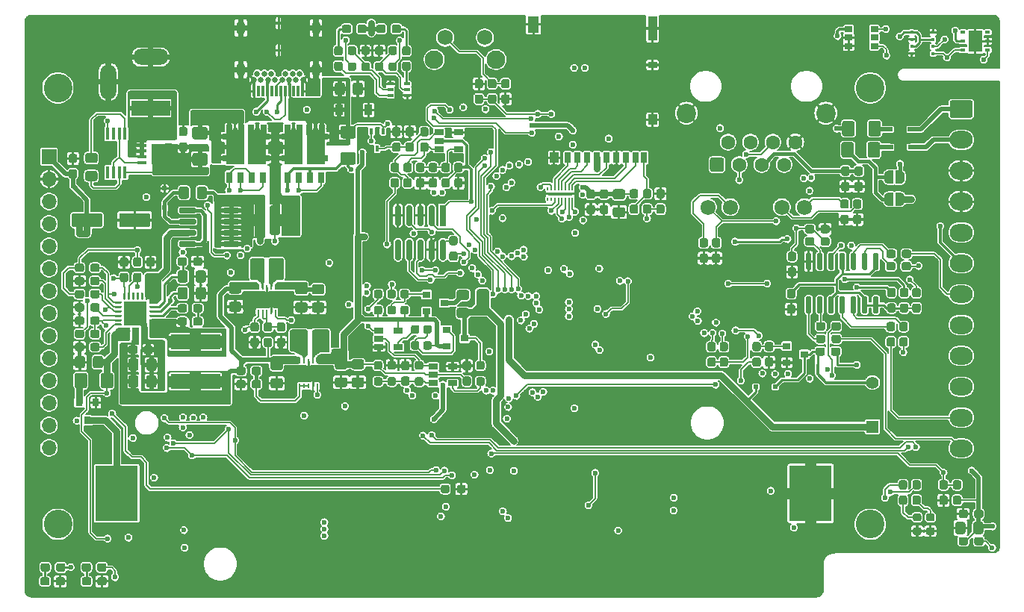
<source format=gbr>
%TF.GenerationSoftware,KiCad,Pcbnew,(5.1.7)-1*%
%TF.CreationDate,2020-11-26T18:08:09+01:00*%
%TF.ProjectId,Sleep_Monitor_2020__V2_0,536c6565-705f-44d6-9f6e-69746f725f32,rev?*%
%TF.SameCoordinates,Original*%
%TF.FileFunction,Copper,L1,Top*%
%TF.FilePolarity,Positive*%
%FSLAX46Y46*%
G04 Gerber Fmt 4.6, Leading zero omitted, Abs format (unit mm)*
G04 Created by KiCad (PCBNEW (5.1.7)-1) date 2020-11-26 18:08:09*
%MOMM*%
%LPD*%
G01*
G04 APERTURE LIST*
%TA.AperFunction,ComponentPad*%
%ADD10O,2.600000X2.000000*%
%TD*%
%TA.AperFunction,SMDPad,CuDef*%
%ADD11C,0.100000*%
%TD*%
%TA.AperFunction,ComponentPad*%
%ADD12C,0.650000*%
%TD*%
%TA.AperFunction,SMDPad,CuDef*%
%ADD13R,0.300000X1.200000*%
%TD*%
%TA.AperFunction,SMDPad,CuDef*%
%ADD14R,0.200000X1.000000*%
%TD*%
%TA.AperFunction,ComponentPad*%
%ADD15O,1.700000X1.700000*%
%TD*%
%TA.AperFunction,ComponentPad*%
%ADD16R,1.700000X1.700000*%
%TD*%
%TA.AperFunction,WasherPad*%
%ADD17C,3.250000*%
%TD*%
%TA.AperFunction,ComponentPad*%
%ADD18R,4.400000X1.800000*%
%TD*%
%TA.AperFunction,ComponentPad*%
%ADD19O,4.000000X1.800000*%
%TD*%
%TA.AperFunction,ComponentPad*%
%ADD20O,1.800000X4.000000*%
%TD*%
%TA.AperFunction,SMDPad,CuDef*%
%ADD21R,4.840000X6.350000*%
%TD*%
%TA.AperFunction,ComponentPad*%
%ADD22C,1.600000*%
%TD*%
%TA.AperFunction,ComponentPad*%
%ADD23C,2.200000*%
%TD*%
%TA.AperFunction,ComponentPad*%
%ADD24C,1.720000*%
%TD*%
%TA.AperFunction,SMDPad,CuDef*%
%ADD25R,0.599999X0.399999*%
%TD*%
%TA.AperFunction,SMDPad,CuDef*%
%ADD26R,1.500000X2.400000*%
%TD*%
%TA.AperFunction,SMDPad,CuDef*%
%ADD27R,0.400000X0.400000*%
%TD*%
%TA.AperFunction,SMDPad,CuDef*%
%ADD28R,0.900000X0.700000*%
%TD*%
%TA.AperFunction,SMDPad,CuDef*%
%ADD29R,1.060000X0.650000*%
%TD*%
%TA.AperFunction,SMDPad,CuDef*%
%ADD30R,0.800000X0.800000*%
%TD*%
%TA.AperFunction,SMDPad,CuDef*%
%ADD31R,2.100000X3.900000*%
%TD*%
%TA.AperFunction,SMDPad,CuDef*%
%ADD32R,0.650000X1.250000*%
%TD*%
%TA.AperFunction,SMDPad,CuDef*%
%ADD33R,0.725000X1.250000*%
%TD*%
%TA.AperFunction,SMDPad,CuDef*%
%ADD34R,0.750000X1.250000*%
%TD*%
%TA.AperFunction,ComponentPad*%
%ADD35C,2.100000*%
%TD*%
%TA.AperFunction,ComponentPad*%
%ADD36C,1.750000*%
%TD*%
%TA.AperFunction,SMDPad,CuDef*%
%ADD37R,0.650000X0.400000*%
%TD*%
%TA.AperFunction,SMDPad,CuDef*%
%ADD38R,0.700000X1.200000*%
%TD*%
%TA.AperFunction,SMDPad,CuDef*%
%ADD39R,1.000000X1.200000*%
%TD*%
%TA.AperFunction,SMDPad,CuDef*%
%ADD40R,1.000000X0.800000*%
%TD*%
%TA.AperFunction,SMDPad,CuDef*%
%ADD41R,1.000000X2.800000*%
%TD*%
%TA.AperFunction,SMDPad,CuDef*%
%ADD42R,1.300000X1.900000*%
%TD*%
%TA.AperFunction,SMDPad,CuDef*%
%ADD43O,0.760000X2.400000*%
%TD*%
%TA.AperFunction,SMDPad,CuDef*%
%ADD44R,0.760000X2.400000*%
%TD*%
%TA.AperFunction,SMDPad,CuDef*%
%ADD45R,0.500000X0.500000*%
%TD*%
%TA.AperFunction,SMDPad,CuDef*%
%ADD46R,0.450000X0.700000*%
%TD*%
%TA.AperFunction,ComponentPad*%
%ADD47R,1.400000X1.400000*%
%TD*%
%TA.AperFunction,ComponentPad*%
%ADD48C,1.400000*%
%TD*%
%TA.AperFunction,SMDPad,CuDef*%
%ADD49R,0.990000X0.405000*%
%TD*%
%TA.AperFunction,SMDPad,CuDef*%
%ADD50R,0.450000X1.450000*%
%TD*%
%TA.AperFunction,SMDPad,CuDef*%
%ADD51R,0.900000X1.200000*%
%TD*%
%TA.AperFunction,SMDPad,CuDef*%
%ADD52R,5.699989X1.699999*%
%TD*%
%TA.AperFunction,SMDPad,CuDef*%
%ADD53R,0.900000X0.800000*%
%TD*%
%TA.AperFunction,SMDPad,CuDef*%
%ADD54R,0.800000X0.900000*%
%TD*%
%TA.AperFunction,ComponentPad*%
%ADD55C,0.500000*%
%TD*%
%TA.AperFunction,SMDPad,CuDef*%
%ADD56R,0.240000X0.600000*%
%TD*%
%TA.AperFunction,SMDPad,CuDef*%
%ADD57R,2.600000X2.700000*%
%TD*%
%TA.AperFunction,SMDPad,CuDef*%
%ADD58R,0.200000X0.450000*%
%TD*%
%TA.AperFunction,SMDPad,CuDef*%
%ADD59R,2.800000X0.300000*%
%TD*%
%TA.AperFunction,ViaPad*%
%ADD60C,0.600000*%
%TD*%
%TA.AperFunction,Conductor*%
%ADD61C,0.254000*%
%TD*%
%TA.AperFunction,Conductor*%
%ADD62C,0.304800*%
%TD*%
%TA.AperFunction,Conductor*%
%ADD63C,0.381000*%
%TD*%
%TA.AperFunction,Conductor*%
%ADD64C,0.762000*%
%TD*%
%TA.AperFunction,Conductor*%
%ADD65C,0.508000*%
%TD*%
%TA.AperFunction,Conductor*%
%ADD66C,0.203200*%
%TD*%
%TA.AperFunction,Conductor*%
%ADD67C,0.152400*%
%TD*%
%TA.AperFunction,Conductor*%
%ADD68C,0.250000*%
%TD*%
%TA.AperFunction,Conductor*%
%ADD69C,0.100000*%
%TD*%
G04 APERTURE END LIST*
D10*
%TO.P,J5,12*%
%TO.N,/misc/IO_MISC_4*%
X139400000Y-80900000D03*
%TO.P,J5,11*%
%TO.N,/misc/IO_MISC_3*%
X139400000Y-77400000D03*
%TO.P,J5,10*%
%TO.N,/misc/IO_MISC_2*%
X139400000Y-73900000D03*
%TO.P,J5,9*%
%TO.N,/misc/IO_MISC_1*%
X139400000Y-70400000D03*
%TO.P,J5,8*%
%TO.N,/misc/UART_RX_CONN*%
X139400000Y-66900000D03*
%TO.P,J5,7*%
%TO.N,/misc/UART_TX_CONN*%
X139400000Y-63400000D03*
%TO.P,J5,6*%
%TO.N,CAN_L*%
X139400000Y-59900000D03*
%TO.P,J5,5*%
%TO.N,CAN_H*%
X139400000Y-56400000D03*
%TO.P,J5,4*%
%TO.N,GND*%
X139400000Y-52900000D03*
%TO.P,J5,3*%
X139400000Y-49400000D03*
%TO.P,J5,2*%
%TO.N,Net-(D28-Pad1)*%
X139400000Y-45900000D03*
%TO.P,J5,1*%
%TO.N,Net-(D26-Pad1)*%
%TA.AperFunction,ComponentPad*%
G36*
G01*
X138350000Y-41400000D02*
X140450000Y-41400000D01*
G75*
G02*
X140700000Y-41650000I0J-250000D01*
G01*
X140700000Y-43150000D01*
G75*
G02*
X140450000Y-43400000I-250000J0D01*
G01*
X138350000Y-43400000D01*
G75*
G02*
X138100000Y-43150000I0J250000D01*
G01*
X138100000Y-41650000D01*
G75*
G02*
X138350000Y-41400000I250000J0D01*
G01*
G37*
%TD.AperFunction*%
%TD*%
%TO.P,C16,2*%
%TO.N,GND*%
%TA.AperFunction,SMDPad,CuDef*%
G36*
G01*
X77836500Y-50250000D02*
X78311500Y-50250000D01*
G75*
G02*
X78549000Y-50487500I0J-237500D01*
G01*
X78549000Y-51062500D01*
G75*
G02*
X78311500Y-51300000I-237500J0D01*
G01*
X77836500Y-51300000D01*
G75*
G02*
X77599000Y-51062500I0J237500D01*
G01*
X77599000Y-50487500D01*
G75*
G02*
X77836500Y-50250000I237500J0D01*
G01*
G37*
%TD.AperFunction*%
%TO.P,C16,1*%
%TO.N,Net-(C16-Pad1)*%
%TA.AperFunction,SMDPad,CuDef*%
G36*
G01*
X77836500Y-48500000D02*
X78311500Y-48500000D01*
G75*
G02*
X78549000Y-48737500I0J-237500D01*
G01*
X78549000Y-49312500D01*
G75*
G02*
X78311500Y-49550000I-237500J0D01*
G01*
X77836500Y-49550000D01*
G75*
G02*
X77599000Y-49312500I0J237500D01*
G01*
X77599000Y-48737500D01*
G75*
G02*
X77836500Y-48500000I237500J0D01*
G01*
G37*
%TD.AperFunction*%
%TD*%
%TO.P,R21,2*%
%TO.N,Net-(C16-Pad1)*%
%TA.AperFunction,SMDPad,CuDef*%
G36*
G01*
X79753500Y-49550000D02*
X79278500Y-49550000D01*
G75*
G02*
X79041000Y-49312500I0J237500D01*
G01*
X79041000Y-48737500D01*
G75*
G02*
X79278500Y-48500000I237500J0D01*
G01*
X79753500Y-48500000D01*
G75*
G02*
X79991000Y-48737500I0J-237500D01*
G01*
X79991000Y-49312500D01*
G75*
G02*
X79753500Y-49550000I-237500J0D01*
G01*
G37*
%TD.AperFunction*%
%TO.P,R21,1*%
%TO.N,GND*%
%TA.AperFunction,SMDPad,CuDef*%
G36*
G01*
X79753500Y-51300000D02*
X79278500Y-51300000D01*
G75*
G02*
X79041000Y-51062500I0J237500D01*
G01*
X79041000Y-50487500D01*
G75*
G02*
X79278500Y-50250000I237500J0D01*
G01*
X79753500Y-50250000D01*
G75*
G02*
X79991000Y-50487500I0J-237500D01*
G01*
X79991000Y-51062500D01*
G75*
G02*
X79753500Y-51300000I-237500J0D01*
G01*
G37*
%TD.AperFunction*%
%TD*%
%TO.P,R15,2*%
%TO.N,Net-(C14-Pad1)*%
%TA.AperFunction,SMDPad,CuDef*%
G36*
G01*
X76652500Y-46180000D02*
X77127500Y-46180000D01*
G75*
G02*
X77365000Y-46417500I0J-237500D01*
G01*
X77365000Y-46992500D01*
G75*
G02*
X77127500Y-47230000I-237500J0D01*
G01*
X76652500Y-47230000D01*
G75*
G02*
X76415000Y-46992500I0J237500D01*
G01*
X76415000Y-46417500D01*
G75*
G02*
X76652500Y-46180000I237500J0D01*
G01*
G37*
%TD.AperFunction*%
%TO.P,R15,1*%
%TO.N,GND*%
%TA.AperFunction,SMDPad,CuDef*%
G36*
G01*
X76652500Y-44430000D02*
X77127500Y-44430000D01*
G75*
G02*
X77365000Y-44667500I0J-237500D01*
G01*
X77365000Y-45242500D01*
G75*
G02*
X77127500Y-45480000I-237500J0D01*
G01*
X76652500Y-45480000D01*
G75*
G02*
X76415000Y-45242500I0J237500D01*
G01*
X76415000Y-44667500D01*
G75*
G02*
X76652500Y-44430000I237500J0D01*
G01*
G37*
%TD.AperFunction*%
%TD*%
%TO.P,R95,2*%
%TO.N,+3V3_LP*%
%TA.AperFunction,SMDPad,CuDef*%
G36*
G01*
X110852500Y-70580000D02*
X111327500Y-70580000D01*
G75*
G02*
X111565000Y-70817500I0J-237500D01*
G01*
X111565000Y-71392500D01*
G75*
G02*
X111327500Y-71630000I-237500J0D01*
G01*
X110852500Y-71630000D01*
G75*
G02*
X110615000Y-71392500I0J237500D01*
G01*
X110615000Y-70817500D01*
G75*
G02*
X110852500Y-70580000I237500J0D01*
G01*
G37*
%TD.AperFunction*%
%TO.P,R95,1*%
%TO.N,RMII_MDIO*%
%TA.AperFunction,SMDPad,CuDef*%
G36*
G01*
X110852500Y-68830000D02*
X111327500Y-68830000D01*
G75*
G02*
X111565000Y-69067500I0J-237500D01*
G01*
X111565000Y-69642500D01*
G75*
G02*
X111327500Y-69880000I-237500J0D01*
G01*
X110852500Y-69880000D01*
G75*
G02*
X110615000Y-69642500I0J237500D01*
G01*
X110615000Y-69067500D01*
G75*
G02*
X110852500Y-68830000I237500J0D01*
G01*
G37*
%TD.AperFunction*%
%TD*%
%TO.P,R91,2*%
%TO.N,+3V3_LP*%
%TA.AperFunction,SMDPad,CuDef*%
G36*
G01*
X112252500Y-70580000D02*
X112727500Y-70580000D01*
G75*
G02*
X112965000Y-70817500I0J-237500D01*
G01*
X112965000Y-71392500D01*
G75*
G02*
X112727500Y-71630000I-237500J0D01*
G01*
X112252500Y-71630000D01*
G75*
G02*
X112015000Y-71392500I0J237500D01*
G01*
X112015000Y-70817500D01*
G75*
G02*
X112252500Y-70580000I237500J0D01*
G01*
G37*
%TD.AperFunction*%
%TO.P,R91,1*%
%TO.N,RMII_RX_ER*%
%TA.AperFunction,SMDPad,CuDef*%
G36*
G01*
X112252500Y-68830000D02*
X112727500Y-68830000D01*
G75*
G02*
X112965000Y-69067500I0J-237500D01*
G01*
X112965000Y-69642500D01*
G75*
G02*
X112727500Y-69880000I-237500J0D01*
G01*
X112252500Y-69880000D01*
G75*
G02*
X112015000Y-69642500I0J237500D01*
G01*
X112015000Y-69067500D01*
G75*
G02*
X112252500Y-68830000I237500J0D01*
G01*
G37*
%TD.AperFunction*%
%TD*%
%TO.P,R26,2*%
%TO.N,Net-(D14-Pad1)*%
%TA.AperFunction,SMDPad,CuDef*%
G36*
G01*
X40780000Y-95732500D02*
X40780000Y-96207500D01*
G75*
G02*
X40542500Y-96445000I-237500J0D01*
G01*
X39967500Y-96445000D01*
G75*
G02*
X39730000Y-96207500I0J237500D01*
G01*
X39730000Y-95732500D01*
G75*
G02*
X39967500Y-95495000I237500J0D01*
G01*
X40542500Y-95495000D01*
G75*
G02*
X40780000Y-95732500I0J-237500D01*
G01*
G37*
%TD.AperFunction*%
%TO.P,R26,1*%
%TO.N,GND*%
%TA.AperFunction,SMDPad,CuDef*%
G36*
G01*
X42530000Y-95732500D02*
X42530000Y-96207500D01*
G75*
G02*
X42292500Y-96445000I-237500J0D01*
G01*
X41717500Y-96445000D01*
G75*
G02*
X41480000Y-96207500I0J237500D01*
G01*
X41480000Y-95732500D01*
G75*
G02*
X41717500Y-95495000I237500J0D01*
G01*
X42292500Y-95495000D01*
G75*
G02*
X42530000Y-95732500I0J-237500D01*
G01*
G37*
%TD.AperFunction*%
%TD*%
%TO.P,R25,2*%
%TO.N,Net-(D13-Pad1)*%
%TA.AperFunction,SMDPad,CuDef*%
G36*
G01*
X36050000Y-95732500D02*
X36050000Y-96207500D01*
G75*
G02*
X35812500Y-96445000I-237500J0D01*
G01*
X35237500Y-96445000D01*
G75*
G02*
X35000000Y-96207500I0J237500D01*
G01*
X35000000Y-95732500D01*
G75*
G02*
X35237500Y-95495000I237500J0D01*
G01*
X35812500Y-95495000D01*
G75*
G02*
X36050000Y-95732500I0J-237500D01*
G01*
G37*
%TD.AperFunction*%
%TO.P,R25,1*%
%TO.N,GND*%
%TA.AperFunction,SMDPad,CuDef*%
G36*
G01*
X37800000Y-95732500D02*
X37800000Y-96207500D01*
G75*
G02*
X37562500Y-96445000I-237500J0D01*
G01*
X36987500Y-96445000D01*
G75*
G02*
X36750000Y-96207500I0J237500D01*
G01*
X36750000Y-95732500D01*
G75*
G02*
X36987500Y-95495000I237500J0D01*
G01*
X37562500Y-95495000D01*
G75*
G02*
X37800000Y-95732500I0J-237500D01*
G01*
G37*
%TD.AperFunction*%
%TD*%
%TO.P,D14,2*%
%TO.N,Net-(D14-Pad2)*%
%TA.AperFunction,SMDPad,CuDef*%
G36*
G01*
X41450000Y-94637500D02*
X41450000Y-94162500D01*
G75*
G02*
X41687500Y-93925000I237500J0D01*
G01*
X42262500Y-93925000D01*
G75*
G02*
X42500000Y-94162500I0J-237500D01*
G01*
X42500000Y-94637500D01*
G75*
G02*
X42262500Y-94875000I-237500J0D01*
G01*
X41687500Y-94875000D01*
G75*
G02*
X41450000Y-94637500I0J237500D01*
G01*
G37*
%TD.AperFunction*%
%TO.P,D14,1*%
%TO.N,Net-(D14-Pad1)*%
%TA.AperFunction,SMDPad,CuDef*%
G36*
G01*
X39700000Y-94637500D02*
X39700000Y-94162500D01*
G75*
G02*
X39937500Y-93925000I237500J0D01*
G01*
X40512500Y-93925000D01*
G75*
G02*
X40750000Y-94162500I0J-237500D01*
G01*
X40750000Y-94637500D01*
G75*
G02*
X40512500Y-94875000I-237500J0D01*
G01*
X39937500Y-94875000D01*
G75*
G02*
X39700000Y-94637500I0J237500D01*
G01*
G37*
%TD.AperFunction*%
%TD*%
%TO.P,D13,2*%
%TO.N,+VSYS_LIM*%
%TA.AperFunction,SMDPad,CuDef*%
G36*
G01*
X36795000Y-94637500D02*
X36795000Y-94162500D01*
G75*
G02*
X37032500Y-93925000I237500J0D01*
G01*
X37607500Y-93925000D01*
G75*
G02*
X37845000Y-94162500I0J-237500D01*
G01*
X37845000Y-94637500D01*
G75*
G02*
X37607500Y-94875000I-237500J0D01*
G01*
X37032500Y-94875000D01*
G75*
G02*
X36795000Y-94637500I0J237500D01*
G01*
G37*
%TD.AperFunction*%
%TO.P,D13,1*%
%TO.N,Net-(D13-Pad1)*%
%TA.AperFunction,SMDPad,CuDef*%
G36*
G01*
X35045000Y-94637500D02*
X35045000Y-94162500D01*
G75*
G02*
X35282500Y-93925000I237500J0D01*
G01*
X35857500Y-93925000D01*
G75*
G02*
X36095000Y-94162500I0J-237500D01*
G01*
X36095000Y-94637500D01*
G75*
G02*
X35857500Y-94875000I-237500J0D01*
G01*
X35282500Y-94875000D01*
G75*
G02*
X35045000Y-94637500I0J237500D01*
G01*
G37*
%TD.AperFunction*%
%TD*%
%TA.AperFunction,SMDPad,CuDef*%
D11*
%TO.P,JP6,2*%
%TO.N,Net-(F3-Pad2)*%
G36*
X131170000Y-50869398D02*
G01*
X131145466Y-50869398D01*
X131096635Y-50864588D01*
X131048510Y-50855016D01*
X131001555Y-50840772D01*
X130956222Y-50821995D01*
X130912949Y-50798864D01*
X130872150Y-50771604D01*
X130834221Y-50740476D01*
X130799524Y-50705779D01*
X130768396Y-50667850D01*
X130741136Y-50627051D01*
X130718005Y-50583778D01*
X130699228Y-50538445D01*
X130684984Y-50491490D01*
X130675412Y-50443365D01*
X130670602Y-50394534D01*
X130670602Y-50370000D01*
X130670000Y-50370000D01*
X130670000Y-49870000D01*
X130670602Y-49870000D01*
X130670602Y-49845466D01*
X130675412Y-49796635D01*
X130684984Y-49748510D01*
X130699228Y-49701555D01*
X130718005Y-49656222D01*
X130741136Y-49612949D01*
X130768396Y-49572150D01*
X130799524Y-49534221D01*
X130834221Y-49499524D01*
X130872150Y-49468396D01*
X130912949Y-49441136D01*
X130956222Y-49418005D01*
X131001555Y-49399228D01*
X131048510Y-49384984D01*
X131096635Y-49375412D01*
X131145466Y-49370602D01*
X131170000Y-49370602D01*
X131170000Y-49370000D01*
X131670000Y-49370000D01*
X131670000Y-50870000D01*
X131170000Y-50870000D01*
X131170000Y-50869398D01*
G37*
%TD.AperFunction*%
%TA.AperFunction,SMDPad,CuDef*%
%TO.P,JP6,1*%
%TO.N,+3V3_LP*%
G36*
X131970000Y-49370000D02*
G01*
X132470000Y-49370000D01*
X132470000Y-49370602D01*
X132494534Y-49370602D01*
X132543365Y-49375412D01*
X132591490Y-49384984D01*
X132638445Y-49399228D01*
X132683778Y-49418005D01*
X132727051Y-49441136D01*
X132767850Y-49468396D01*
X132805779Y-49499524D01*
X132840476Y-49534221D01*
X132871604Y-49572150D01*
X132898864Y-49612949D01*
X132921995Y-49656222D01*
X132940772Y-49701555D01*
X132955016Y-49748510D01*
X132964588Y-49796635D01*
X132969398Y-49845466D01*
X132969398Y-49870000D01*
X132970000Y-49870000D01*
X132970000Y-50370000D01*
X132969398Y-50370000D01*
X132969398Y-50394534D01*
X132964588Y-50443365D01*
X132955016Y-50491490D01*
X132940772Y-50538445D01*
X132921995Y-50583778D01*
X132898864Y-50627051D01*
X132871604Y-50667850D01*
X132840476Y-50705779D01*
X132805779Y-50740476D01*
X132767850Y-50771604D01*
X132727051Y-50798864D01*
X132683778Y-50821995D01*
X132638445Y-50840772D01*
X132591490Y-50855016D01*
X132543365Y-50864588D01*
X132494534Y-50869398D01*
X132470000Y-50869398D01*
X132470000Y-50870000D01*
X131970000Y-50870000D01*
X131970000Y-49370000D01*
G37*
%TD.AperFunction*%
%TD*%
%TA.AperFunction,SMDPad,CuDef*%
%TO.P,JP5,2*%
%TO.N,Net-(F3-Pad2)*%
G36*
X131170000Y-53369398D02*
G01*
X131145466Y-53369398D01*
X131096635Y-53364588D01*
X131048510Y-53355016D01*
X131001555Y-53340772D01*
X130956222Y-53321995D01*
X130912949Y-53298864D01*
X130872150Y-53271604D01*
X130834221Y-53240476D01*
X130799524Y-53205779D01*
X130768396Y-53167850D01*
X130741136Y-53127051D01*
X130718005Y-53083778D01*
X130699228Y-53038445D01*
X130684984Y-52991490D01*
X130675412Y-52943365D01*
X130670602Y-52894534D01*
X130670602Y-52870000D01*
X130670000Y-52870000D01*
X130670000Y-52370000D01*
X130670602Y-52370000D01*
X130670602Y-52345466D01*
X130675412Y-52296635D01*
X130684984Y-52248510D01*
X130699228Y-52201555D01*
X130718005Y-52156222D01*
X130741136Y-52112949D01*
X130768396Y-52072150D01*
X130799524Y-52034221D01*
X130834221Y-51999524D01*
X130872150Y-51968396D01*
X130912949Y-51941136D01*
X130956222Y-51918005D01*
X131001555Y-51899228D01*
X131048510Y-51884984D01*
X131096635Y-51875412D01*
X131145466Y-51870602D01*
X131170000Y-51870602D01*
X131170000Y-51870000D01*
X131670000Y-51870000D01*
X131670000Y-53370000D01*
X131170000Y-53370000D01*
X131170000Y-53369398D01*
G37*
%TD.AperFunction*%
%TA.AperFunction,SMDPad,CuDef*%
%TO.P,JP5,1*%
%TO.N,+5V*%
G36*
X131970000Y-51870000D02*
G01*
X132470000Y-51870000D01*
X132470000Y-51870602D01*
X132494534Y-51870602D01*
X132543365Y-51875412D01*
X132591490Y-51884984D01*
X132638445Y-51899228D01*
X132683778Y-51918005D01*
X132727051Y-51941136D01*
X132767850Y-51968396D01*
X132805779Y-51999524D01*
X132840476Y-52034221D01*
X132871604Y-52072150D01*
X132898864Y-52112949D01*
X132921995Y-52156222D01*
X132940772Y-52201555D01*
X132955016Y-52248510D01*
X132964588Y-52296635D01*
X132969398Y-52345466D01*
X132969398Y-52370000D01*
X132970000Y-52370000D01*
X132970000Y-52870000D01*
X132969398Y-52870000D01*
X132969398Y-52894534D01*
X132964588Y-52943365D01*
X132955016Y-52991490D01*
X132940772Y-53038445D01*
X132921995Y-53083778D01*
X132898864Y-53127051D01*
X132871604Y-53167850D01*
X132840476Y-53205779D01*
X132805779Y-53240476D01*
X132767850Y-53271604D01*
X132727051Y-53298864D01*
X132683778Y-53321995D01*
X132638445Y-53340772D01*
X132591490Y-53355016D01*
X132543365Y-53364588D01*
X132494534Y-53369398D01*
X132470000Y-53369398D01*
X132470000Y-53370000D01*
X131970000Y-53370000D01*
X131970000Y-51870000D01*
G37*
%TD.AperFunction*%
%TD*%
%TO.P,C60,2*%
%TO.N,GND*%
%TA.AperFunction,SMDPad,CuDef*%
G36*
G01*
X83594165Y-72037500D02*
X83119165Y-72037500D01*
G75*
G02*
X82881665Y-71800000I0J237500D01*
G01*
X82881665Y-71225000D01*
G75*
G02*
X83119165Y-70987500I237500J0D01*
G01*
X83594165Y-70987500D01*
G75*
G02*
X83831665Y-71225000I0J-237500D01*
G01*
X83831665Y-71800000D01*
G75*
G02*
X83594165Y-72037500I-237500J0D01*
G01*
G37*
%TD.AperFunction*%
%TO.P,C60,1*%
%TO.N,+3V3*%
%TA.AperFunction,SMDPad,CuDef*%
G36*
G01*
X83594165Y-73787500D02*
X83119165Y-73787500D01*
G75*
G02*
X82881665Y-73550000I0J237500D01*
G01*
X82881665Y-72975000D01*
G75*
G02*
X83119165Y-72737500I237500J0D01*
G01*
X83594165Y-72737500D01*
G75*
G02*
X83831665Y-72975000I0J-237500D01*
G01*
X83831665Y-73550000D01*
G75*
G02*
X83594165Y-73787500I-237500J0D01*
G01*
G37*
%TD.AperFunction*%
%TD*%
D12*
%TO.P,J3,B5*%
%TO.N,Net-(D22-Pad1)*%
X61200000Y-38380000D03*
%TO.P,J3,B8*%
%TO.N,Net-(J3-PadB8)*%
X62800000Y-38380000D03*
%TO.P,J3,B3*%
%TO.N,Net-(J3-PadB3)*%
X60400000Y-38380000D03*
%TO.P,J3,B10*%
%TO.N,Net-(J3-PadB10)*%
X63600000Y-38380000D03*
%TO.P,J3,B11*%
%TO.N,Net-(J3-PadB11)*%
X64400000Y-38380000D03*
%TO.P,J3,B2*%
%TO.N,Net-(J3-PadB2)*%
X59600000Y-38380000D03*
%TO.P,J3,B6*%
%TO.N,/usbc_power_delivery/D+*%
X61600000Y-39080000D03*
%TO.P,J3,B7*%
%TO.N,/usbc_power_delivery/D-*%
X62400000Y-39080000D03*
%TO.P,J3,B9*%
%TO.N,VBUS*%
X63200000Y-39080000D03*
%TO.P,J3,B4*%
X60800000Y-39080000D03*
%TO.P,J3,2*%
%TO.N,N/C*%
X60000000Y-39080000D03*
%TO.P,J3,1*%
X64000000Y-39080000D03*
%TO.P,J3,B12*%
%TO.N,GND*%
X64800000Y-39080000D03*
%TO.P,J3,B1*%
X59200000Y-39080000D03*
D13*
%TO.P,J3,A12*%
X59250000Y-40330000D03*
%TO.P,J3,A11*%
%TO.N,Net-(J3-PadA11)*%
X59750000Y-40330000D03*
%TO.P,J3,A10*%
%TO.N,Net-(J3-PadA10)*%
X60250000Y-40330000D03*
%TO.P,J3,A9*%
%TO.N,VBUS*%
X60750000Y-40330000D03*
%TO.P,J3,A8*%
%TO.N,Net-(J3-PadA8)*%
X61250000Y-40330000D03*
%TO.P,J3,A7*%
%TO.N,/usbc_power_delivery/D-*%
X61750000Y-40330000D03*
%TO.P,J3,A6*%
%TO.N,/usbc_power_delivery/D+*%
X62250000Y-40330000D03*
%TO.P,J3,A5*%
%TO.N,Net-(D21-Pad1)*%
X62750000Y-40330000D03*
%TO.P,J3,A4*%
%TO.N,VBUS*%
X63250000Y-40330000D03*
%TO.P,J3,A3*%
%TO.N,Net-(J3-PadA3)*%
X63750000Y-40330000D03*
%TO.P,J3,A2*%
%TO.N,Net-(J3-PadA2)*%
X64250000Y-40330000D03*
%TO.P,J3,A1*%
%TO.N,GND*%
X64750000Y-40330000D03*
D14*
%TO.P,J3,S1*%
X62000000Y-35750000D03*
X62000000Y-32650000D03*
%TA.AperFunction,ComponentPad*%
G36*
G01*
X58230000Y-32900000D02*
X58230000Y-33500000D01*
G75*
G02*
X57730000Y-34000000I-500000J0D01*
G01*
X57730000Y-34000000D01*
G75*
G02*
X57230000Y-33500000I0J500000D01*
G01*
X57230000Y-32900000D01*
G75*
G02*
X57730000Y-32400000I500000J0D01*
G01*
X57730000Y-32400000D01*
G75*
G02*
X58230000Y-32900000I0J-500000D01*
G01*
G37*
%TD.AperFunction*%
%TA.AperFunction,ComponentPad*%
G36*
G01*
X66770000Y-32900000D02*
X66770000Y-33500000D01*
G75*
G02*
X66270000Y-34000000I-500000J0D01*
G01*
X66270000Y-34000000D01*
G75*
G02*
X65770000Y-33500000I0J500000D01*
G01*
X65770000Y-32900000D01*
G75*
G02*
X66270000Y-32400000I500000J0D01*
G01*
X66270000Y-32400000D01*
G75*
G02*
X66770000Y-32900000I0J-500000D01*
G01*
G37*
%TD.AperFunction*%
%TA.AperFunction,ComponentPad*%
G36*
G01*
X58230000Y-37630000D02*
X58230000Y-38230000D01*
G75*
G02*
X57730000Y-38730000I-500000J0D01*
G01*
X57730000Y-38730000D01*
G75*
G02*
X57230000Y-38230000I0J500000D01*
G01*
X57230000Y-37630000D01*
G75*
G02*
X57730000Y-37130000I500000J0D01*
G01*
X57730000Y-37130000D01*
G75*
G02*
X58230000Y-37630000I0J-500000D01*
G01*
G37*
%TD.AperFunction*%
%TA.AperFunction,ComponentPad*%
G36*
G01*
X66770000Y-37630000D02*
X66770000Y-38230000D01*
G75*
G02*
X66270000Y-38730000I-500000J0D01*
G01*
X66270000Y-38730000D01*
G75*
G02*
X65770000Y-38230000I0J500000D01*
G01*
X65770000Y-37630000D01*
G75*
G02*
X66270000Y-37130000I500000J0D01*
G01*
X66270000Y-37130000D01*
G75*
G02*
X66770000Y-37630000I0J-500000D01*
G01*
G37*
%TD.AperFunction*%
%TD*%
%TO.P,R23,2*%
%TO.N,Net-(R22-Pad1)*%
%TA.AperFunction,SMDPad,CuDef*%
G36*
G01*
X75427500Y-49550000D02*
X74952500Y-49550000D01*
G75*
G02*
X74715000Y-49312500I0J237500D01*
G01*
X74715000Y-48737500D01*
G75*
G02*
X74952500Y-48500000I237500J0D01*
G01*
X75427500Y-48500000D01*
G75*
G02*
X75665000Y-48737500I0J-237500D01*
G01*
X75665000Y-49312500D01*
G75*
G02*
X75427500Y-49550000I-237500J0D01*
G01*
G37*
%TD.AperFunction*%
%TO.P,R23,1*%
%TO.N,SYS_PWR_DETECT*%
%TA.AperFunction,SMDPad,CuDef*%
G36*
G01*
X75427500Y-51300000D02*
X74952500Y-51300000D01*
G75*
G02*
X74715000Y-51062500I0J237500D01*
G01*
X74715000Y-50487500D01*
G75*
G02*
X74952500Y-50250000I237500J0D01*
G01*
X75427500Y-50250000D01*
G75*
G02*
X75665000Y-50487500I0J-237500D01*
G01*
X75665000Y-51062500D01*
G75*
G02*
X75427500Y-51300000I-237500J0D01*
G01*
G37*
%TD.AperFunction*%
%TD*%
%TO.P,C18,2*%
%TO.N,GND*%
%TA.AperFunction,SMDPad,CuDef*%
G36*
G01*
X82162500Y-50250000D02*
X82637500Y-50250000D01*
G75*
G02*
X82875000Y-50487500I0J-237500D01*
G01*
X82875000Y-51062500D01*
G75*
G02*
X82637500Y-51300000I-237500J0D01*
G01*
X82162500Y-51300000D01*
G75*
G02*
X81925000Y-51062500I0J237500D01*
G01*
X81925000Y-50487500D01*
G75*
G02*
X82162500Y-50250000I237500J0D01*
G01*
G37*
%TD.AperFunction*%
%TO.P,C18,1*%
%TO.N,+3V3*%
%TA.AperFunction,SMDPad,CuDef*%
G36*
G01*
X82162500Y-48500000D02*
X82637500Y-48500000D01*
G75*
G02*
X82875000Y-48737500I0J-237500D01*
G01*
X82875000Y-49312500D01*
G75*
G02*
X82637500Y-49550000I-237500J0D01*
G01*
X82162500Y-49550000D01*
G75*
G02*
X81925000Y-49312500I0J237500D01*
G01*
X81925000Y-48737500D01*
G75*
G02*
X82162500Y-48500000I237500J0D01*
G01*
G37*
%TD.AperFunction*%
%TD*%
D15*
%TO.P,U29,3*%
%TO.N,Net-(R115-Pad1)*%
X36000000Y-52880000D03*
%TO.P,U29,8*%
%TO.N,Net-(R118-Pad2)*%
X36000000Y-65580000D03*
%TO.P,U29,5*%
%TO.N,Net-(RA3-Pad2)*%
X36000000Y-57960000D03*
%TO.P,U29,9*%
%TO.N,Net-(R119-Pad2)*%
X36000000Y-68120000D03*
%TO.P,U29,13*%
%TO.N,Net-(RA1-Pad2)*%
X36000000Y-78280000D03*
%TO.P,U29,2*%
%TO.N,GND*%
X36000000Y-50340000D03*
%TO.P,U29,12*%
%TO.N,Net-(RA1-Pad3)*%
X36000000Y-75740000D03*
%TO.P,U29,6*%
%TO.N,Net-(RA3-Pad1)*%
X36000000Y-60500000D03*
%TO.P,U29,11*%
%TO.N,Net-(R117-Pad1)*%
X36000000Y-73200000D03*
%TO.P,U29,10*%
%TO.N,Net-(RA2-Pad1)*%
X36000000Y-70660000D03*
%TO.P,U29,7*%
%TO.N,Net-(RA2-Pad4)*%
X36000000Y-63040000D03*
D16*
%TO.P,U29,1*%
%TO.N,+3V3_LP*%
X36000000Y-47800000D03*
D15*
%TO.P,U29,14*%
%TO.N,Net-(R116-Pad2)*%
X36000000Y-80820000D03*
%TO.P,U29,4*%
%TO.N,Net-(RA3-Pad3)*%
X36000000Y-55420000D03*
D17*
%TO.P,U29,*%
%TO.N,*%
X129100000Y-40000000D03*
X129100000Y-89500000D03*
X37000000Y-89500000D03*
X37000000Y-40000000D03*
%TD*%
D18*
%TO.P,J1,1*%
%TO.N,Net-(J1-Pad1)*%
X47500000Y-42300000D03*
D19*
%TO.P,J1,2*%
%TO.N,GND*%
X47500000Y-36500000D03*
D20*
X42700000Y-39300000D03*
%TD*%
D21*
%TO.P,BT2,1*%
%TO.N,Net-(BT2-Pad1)*%
X43670000Y-86000000D03*
%TO.P,BT2,2*%
%TO.N,GND*%
X122330000Y-86000000D03*
%TD*%
%TO.P,TH1,2*%
%TO.N,GND*%
%TA.AperFunction,SMDPad,CuDef*%
G36*
G01*
X82237500Y-85737500D02*
X82237500Y-85262500D01*
G75*
G02*
X82475000Y-85025000I237500J0D01*
G01*
X82975000Y-85025000D01*
G75*
G02*
X83212500Y-85262500I0J-237500D01*
G01*
X83212500Y-85737500D01*
G75*
G02*
X82975000Y-85975000I-237500J0D01*
G01*
X82475000Y-85975000D01*
G75*
G02*
X82237500Y-85737500I0J237500D01*
G01*
G37*
%TD.AperFunction*%
%TO.P,TH1,1*%
%TO.N,Net-(R56-Pad1)*%
%TA.AperFunction,SMDPad,CuDef*%
G36*
G01*
X80412500Y-85737500D02*
X80412500Y-85262500D01*
G75*
G02*
X80650000Y-85025000I237500J0D01*
G01*
X81150000Y-85025000D01*
G75*
G02*
X81387500Y-85262500I0J-237500D01*
G01*
X81387500Y-85737500D01*
G75*
G02*
X81150000Y-85975000I-237500J0D01*
G01*
X80650000Y-85975000D01*
G75*
G02*
X80412500Y-85737500I0J237500D01*
G01*
G37*
%TD.AperFunction*%
%TD*%
%TO.P,U27,1*%
%TO.N,/com/ETH_TX+*%
%TA.AperFunction,ComponentPad*%
G36*
G01*
X112500000Y-48148000D02*
X112500000Y-49252000D01*
G75*
G02*
X112252000Y-49500000I-248000J0D01*
G01*
X111148000Y-49500000D01*
G75*
G02*
X110900000Y-49252000I0J248000D01*
G01*
X110900000Y-48148000D01*
G75*
G02*
X111148000Y-47900000I248000J0D01*
G01*
X112252000Y-47900000D01*
G75*
G02*
X112500000Y-48148000I0J-248000D01*
G01*
G37*
%TD.AperFunction*%
D22*
%TO.P,U27,2*%
%TO.N,+3V3_LP*%
X112970000Y-46160000D03*
%TO.P,U27,3*%
%TO.N,/com/ETH_TX-*%
X114240000Y-48700000D03*
%TO.P,U27,4*%
%TO.N,/com/ETH_RX+*%
X115510000Y-46160000D03*
%TO.P,U27,5*%
%TO.N,+3V3_LP*%
X116780000Y-48700000D03*
%TO.P,U27,6*%
%TO.N,/com/ETH_RX-*%
X118050000Y-46160000D03*
%TO.P,U27,7*%
%TO.N,N/C*%
X119320000Y-48700000D03*
%TO.P,U27,8*%
%TO.N,GND*%
X120590000Y-46160000D03*
D23*
%TO.P,U27,S2*%
X108245000Y-42860000D03*
%TO.P,U27,S1*%
X124045000Y-42860000D03*
D24*
%TO.P,U27,10*%
%TO.N,Net-(R111-Pad2)*%
X113220000Y-53530000D03*
%TO.P,U27,11*%
%TO.N,Net-(R107-Pad2)*%
X119070000Y-53530000D03*
%TO.P,U27,9*%
%TO.N,Net-(R108-Pad2)*%
X110680000Y-53530000D03*
%TO.P,U27,12*%
%TO.N,Net-(R112-Pad2)*%
X121610000Y-53530000D03*
%TD*%
D25*
%TO.P,U11,1*%
%TO.N,SENS_SDA*%
X142400001Y-35700001D03*
%TO.P,U11,2*%
%TO.N,GND*%
X142400001Y-34700001D03*
%TO.P,U11,3*%
%TO.N,Net-(U11-Pad3)*%
X142400001Y-33699999D03*
%TO.P,U11,6*%
%TO.N,SENS_SCL*%
X139600001Y-35700001D03*
%TO.P,U11,5*%
%TO.N,+3V3_LP*%
X139600001Y-34700001D03*
%TO.P,U11,4*%
%TO.N,Net-(U11-Pad4)*%
X139600001Y-33699999D03*
D26*
%TO.P,U11,7*%
%TO.N,GND*%
X141000000Y-34700000D03*
%TD*%
%TO.P,R46,2*%
%TO.N,Net-(Q4-Pad5)*%
%TA.AperFunction,SMDPad,CuDef*%
G36*
G01*
X70577500Y-36250000D02*
X70102500Y-36250000D01*
G75*
G02*
X69865000Y-36012500I0J237500D01*
G01*
X69865000Y-35512500D01*
G75*
G02*
X70102500Y-35275000I237500J0D01*
G01*
X70577500Y-35275000D01*
G75*
G02*
X70815000Y-35512500I0J-237500D01*
G01*
X70815000Y-36012500D01*
G75*
G02*
X70577500Y-36250000I-237500J0D01*
G01*
G37*
%TD.AperFunction*%
%TO.P,R46,1*%
%TO.N,LED_R_PWM*%
%TA.AperFunction,SMDPad,CuDef*%
G36*
G01*
X70577500Y-38075000D02*
X70102500Y-38075000D01*
G75*
G02*
X69865000Y-37837500I0J237500D01*
G01*
X69865000Y-37337500D01*
G75*
G02*
X70102500Y-37100000I237500J0D01*
G01*
X70577500Y-37100000D01*
G75*
G02*
X70815000Y-37337500I0J-237500D01*
G01*
X70815000Y-37837500D01*
G75*
G02*
X70577500Y-38075000I-237500J0D01*
G01*
G37*
%TD.AperFunction*%
%TD*%
%TO.P,R45,2*%
%TO.N,Net-(Q4-Pad5)*%
%TA.AperFunction,SMDPad,CuDef*%
G36*
G01*
X71642500Y-37100000D02*
X72117500Y-37100000D01*
G75*
G02*
X72355000Y-37337500I0J-237500D01*
G01*
X72355000Y-37837500D01*
G75*
G02*
X72117500Y-38075000I-237500J0D01*
G01*
X71642500Y-38075000D01*
G75*
G02*
X71405000Y-37837500I0J237500D01*
G01*
X71405000Y-37337500D01*
G75*
G02*
X71642500Y-37100000I237500J0D01*
G01*
G37*
%TD.AperFunction*%
%TO.P,R45,1*%
%TO.N,GND*%
%TA.AperFunction,SMDPad,CuDef*%
G36*
G01*
X71642500Y-35275000D02*
X72117500Y-35275000D01*
G75*
G02*
X72355000Y-35512500I0J-237500D01*
G01*
X72355000Y-36012500D01*
G75*
G02*
X72117500Y-36250000I-237500J0D01*
G01*
X71642500Y-36250000D01*
G75*
G02*
X71405000Y-36012500I0J237500D01*
G01*
X71405000Y-35512500D01*
G75*
G02*
X71642500Y-35275000I237500J0D01*
G01*
G37*
%TD.AperFunction*%
%TD*%
%TO.P,R41,2*%
%TO.N,Net-(Q4-Pad2)*%
%TA.AperFunction,SMDPad,CuDef*%
G36*
G01*
X75197500Y-36250000D02*
X74722500Y-36250000D01*
G75*
G02*
X74485000Y-36012500I0J237500D01*
G01*
X74485000Y-35512500D01*
G75*
G02*
X74722500Y-35275000I237500J0D01*
G01*
X75197500Y-35275000D01*
G75*
G02*
X75435000Y-35512500I0J-237500D01*
G01*
X75435000Y-36012500D01*
G75*
G02*
X75197500Y-36250000I-237500J0D01*
G01*
G37*
%TD.AperFunction*%
%TO.P,R41,1*%
%TO.N,LED_G_PWM*%
%TA.AperFunction,SMDPad,CuDef*%
G36*
G01*
X75197500Y-38075000D02*
X74722500Y-38075000D01*
G75*
G02*
X74485000Y-37837500I0J237500D01*
G01*
X74485000Y-37337500D01*
G75*
G02*
X74722500Y-37100000I237500J0D01*
G01*
X75197500Y-37100000D01*
G75*
G02*
X75435000Y-37337500I0J-237500D01*
G01*
X75435000Y-37837500D01*
G75*
G02*
X75197500Y-38075000I-237500J0D01*
G01*
G37*
%TD.AperFunction*%
%TD*%
%TO.P,R40,2*%
%TO.N,Net-(Q4-Pad2)*%
%TA.AperFunction,SMDPad,CuDef*%
G36*
G01*
X73182500Y-37100000D02*
X73657500Y-37100000D01*
G75*
G02*
X73895000Y-37337500I0J-237500D01*
G01*
X73895000Y-37837500D01*
G75*
G02*
X73657500Y-38075000I-237500J0D01*
G01*
X73182500Y-38075000D01*
G75*
G02*
X72945000Y-37837500I0J237500D01*
G01*
X72945000Y-37337500D01*
G75*
G02*
X73182500Y-37100000I237500J0D01*
G01*
G37*
%TD.AperFunction*%
%TO.P,R40,1*%
%TO.N,GND*%
%TA.AperFunction,SMDPad,CuDef*%
G36*
G01*
X73182500Y-35275000D02*
X73657500Y-35275000D01*
G75*
G02*
X73895000Y-35512500I0J-237500D01*
G01*
X73895000Y-36012500D01*
G75*
G02*
X73657500Y-36250000I-237500J0D01*
G01*
X73182500Y-36250000D01*
G75*
G02*
X72945000Y-36012500I0J237500D01*
G01*
X72945000Y-35512500D01*
G75*
G02*
X73182500Y-35275000I237500J0D01*
G01*
G37*
%TD.AperFunction*%
%TD*%
D27*
%TO.P,U16,8*%
%TO.N,+3V3_LP*%
X133800000Y-33700000D03*
%TO.P,U16,7*%
%TO.N,GND*%
X133800000Y-34500000D03*
%TO.P,U16,6*%
%TO.N,+3V3_LP*%
X133800000Y-35300000D03*
%TO.P,U16,5*%
%TO.N,GND*%
X133800000Y-36100000D03*
%TO.P,U16,4*%
%TO.N,SENS_SCL*%
X136200000Y-36100000D03*
%TO.P,U16,3*%
%TO.N,SENS_SDA*%
X136200000Y-35300000D03*
%TO.P,U16,2*%
%TO.N,+3V3_LP*%
X136200000Y-34500000D03*
%TO.P,U16,1*%
%TO.N,GND*%
X136200000Y-33700000D03*
%TD*%
D28*
%TO.P,U12,6*%
%TO.N,SENS_SDA*%
X129550000Y-33350001D03*
%TO.P,U12,5*%
%TO.N,Net-(U12-Pad5)*%
X129550000Y-34300001D03*
%TO.P,U12,4*%
%TO.N,SENS_SCL*%
X129550000Y-35250001D03*
%TO.P,U12,3*%
%TO.N,GND*%
X126650000Y-35250001D03*
%TO.P,U12,2*%
X126650000Y-34300001D03*
%TO.P,U12,1*%
%TO.N,+3V3_LP*%
X126650000Y-33350001D03*
%TD*%
D29*
%TO.P,U8,5*%
%TO.N,GND*%
X82400000Y-45050000D03*
%TO.P,U8,4*%
%TO.N,Net-(C16-Pad1)*%
X82400000Y-46950000D03*
%TO.P,U8,3*%
%TO.N,Net-(R19-Pad1)*%
X80200000Y-46950000D03*
%TO.P,U8,2*%
%TO.N,+3V3*%
X80200000Y-46000000D03*
%TO.P,U8,1*%
%TO.N,Net-(R22-Pad1)*%
X80200000Y-45050000D03*
%TD*%
D30*
%TO.P,U4,5*%
%TO.N,Net-(R12-Pad1)*%
X60641400Y-45531600D03*
X60641400Y-47995400D03*
%TO.P,U4,7*%
%TO.N,+V_EXT*%
X56044000Y-45531600D03*
X56044000Y-47995400D03*
D31*
%TO.P,U4,5*%
%TO.N,Net-(R12-Pad1)*%
X59600000Y-46700000D03*
%TO.P,U4,7*%
%TO.N,+V_EXT*%
X57085400Y-46700000D03*
D32*
%TO.P,U4,2*%
%TO.N,Net-(C11-Pad1)*%
X57695000Y-50137000D03*
%TO.P,U4,4*%
X60235000Y-50137000D03*
D33*
%TO.P,U4,5*%
%TO.N,Net-(R12-Pad1)*%
X60285800Y-44787000D03*
D32*
%TO.P,U4,3*%
%TO.N,Net-(C11-Pad2)*%
X58965000Y-50137000D03*
D33*
%TO.P,U4,5*%
%TO.N,Net-(R12-Pad1)*%
X58914200Y-44787000D03*
D34*
%TO.P,U4,7*%
%TO.N,+V_EXT*%
X57745800Y-44795000D03*
D32*
%TO.P,U4,1*%
%TO.N,Net-(C11-Pad2)*%
X56425000Y-50137000D03*
D34*
%TO.P,U4,7*%
%TO.N,+V_EXT*%
X56425000Y-44795000D03*
%TD*%
D30*
%TO.P,U5,5*%
%TO.N,VBUS*%
X67256000Y-45531600D03*
X67256000Y-47995400D03*
%TO.P,U5,7*%
%TO.N,Net-(R12-Pad1)*%
X62658600Y-45531600D03*
X62658600Y-47995400D03*
D31*
%TO.P,U5,5*%
%TO.N,VBUS*%
X66214600Y-46700000D03*
%TO.P,U5,7*%
%TO.N,Net-(R12-Pad1)*%
X63700000Y-46700000D03*
D32*
%TO.P,U5,2*%
%TO.N,Net-(C12-Pad1)*%
X64309600Y-50137000D03*
%TO.P,U5,4*%
X66849600Y-50137000D03*
D33*
%TO.P,U5,5*%
%TO.N,VBUS*%
X66900400Y-44787000D03*
D32*
%TO.P,U5,3*%
%TO.N,VUSB_PD_SUPPLY*%
X65579600Y-50137000D03*
D33*
%TO.P,U5,5*%
%TO.N,VBUS*%
X65528800Y-44787000D03*
D34*
%TO.P,U5,7*%
%TO.N,Net-(R12-Pad1)*%
X64360400Y-44795000D03*
D32*
%TO.P,U5,1*%
%TO.N,VUSB_PD_SUPPLY*%
X63039600Y-50137000D03*
D34*
%TO.P,U5,7*%
%TO.N,Net-(R12-Pad1)*%
X63039600Y-44795000D03*
%TD*%
D35*
%TO.P,SW1,*%
%TO.N,*%
X79650000Y-36790000D03*
D36*
%TO.P,SW1,1*%
%TO.N,Net-(R32-Pad2)*%
X80900000Y-34300000D03*
%TO.P,SW1,2*%
%TO.N,+3V3*%
X85400000Y-34300000D03*
D35*
%TO.P,SW1,*%
%TO.N,*%
X86660000Y-36790000D03*
%TD*%
%TO.P,R44,2*%
%TO.N,Net-(D18-Pad1)*%
%TA.AperFunction,SMDPad,CuDef*%
G36*
G01*
X76737500Y-36325000D02*
X76262500Y-36325000D01*
G75*
G02*
X76025000Y-36087500I0J237500D01*
G01*
X76025000Y-35512500D01*
G75*
G02*
X76262500Y-35275000I237500J0D01*
G01*
X76737500Y-35275000D01*
G75*
G02*
X76975000Y-35512500I0J-237500D01*
G01*
X76975000Y-36087500D01*
G75*
G02*
X76737500Y-36325000I-237500J0D01*
G01*
G37*
%TD.AperFunction*%
%TO.P,R44,1*%
%TO.N,Net-(Q4-Pad3)*%
%TA.AperFunction,SMDPad,CuDef*%
G36*
G01*
X76737500Y-38075000D02*
X76262500Y-38075000D01*
G75*
G02*
X76025000Y-37837500I0J237500D01*
G01*
X76025000Y-37262500D01*
G75*
G02*
X76262500Y-37025000I237500J0D01*
G01*
X76737500Y-37025000D01*
G75*
G02*
X76975000Y-37262500I0J-237500D01*
G01*
X76975000Y-37837500D01*
G75*
G02*
X76737500Y-38075000I-237500J0D01*
G01*
G37*
%TD.AperFunction*%
%TD*%
%TO.P,R39,2*%
%TO.N,Net-(D17-Pad1)*%
%TA.AperFunction,SMDPad,CuDef*%
G36*
G01*
X69037500Y-36325000D02*
X68562500Y-36325000D01*
G75*
G02*
X68325000Y-36087500I0J237500D01*
G01*
X68325000Y-35512500D01*
G75*
G02*
X68562500Y-35275000I237500J0D01*
G01*
X69037500Y-35275000D01*
G75*
G02*
X69275000Y-35512500I0J-237500D01*
G01*
X69275000Y-36087500D01*
G75*
G02*
X69037500Y-36325000I-237500J0D01*
G01*
G37*
%TD.AperFunction*%
%TO.P,R39,1*%
%TO.N,Net-(Q4-Pad6)*%
%TA.AperFunction,SMDPad,CuDef*%
G36*
G01*
X69037500Y-38075000D02*
X68562500Y-38075000D01*
G75*
G02*
X68325000Y-37837500I0J237500D01*
G01*
X68325000Y-37262500D01*
G75*
G02*
X68562500Y-37025000I237500J0D01*
G01*
X69037500Y-37025000D01*
G75*
G02*
X69275000Y-37262500I0J-237500D01*
G01*
X69275000Y-37837500D01*
G75*
G02*
X69037500Y-38075000I-237500J0D01*
G01*
G37*
%TD.AperFunction*%
%TD*%
%TO.P,R22,2*%
%TO.N,Net-(R19-Pad1)*%
%TA.AperFunction,SMDPad,CuDef*%
G36*
G01*
X76869500Y-49550000D02*
X76394500Y-49550000D01*
G75*
G02*
X76157000Y-49312500I0J237500D01*
G01*
X76157000Y-48737500D01*
G75*
G02*
X76394500Y-48500000I237500J0D01*
G01*
X76869500Y-48500000D01*
G75*
G02*
X77107000Y-48737500I0J-237500D01*
G01*
X77107000Y-49312500D01*
G75*
G02*
X76869500Y-49550000I-237500J0D01*
G01*
G37*
%TD.AperFunction*%
%TO.P,R22,1*%
%TO.N,Net-(R22-Pad1)*%
%TA.AperFunction,SMDPad,CuDef*%
G36*
G01*
X76869500Y-51300000D02*
X76394500Y-51300000D01*
G75*
G02*
X76157000Y-51062500I0J237500D01*
G01*
X76157000Y-50487500D01*
G75*
G02*
X76394500Y-50250000I237500J0D01*
G01*
X76869500Y-50250000D01*
G75*
G02*
X77107000Y-50487500I0J-237500D01*
G01*
X77107000Y-51062500D01*
G75*
G02*
X76869500Y-51300000I-237500J0D01*
G01*
G37*
%TD.AperFunction*%
%TD*%
%TO.P,R20,2*%
%TO.N,+3V3*%
%TA.AperFunction,SMDPad,CuDef*%
G36*
G01*
X80720500Y-50250000D02*
X81195500Y-50250000D01*
G75*
G02*
X81433000Y-50487500I0J-237500D01*
G01*
X81433000Y-51062500D01*
G75*
G02*
X81195500Y-51300000I-237500J0D01*
G01*
X80720500Y-51300000D01*
G75*
G02*
X80483000Y-51062500I0J237500D01*
G01*
X80483000Y-50487500D01*
G75*
G02*
X80720500Y-50250000I237500J0D01*
G01*
G37*
%TD.AperFunction*%
%TO.P,R20,1*%
%TO.N,Net-(C16-Pad1)*%
%TA.AperFunction,SMDPad,CuDef*%
G36*
G01*
X80720500Y-48500000D02*
X81195500Y-48500000D01*
G75*
G02*
X81433000Y-48737500I0J-237500D01*
G01*
X81433000Y-49312500D01*
G75*
G02*
X81195500Y-49550000I-237500J0D01*
G01*
X80720500Y-49550000D01*
G75*
G02*
X80483000Y-49312500I0J237500D01*
G01*
X80483000Y-48737500D01*
G75*
G02*
X80720500Y-48500000I237500J0D01*
G01*
G37*
%TD.AperFunction*%
%TD*%
%TO.P,R19,2*%
%TO.N,Net-(C14-Pad1)*%
%TA.AperFunction,SMDPad,CuDef*%
G36*
G01*
X78777500Y-45500000D02*
X78302500Y-45500000D01*
G75*
G02*
X78065000Y-45262500I0J237500D01*
G01*
X78065000Y-44687500D01*
G75*
G02*
X78302500Y-44450000I237500J0D01*
G01*
X78777500Y-44450000D01*
G75*
G02*
X79015000Y-44687500I0J-237500D01*
G01*
X79015000Y-45262500D01*
G75*
G02*
X78777500Y-45500000I-237500J0D01*
G01*
G37*
%TD.AperFunction*%
%TO.P,R19,1*%
%TO.N,Net-(R19-Pad1)*%
%TA.AperFunction,SMDPad,CuDef*%
G36*
G01*
X78777500Y-47250000D02*
X78302500Y-47250000D01*
G75*
G02*
X78065000Y-47012500I0J237500D01*
G01*
X78065000Y-46437500D01*
G75*
G02*
X78302500Y-46200000I237500J0D01*
G01*
X78777500Y-46200000D01*
G75*
G02*
X79015000Y-46437500I0J-237500D01*
G01*
X79015000Y-47012500D01*
G75*
G02*
X78777500Y-47250000I-237500J0D01*
G01*
G37*
%TD.AperFunction*%
%TD*%
%TO.P,R16,2*%
%TO.N,+VSYS*%
%TA.AperFunction,SMDPad,CuDef*%
G36*
G01*
X52750000Y-52350001D02*
X52750000Y-51449999D01*
G75*
G02*
X52999999Y-51200000I249999J0D01*
G01*
X53650001Y-51200000D01*
G75*
G02*
X53900000Y-51449999I0J-249999D01*
G01*
X53900000Y-52350001D01*
G75*
G02*
X53650001Y-52600000I-249999J0D01*
G01*
X52999999Y-52600000D01*
G75*
G02*
X52750000Y-52350001I0J249999D01*
G01*
G37*
%TD.AperFunction*%
%TO.P,R16,1*%
%TO.N,Net-(D12-Pad1)*%
%TA.AperFunction,SMDPad,CuDef*%
G36*
G01*
X50700000Y-52350001D02*
X50700000Y-51449999D01*
G75*
G02*
X50949999Y-51200000I249999J0D01*
G01*
X51600001Y-51200000D01*
G75*
G02*
X51850000Y-51449999I0J-249999D01*
G01*
X51850000Y-52350001D01*
G75*
G02*
X51600001Y-52600000I-249999J0D01*
G01*
X50949999Y-52600000D01*
G75*
G02*
X50700000Y-52350001I0J249999D01*
G01*
G37*
%TD.AperFunction*%
%TD*%
%TO.P,R12,2*%
%TO.N,+VSYS*%
%TA.AperFunction,SMDPad,CuDef*%
G36*
G01*
X60512500Y-53550275D02*
X60512500Y-56449725D01*
G75*
G02*
X60262225Y-56700000I-250275J0D01*
G01*
X59587775Y-56700000D01*
G75*
G02*
X59337500Y-56449725I0J250275D01*
G01*
X59337500Y-53550275D01*
G75*
G02*
X59587775Y-53300000I250275J0D01*
G01*
X60262225Y-53300000D01*
G75*
G02*
X60512500Y-53550275I0J-250275D01*
G01*
G37*
%TD.AperFunction*%
%TO.P,R12,1*%
%TO.N,Net-(R12-Pad1)*%
%TA.AperFunction,SMDPad,CuDef*%
G36*
G01*
X62187500Y-53550275D02*
X62187500Y-56449725D01*
G75*
G02*
X61937225Y-56700000I-250275J0D01*
G01*
X61262775Y-56700000D01*
G75*
G02*
X61012500Y-56449725I0J250275D01*
G01*
X61012500Y-53550275D01*
G75*
G02*
X61262775Y-53300000I250275J0D01*
G01*
X61937225Y-53300000D01*
G75*
G02*
X62187500Y-53550275I0J-250275D01*
G01*
G37*
%TD.AperFunction*%
%TD*%
%TO.P,R10,2*%
%TO.N,VBUS*%
%TA.AperFunction,SMDPad,CuDef*%
G36*
G01*
X70525000Y-45737500D02*
X69275000Y-45737500D01*
G75*
G02*
X69025000Y-45487500I0J250000D01*
G01*
X69025000Y-44562500D01*
G75*
G02*
X69275000Y-44312500I250000J0D01*
G01*
X70525000Y-44312500D01*
G75*
G02*
X70775000Y-44562500I0J-250000D01*
G01*
X70775000Y-45487500D01*
G75*
G02*
X70525000Y-45737500I-250000J0D01*
G01*
G37*
%TD.AperFunction*%
%TO.P,R10,1*%
%TO.N,VUSB_PD_SUPPLY*%
%TA.AperFunction,SMDPad,CuDef*%
G36*
G01*
X70525000Y-48712500D02*
X69275000Y-48712500D01*
G75*
G02*
X69025000Y-48462500I0J250000D01*
G01*
X69025000Y-47537500D01*
G75*
G02*
X69275000Y-47287500I250000J0D01*
G01*
X70525000Y-47287500D01*
G75*
G02*
X70775000Y-47537500I0J-250000D01*
G01*
X70775000Y-48462500D01*
G75*
G02*
X70525000Y-48712500I-250000J0D01*
G01*
G37*
%TD.AperFunction*%
%TD*%
D37*
%TO.P,Q4,6*%
%TO.N,Net-(Q4-Pad6)*%
X74700000Y-40850000D03*
%TO.P,Q4,4*%
%TO.N,GND*%
X74700000Y-39550000D03*
%TO.P,Q4,2*%
%TO.N,Net-(Q4-Pad2)*%
X76600000Y-40200000D03*
%TO.P,Q4,5*%
%TO.N,Net-(Q4-Pad5)*%
X74700000Y-40200000D03*
%TO.P,Q4,3*%
%TO.N,Net-(Q4-Pad3)*%
X76600000Y-39550000D03*
%TO.P,Q4,1*%
%TO.N,GND*%
X76600000Y-40850000D03*
%TD*%
%TO.P,Q2,8*%
%TO.N,+VSYS*%
%TA.AperFunction,SMDPad,CuDef*%
G36*
G01*
X55675000Y-54050000D02*
X55675000Y-53750000D01*
G75*
G02*
X55825000Y-53600000I150000J0D01*
G01*
X57475000Y-53600000D01*
G75*
G02*
X57625000Y-53750000I0J-150000D01*
G01*
X57625000Y-54050000D01*
G75*
G02*
X57475000Y-54200000I-150000J0D01*
G01*
X55825000Y-54200000D01*
G75*
G02*
X55675000Y-54050000I0J150000D01*
G01*
G37*
%TD.AperFunction*%
%TO.P,Q2,7*%
%TA.AperFunction,SMDPad,CuDef*%
G36*
G01*
X55675000Y-55320000D02*
X55675000Y-55020000D01*
G75*
G02*
X55825000Y-54870000I150000J0D01*
G01*
X57475000Y-54870000D01*
G75*
G02*
X57625000Y-55020000I0J-150000D01*
G01*
X57625000Y-55320000D01*
G75*
G02*
X57475000Y-55470000I-150000J0D01*
G01*
X55825000Y-55470000D01*
G75*
G02*
X55675000Y-55320000I0J150000D01*
G01*
G37*
%TD.AperFunction*%
%TO.P,Q2,6*%
%TA.AperFunction,SMDPad,CuDef*%
G36*
G01*
X55675000Y-56590000D02*
X55675000Y-56290000D01*
G75*
G02*
X55825000Y-56140000I150000J0D01*
G01*
X57475000Y-56140000D01*
G75*
G02*
X57625000Y-56290000I0J-150000D01*
G01*
X57625000Y-56590000D01*
G75*
G02*
X57475000Y-56740000I-150000J0D01*
G01*
X55825000Y-56740000D01*
G75*
G02*
X55675000Y-56590000I0J150000D01*
G01*
G37*
%TD.AperFunction*%
%TO.P,Q2,5*%
%TA.AperFunction,SMDPad,CuDef*%
G36*
G01*
X55675000Y-57860000D02*
X55675000Y-57560000D01*
G75*
G02*
X55825000Y-57410000I150000J0D01*
G01*
X57475000Y-57410000D01*
G75*
G02*
X57625000Y-57560000I0J-150000D01*
G01*
X57625000Y-57860000D01*
G75*
G02*
X57475000Y-58010000I-150000J0D01*
G01*
X55825000Y-58010000D01*
G75*
G02*
X55675000Y-57860000I0J150000D01*
G01*
G37*
%TD.AperFunction*%
%TO.P,Q2,4*%
%TO.N,Net-(Q2-Pad1)*%
%TA.AperFunction,SMDPad,CuDef*%
G36*
G01*
X50725000Y-57860000D02*
X50725000Y-57560000D01*
G75*
G02*
X50875000Y-57410000I150000J0D01*
G01*
X52525000Y-57410000D01*
G75*
G02*
X52675000Y-57560000I0J-150000D01*
G01*
X52675000Y-57860000D01*
G75*
G02*
X52525000Y-58010000I-150000J0D01*
G01*
X50875000Y-58010000D01*
G75*
G02*
X50725000Y-57860000I0J150000D01*
G01*
G37*
%TD.AperFunction*%
%TO.P,Q2,3*%
%TO.N,+VSYS_LIM*%
%TA.AperFunction,SMDPad,CuDef*%
G36*
G01*
X50725000Y-56590000D02*
X50725000Y-56290000D01*
G75*
G02*
X50875000Y-56140000I150000J0D01*
G01*
X52525000Y-56140000D01*
G75*
G02*
X52675000Y-56290000I0J-150000D01*
G01*
X52675000Y-56590000D01*
G75*
G02*
X52525000Y-56740000I-150000J0D01*
G01*
X50875000Y-56740000D01*
G75*
G02*
X50725000Y-56590000I0J150000D01*
G01*
G37*
%TD.AperFunction*%
%TO.P,Q2,2*%
%TO.N,Net-(D12-Pad1)*%
%TA.AperFunction,SMDPad,CuDef*%
G36*
G01*
X50725000Y-55320000D02*
X50725000Y-55020000D01*
G75*
G02*
X50875000Y-54870000I150000J0D01*
G01*
X52525000Y-54870000D01*
G75*
G02*
X52675000Y-55020000I0J-150000D01*
G01*
X52675000Y-55320000D01*
G75*
G02*
X52525000Y-55470000I-150000J0D01*
G01*
X50875000Y-55470000D01*
G75*
G02*
X50725000Y-55320000I0J150000D01*
G01*
G37*
%TD.AperFunction*%
%TO.P,Q2,1*%
%TO.N,Net-(Q2-Pad1)*%
%TA.AperFunction,SMDPad,CuDef*%
G36*
G01*
X50725000Y-54050000D02*
X50725000Y-53750000D01*
G75*
G02*
X50875000Y-53600000I150000J0D01*
G01*
X52525000Y-53600000D01*
G75*
G02*
X52675000Y-53750000I0J-150000D01*
G01*
X52675000Y-54050000D01*
G75*
G02*
X52525000Y-54200000I-150000J0D01*
G01*
X50875000Y-54200000D01*
G75*
G02*
X50725000Y-54050000I0J150000D01*
G01*
G37*
%TD.AperFunction*%
%TD*%
D38*
%TO.P,J4,9*%
%TO.N,Net-(J4-Pad9)*%
X103450000Y-47900000D03*
%TO.P,J4,8*%
%TO.N,Net-(J4-Pad8)*%
X102500000Y-47900000D03*
%TO.P,J4,1*%
%TO.N,Net-(J4-Pad1)*%
X94800000Y-47900000D03*
%TO.P,J4,2*%
%TO.N,Net-(J4-Pad2)*%
X95900000Y-47900000D03*
%TO.P,J4,3*%
%TO.N,Net-(J4-Pad3)*%
X97000000Y-47900000D03*
%TO.P,J4,4*%
%TO.N,+3V3_LP*%
X98100000Y-47900000D03*
%TO.P,J4,5*%
%TO.N,Net-(J4-Pad5)*%
X99200000Y-47900000D03*
%TO.P,J4,6*%
%TO.N,GND*%
X100300000Y-47900000D03*
%TO.P,J4,7*%
%TO.N,Net-(J4-Pad7)*%
X101400000Y-47900000D03*
D39*
%TO.P,J4,11*%
%TO.N,GND*%
X93250000Y-47900000D03*
X104400000Y-43600000D03*
D40*
%TO.P,J4,10*%
X104400000Y-37400000D03*
D41*
%TO.P,J4,11*%
X104400000Y-33250000D03*
D42*
X90900000Y-32800000D03*
%TD*%
D43*
%TO.P,J2,5*%
%TO.N,GND*%
X75539600Y-54472400D03*
%TO.P,J2,6*%
%TO.N,Net-(J2-Pad6)*%
X75539600Y-58372400D03*
%TO.P,J2,4*%
%TO.N,/mcu/SWCLK*%
X76809600Y-54472400D03*
%TO.P,J2,7*%
%TO.N,/mcu/UART_DBG_TX*%
X76809600Y-58372400D03*
%TO.P,J2,3*%
%TO.N,GND*%
X78079600Y-54472400D03*
%TO.P,J2,8*%
%TO.N,/mcu/UART_DBG_RX*%
X78079600Y-58372400D03*
%TO.P,J2,2*%
%TO.N,/mcu/SWDIO*%
X79349600Y-54472400D03*
%TO.P,J2,9*%
%TO.N,GND*%
X79349600Y-58372400D03*
D44*
%TO.P,J2,1*%
%TO.N,+3V3*%
X80619600Y-54472400D03*
D43*
%TO.P,J2,10*%
%TO.N,Net-(J2-Pad10)*%
X80619600Y-58372400D03*
%TD*%
%TO.P,F1,2*%
%TO.N,Net-(C5-Pad1)*%
%TA.AperFunction,SMDPad,CuDef*%
G36*
G01*
X52475000Y-47387500D02*
X53725000Y-47387500D01*
G75*
G02*
X53975000Y-47637500I0J-250000D01*
G01*
X53975000Y-48562500D01*
G75*
G02*
X53725000Y-48812500I-250000J0D01*
G01*
X52475000Y-48812500D01*
G75*
G02*
X52225000Y-48562500I0J250000D01*
G01*
X52225000Y-47637500D01*
G75*
G02*
X52475000Y-47387500I250000J0D01*
G01*
G37*
%TD.AperFunction*%
%TO.P,F1,1*%
%TO.N,+V_EXT*%
%TA.AperFunction,SMDPad,CuDef*%
G36*
G01*
X52475000Y-44412500D02*
X53725000Y-44412500D01*
G75*
G02*
X53975000Y-44662500I0J-250000D01*
G01*
X53975000Y-45587500D01*
G75*
G02*
X53725000Y-45837500I-250000J0D01*
G01*
X52475000Y-45837500D01*
G75*
G02*
X52225000Y-45587500I0J250000D01*
G01*
X52225000Y-44662500D01*
G75*
G02*
X52475000Y-44412500I250000J0D01*
G01*
G37*
%TD.AperFunction*%
%TD*%
%TO.P,D18,2*%
%TO.N,+5V*%
%TA.AperFunction,SMDPad,CuDef*%
G36*
G01*
X74150000Y-33062500D02*
X74150000Y-33537500D01*
G75*
G02*
X73912500Y-33775000I-237500J0D01*
G01*
X73337500Y-33775000D01*
G75*
G02*
X73100000Y-33537500I0J237500D01*
G01*
X73100000Y-33062500D01*
G75*
G02*
X73337500Y-32825000I237500J0D01*
G01*
X73912500Y-32825000D01*
G75*
G02*
X74150000Y-33062500I0J-237500D01*
G01*
G37*
%TD.AperFunction*%
%TO.P,D18,1*%
%TO.N,Net-(D18-Pad1)*%
%TA.AperFunction,SMDPad,CuDef*%
G36*
G01*
X75900000Y-33062500D02*
X75900000Y-33537500D01*
G75*
G02*
X75662500Y-33775000I-237500J0D01*
G01*
X75087500Y-33775000D01*
G75*
G02*
X74850000Y-33537500I0J237500D01*
G01*
X74850000Y-33062500D01*
G75*
G02*
X75087500Y-32825000I237500J0D01*
G01*
X75662500Y-32825000D01*
G75*
G02*
X75900000Y-33062500I0J-237500D01*
G01*
G37*
%TD.AperFunction*%
%TD*%
%TO.P,D17,2*%
%TO.N,+5V*%
%TA.AperFunction,SMDPad,CuDef*%
G36*
G01*
X70950000Y-33537500D02*
X70950000Y-33062500D01*
G75*
G02*
X71187500Y-32825000I237500J0D01*
G01*
X71762500Y-32825000D01*
G75*
G02*
X72000000Y-33062500I0J-237500D01*
G01*
X72000000Y-33537500D01*
G75*
G02*
X71762500Y-33775000I-237500J0D01*
G01*
X71187500Y-33775000D01*
G75*
G02*
X70950000Y-33537500I0J237500D01*
G01*
G37*
%TD.AperFunction*%
%TO.P,D17,1*%
%TO.N,Net-(D17-Pad1)*%
%TA.AperFunction,SMDPad,CuDef*%
G36*
G01*
X69200000Y-33537500D02*
X69200000Y-33062500D01*
G75*
G02*
X69437500Y-32825000I237500J0D01*
G01*
X70012500Y-32825000D01*
G75*
G02*
X70250000Y-33062500I0J-237500D01*
G01*
X70250000Y-33537500D01*
G75*
G02*
X70012500Y-33775000I-237500J0D01*
G01*
X69437500Y-33775000D01*
G75*
G02*
X69200000Y-33537500I0J237500D01*
G01*
G37*
%TD.AperFunction*%
%TD*%
D45*
%TO.P,D12,2*%
%TO.N,GND*%
X49100000Y-51400000D03*
%TO.P,D12,1*%
%TO.N,Net-(D12-Pad1)*%
X49100000Y-53600000D03*
%TD*%
D46*
%TO.P,D11,3*%
%TO.N,Net-(C14-Pad1)*%
X73200000Y-46900000D03*
%TO.P,D11,2*%
%TO.N,+V_EXT*%
X72550000Y-44900000D03*
%TO.P,D11,1*%
%TO.N,VBUS*%
X73850000Y-44900000D03*
%TD*%
%TO.P,C89,2*%
%TO.N,GND*%
%TA.AperFunction,SMDPad,CuDef*%
G36*
G01*
X43950000Y-55550000D02*
X43950000Y-54450000D01*
G75*
G02*
X44200000Y-54200000I250000J0D01*
G01*
X47200000Y-54200000D01*
G75*
G02*
X47450000Y-54450000I0J-250000D01*
G01*
X47450000Y-55550000D01*
G75*
G02*
X47200000Y-55800000I-250000J0D01*
G01*
X44200000Y-55800000D01*
G75*
G02*
X43950000Y-55550000I0J250000D01*
G01*
G37*
%TD.AperFunction*%
%TO.P,C89,1*%
%TO.N,+3V3_LP*%
%TA.AperFunction,SMDPad,CuDef*%
G36*
G01*
X38550000Y-55550000D02*
X38550000Y-54450000D01*
G75*
G02*
X38800000Y-54200000I250000J0D01*
G01*
X41800000Y-54200000D01*
G75*
G02*
X42050000Y-54450000I0J-250000D01*
G01*
X42050000Y-55550000D01*
G75*
G02*
X41800000Y-55800000I-250000J0D01*
G01*
X38800000Y-55800000D01*
G75*
G02*
X38550000Y-55550000I0J250000D01*
G01*
G37*
%TD.AperFunction*%
%TD*%
%TO.P,C88,2*%
%TO.N,GND*%
%TA.AperFunction,SMDPad,CuDef*%
G36*
G01*
X38937500Y-48525000D02*
X38462500Y-48525000D01*
G75*
G02*
X38225000Y-48287500I0J237500D01*
G01*
X38225000Y-47712500D01*
G75*
G02*
X38462500Y-47475000I237500J0D01*
G01*
X38937500Y-47475000D01*
G75*
G02*
X39175000Y-47712500I0J-237500D01*
G01*
X39175000Y-48287500D01*
G75*
G02*
X38937500Y-48525000I-237500J0D01*
G01*
G37*
%TD.AperFunction*%
%TO.P,C88,1*%
%TO.N,+3V3_LP*%
%TA.AperFunction,SMDPad,CuDef*%
G36*
G01*
X38937500Y-50275000D02*
X38462500Y-50275000D01*
G75*
G02*
X38225000Y-50037500I0J237500D01*
G01*
X38225000Y-49462500D01*
G75*
G02*
X38462500Y-49225000I237500J0D01*
G01*
X38937500Y-49225000D01*
G75*
G02*
X39175000Y-49462500I0J-237500D01*
G01*
X39175000Y-50037500D01*
G75*
G02*
X38937500Y-50275000I-237500J0D01*
G01*
G37*
%TD.AperFunction*%
%TD*%
%TO.P,C14,2*%
%TO.N,GND*%
%TA.AperFunction,SMDPad,CuDef*%
G36*
G01*
X75597500Y-45500000D02*
X75122500Y-45500000D01*
G75*
G02*
X74885000Y-45262500I0J237500D01*
G01*
X74885000Y-44687500D01*
G75*
G02*
X75122500Y-44450000I237500J0D01*
G01*
X75597500Y-44450000D01*
G75*
G02*
X75835000Y-44687500I0J-237500D01*
G01*
X75835000Y-45262500D01*
G75*
G02*
X75597500Y-45500000I-237500J0D01*
G01*
G37*
%TD.AperFunction*%
%TO.P,C14,1*%
%TO.N,Net-(C14-Pad1)*%
%TA.AperFunction,SMDPad,CuDef*%
G36*
G01*
X75597500Y-47250000D02*
X75122500Y-47250000D01*
G75*
G02*
X74885000Y-47012500I0J237500D01*
G01*
X74885000Y-46437500D01*
G75*
G02*
X75122500Y-46200000I237500J0D01*
G01*
X75597500Y-46200000D01*
G75*
G02*
X75835000Y-46437500I0J-237500D01*
G01*
X75835000Y-47012500D01*
G75*
G02*
X75597500Y-47250000I-237500J0D01*
G01*
G37*
%TD.AperFunction*%
%TD*%
%TO.P,C1,2*%
%TO.N,Net-(C1-Pad2)*%
%TA.AperFunction,SMDPad,CuDef*%
G36*
G01*
X41250001Y-48525000D02*
X40349999Y-48525000D01*
G75*
G02*
X40100000Y-48275001I0J249999D01*
G01*
X40100000Y-47624999D01*
G75*
G02*
X40349999Y-47375000I249999J0D01*
G01*
X41250001Y-47375000D01*
G75*
G02*
X41500000Y-47624999I0J-249999D01*
G01*
X41500000Y-48275001D01*
G75*
G02*
X41250001Y-48525000I-249999J0D01*
G01*
G37*
%TD.AperFunction*%
%TO.P,C1,1*%
%TO.N,Net-(C1-Pad1)*%
%TA.AperFunction,SMDPad,CuDef*%
G36*
G01*
X41250001Y-50575000D02*
X40349999Y-50575000D01*
G75*
G02*
X40100000Y-50325001I0J249999D01*
G01*
X40100000Y-49674999D01*
G75*
G02*
X40349999Y-49425000I249999J0D01*
G01*
X41250001Y-49425000D01*
G75*
G02*
X41500000Y-49674999I0J-249999D01*
G01*
X41500000Y-50325001D01*
G75*
G02*
X41250001Y-50575000I-249999J0D01*
G01*
G37*
%TD.AperFunction*%
%TD*%
D47*
%TO.P,BZ1,1*%
%TO.N,+5V*%
X129330000Y-78420000D03*
D48*
%TO.P,BZ1,2*%
%TO.N,Net-(BZ1-Pad2)*%
X129330000Y-73420000D03*
%TD*%
%TO.P,C5,1*%
%TO.N,Net-(C5-Pad1)*%
%TA.AperFunction,SMDPad,CuDef*%
G36*
G01*
X51437500Y-47225000D02*
X50962500Y-47225000D01*
G75*
G02*
X50725000Y-46987500I0J237500D01*
G01*
X50725000Y-46412500D01*
G75*
G02*
X50962500Y-46175000I237500J0D01*
G01*
X51437500Y-46175000D01*
G75*
G02*
X51675000Y-46412500I0J-237500D01*
G01*
X51675000Y-46987500D01*
G75*
G02*
X51437500Y-47225000I-237500J0D01*
G01*
G37*
%TD.AperFunction*%
%TO.P,C5,2*%
%TO.N,GND*%
%TA.AperFunction,SMDPad,CuDef*%
G36*
G01*
X51437500Y-45475000D02*
X50962500Y-45475000D01*
G75*
G02*
X50725000Y-45237500I0J237500D01*
G01*
X50725000Y-44662500D01*
G75*
G02*
X50962500Y-44425000I237500J0D01*
G01*
X51437500Y-44425000D01*
G75*
G02*
X51675000Y-44662500I0J-237500D01*
G01*
X51675000Y-45237500D01*
G75*
G02*
X51437500Y-45475000I-237500J0D01*
G01*
G37*
%TD.AperFunction*%
%TD*%
D49*
%TO.P,Q1,1*%
%TO.N,Net-(J1-Pad1)*%
X46507500Y-46510000D03*
%TO.P,Q1,2*%
X46507500Y-47170000D03*
%TO.P,Q1,3*%
X46507500Y-47830000D03*
%TO.P,Q1,4*%
%TO.N,Net-(Q1-Pad4)*%
X46507500Y-48490000D03*
%TA.AperFunction,SMDPad,CuDef*%
D11*
%TO.P,Q1,5*%
%TO.N,Net-(C5-Pad1)*%
G36*
X49872500Y-46712500D02*
G01*
X49362500Y-46712500D01*
X49362500Y-46967500D01*
X49872500Y-46967500D01*
X49872500Y-47372500D01*
X49362500Y-47372500D01*
X49362500Y-47627500D01*
X49872500Y-47627500D01*
X49872500Y-48032500D01*
X49362500Y-48032500D01*
X49362500Y-48287500D01*
X49872500Y-48287500D01*
X49872500Y-48695000D01*
X49112500Y-48695000D01*
X49112500Y-48617500D01*
X47637500Y-48617500D01*
X47637500Y-46382500D01*
X49112500Y-46382500D01*
X49112500Y-46305000D01*
X49872500Y-46305000D01*
X49872500Y-46712500D01*
G37*
%TD.AperFunction*%
%TD*%
D50*
%TO.P,U3,1*%
%TO.N,Net-(C1-Pad2)*%
X44600000Y-45200000D03*
%TO.P,U3,2*%
%TO.N,Net-(Q1-Pad4)*%
X43950000Y-45200000D03*
%TO.P,U3,3*%
%TO.N,Net-(U3-Pad3)*%
X43300000Y-45200000D03*
%TO.P,U3,4*%
%TO.N,Net-(J1-Pad1)*%
X42650000Y-45200000D03*
%TO.P,U3,5*%
%TO.N,Net-(U3-Pad5)*%
X42650000Y-49600000D03*
%TO.P,U3,6*%
%TO.N,Net-(Q1-Pad4)*%
X43300000Y-49600000D03*
%TO.P,U3,7*%
%TO.N,Net-(C1-Pad1)*%
X43950000Y-49600000D03*
%TO.P,U3,8*%
%TO.N,Net-(C5-Pad1)*%
X44600000Y-49600000D03*
%TD*%
%TO.P,C34,1*%
%TO.N,/mcu/BOOT0*%
%TA.AperFunction,SMDPad,CuDef*%
G36*
G01*
X84967500Y-41795000D02*
X84492500Y-41795000D01*
G75*
G02*
X84255000Y-41557500I0J237500D01*
G01*
X84255000Y-40982500D01*
G75*
G02*
X84492500Y-40745000I237500J0D01*
G01*
X84967500Y-40745000D01*
G75*
G02*
X85205000Y-40982500I0J-237500D01*
G01*
X85205000Y-41557500D01*
G75*
G02*
X84967500Y-41795000I-237500J0D01*
G01*
G37*
%TD.AperFunction*%
%TO.P,C34,2*%
%TO.N,GND*%
%TA.AperFunction,SMDPad,CuDef*%
G36*
G01*
X84967500Y-40045000D02*
X84492500Y-40045000D01*
G75*
G02*
X84255000Y-39807500I0J237500D01*
G01*
X84255000Y-39232500D01*
G75*
G02*
X84492500Y-38995000I237500J0D01*
G01*
X84967500Y-38995000D01*
G75*
G02*
X85205000Y-39232500I0J-237500D01*
G01*
X85205000Y-39807500D01*
G75*
G02*
X84967500Y-40045000I-237500J0D01*
G01*
G37*
%TD.AperFunction*%
%TD*%
%TO.P,C41,2*%
%TO.N,GND*%
%TA.AperFunction,SMDPad,CuDef*%
G36*
G01*
X61349999Y-72925000D02*
X62250001Y-72925000D01*
G75*
G02*
X62500000Y-73174999I0J-249999D01*
G01*
X62500000Y-73825001D01*
G75*
G02*
X62250001Y-74075000I-249999J0D01*
G01*
X61349999Y-74075000D01*
G75*
G02*
X61100000Y-73825001I0J249999D01*
G01*
X61100000Y-73174999D01*
G75*
G02*
X61349999Y-72925000I249999J0D01*
G01*
G37*
%TD.AperFunction*%
%TO.P,C41,1*%
%TO.N,+BATT*%
%TA.AperFunction,SMDPad,CuDef*%
G36*
G01*
X61349999Y-70875000D02*
X62250001Y-70875000D01*
G75*
G02*
X62500000Y-71124999I0J-249999D01*
G01*
X62500000Y-71775001D01*
G75*
G02*
X62250001Y-72025000I-249999J0D01*
G01*
X61349999Y-72025000D01*
G75*
G02*
X61100000Y-71775001I0J249999D01*
G01*
X61100000Y-71124999D01*
G75*
G02*
X61349999Y-70875000I249999J0D01*
G01*
G37*
%TD.AperFunction*%
%TD*%
%TO.P,C42,1*%
%TO.N,Net-(C42-Pad1)*%
%TA.AperFunction,SMDPad,CuDef*%
G36*
G01*
X60025000Y-73362500D02*
X60025000Y-73837500D01*
G75*
G02*
X59787500Y-74075000I-237500J0D01*
G01*
X59212500Y-74075000D01*
G75*
G02*
X58975000Y-73837500I0J237500D01*
G01*
X58975000Y-73362500D01*
G75*
G02*
X59212500Y-73125000I237500J0D01*
G01*
X59787500Y-73125000D01*
G75*
G02*
X60025000Y-73362500I0J-237500D01*
G01*
G37*
%TD.AperFunction*%
%TO.P,C42,2*%
%TO.N,GND*%
%TA.AperFunction,SMDPad,CuDef*%
G36*
G01*
X58275000Y-73362500D02*
X58275000Y-73837500D01*
G75*
G02*
X58037500Y-74075000I-237500J0D01*
G01*
X57462500Y-74075000D01*
G75*
G02*
X57225000Y-73837500I0J237500D01*
G01*
X57225000Y-73362500D01*
G75*
G02*
X57462500Y-73125000I237500J0D01*
G01*
X58037500Y-73125000D01*
G75*
G02*
X58275000Y-73362500I0J-237500D01*
G01*
G37*
%TD.AperFunction*%
%TD*%
%TO.P,C43,1*%
%TO.N,Net-(C43-Pad1)*%
%TA.AperFunction,SMDPad,CuDef*%
G36*
G01*
X50575000Y-59937500D02*
X50575000Y-59462500D01*
G75*
G02*
X50812500Y-59225000I237500J0D01*
G01*
X51387500Y-59225000D01*
G75*
G02*
X51625000Y-59462500I0J-237500D01*
G01*
X51625000Y-59937500D01*
G75*
G02*
X51387500Y-60175000I-237500J0D01*
G01*
X50812500Y-60175000D01*
G75*
G02*
X50575000Y-59937500I0J237500D01*
G01*
G37*
%TD.AperFunction*%
%TO.P,C43,2*%
%TO.N,GND*%
%TA.AperFunction,SMDPad,CuDef*%
G36*
G01*
X52325000Y-59937500D02*
X52325000Y-59462500D01*
G75*
G02*
X52562500Y-59225000I237500J0D01*
G01*
X53137500Y-59225000D01*
G75*
G02*
X53375000Y-59462500I0J-237500D01*
G01*
X53375000Y-59937500D01*
G75*
G02*
X53137500Y-60175000I-237500J0D01*
G01*
X52562500Y-60175000D01*
G75*
G02*
X52325000Y-59937500I0J237500D01*
G01*
G37*
%TD.AperFunction*%
%TD*%
%TO.P,C44,2*%
%TO.N,GND*%
%TA.AperFunction,SMDPad,CuDef*%
G36*
G01*
X52625000Y-61850001D02*
X52625000Y-60949999D01*
G75*
G02*
X52874999Y-60700000I249999J0D01*
G01*
X53525001Y-60700000D01*
G75*
G02*
X53775000Y-60949999I0J-249999D01*
G01*
X53775000Y-61850001D01*
G75*
G02*
X53525001Y-62100000I-249999J0D01*
G01*
X52874999Y-62100000D01*
G75*
G02*
X52625000Y-61850001I0J249999D01*
G01*
G37*
%TD.AperFunction*%
%TO.P,C44,1*%
%TO.N,Net-(C43-Pad1)*%
%TA.AperFunction,SMDPad,CuDef*%
G36*
G01*
X50575000Y-61850001D02*
X50575000Y-60949999D01*
G75*
G02*
X50824999Y-60700000I249999J0D01*
G01*
X51475001Y-60700000D01*
G75*
G02*
X51725000Y-60949999I0J-249999D01*
G01*
X51725000Y-61850001D01*
G75*
G02*
X51475001Y-62100000I-249999J0D01*
G01*
X50824999Y-62100000D01*
G75*
G02*
X50575000Y-61850001I0J249999D01*
G01*
G37*
%TD.AperFunction*%
%TD*%
%TO.P,C45,1*%
%TO.N,+3V3*%
%TA.AperFunction,SMDPad,CuDef*%
G36*
G01*
X68649999Y-70775000D02*
X69550001Y-70775000D01*
G75*
G02*
X69800000Y-71024999I0J-249999D01*
G01*
X69800000Y-71675001D01*
G75*
G02*
X69550001Y-71925000I-249999J0D01*
G01*
X68649999Y-71925000D01*
G75*
G02*
X68400000Y-71675001I0J249999D01*
G01*
X68400000Y-71024999D01*
G75*
G02*
X68649999Y-70775000I249999J0D01*
G01*
G37*
%TD.AperFunction*%
%TO.P,C45,2*%
%TO.N,GND*%
%TA.AperFunction,SMDPad,CuDef*%
G36*
G01*
X68649999Y-72825000D02*
X69550001Y-72825000D01*
G75*
G02*
X69800000Y-73074999I0J-249999D01*
G01*
X69800000Y-73725001D01*
G75*
G02*
X69550001Y-73975000I-249999J0D01*
G01*
X68649999Y-73975000D01*
G75*
G02*
X68400000Y-73725001I0J249999D01*
G01*
X68400000Y-73074999D01*
G75*
G02*
X68649999Y-72825000I249999J0D01*
G01*
G37*
%TD.AperFunction*%
%TD*%
%TO.P,C46,2*%
%TO.N,GND*%
%TA.AperFunction,SMDPad,CuDef*%
G36*
G01*
X70549999Y-72825000D02*
X71450001Y-72825000D01*
G75*
G02*
X71700000Y-73074999I0J-249999D01*
G01*
X71700000Y-73725001D01*
G75*
G02*
X71450001Y-73975000I-249999J0D01*
G01*
X70549999Y-73975000D01*
G75*
G02*
X70300000Y-73725001I0J249999D01*
G01*
X70300000Y-73074999D01*
G75*
G02*
X70549999Y-72825000I249999J0D01*
G01*
G37*
%TD.AperFunction*%
%TO.P,C46,1*%
%TO.N,+3V3*%
%TA.AperFunction,SMDPad,CuDef*%
G36*
G01*
X70549999Y-70775000D02*
X71450001Y-70775000D01*
G75*
G02*
X71700000Y-71024999I0J-249999D01*
G01*
X71700000Y-71675001D01*
G75*
G02*
X71450001Y-71925000I-249999J0D01*
G01*
X70549999Y-71925000D01*
G75*
G02*
X70300000Y-71675001I0J249999D01*
G01*
X70300000Y-71024999D01*
G75*
G02*
X70549999Y-70775000I249999J0D01*
G01*
G37*
%TD.AperFunction*%
%TD*%
%TO.P,C47,2*%
%TO.N,GND*%
%TA.AperFunction,SMDPad,CuDef*%
G36*
G01*
X47737500Y-60275000D02*
X47262500Y-60275000D01*
G75*
G02*
X47025000Y-60037500I0J237500D01*
G01*
X47025000Y-59462500D01*
G75*
G02*
X47262500Y-59225000I237500J0D01*
G01*
X47737500Y-59225000D01*
G75*
G02*
X47975000Y-59462500I0J-237500D01*
G01*
X47975000Y-60037500D01*
G75*
G02*
X47737500Y-60275000I-237500J0D01*
G01*
G37*
%TD.AperFunction*%
%TO.P,C47,1*%
%TO.N,+VSYS_LIM*%
%TA.AperFunction,SMDPad,CuDef*%
G36*
G01*
X47737500Y-62025000D02*
X47262500Y-62025000D01*
G75*
G02*
X47025000Y-61787500I0J237500D01*
G01*
X47025000Y-61212500D01*
G75*
G02*
X47262500Y-60975000I237500J0D01*
G01*
X47737500Y-60975000D01*
G75*
G02*
X47975000Y-61212500I0J-237500D01*
G01*
X47975000Y-61787500D01*
G75*
G02*
X47737500Y-62025000I-237500J0D01*
G01*
G37*
%TD.AperFunction*%
%TD*%
%TO.P,C48,2*%
%TO.N,GND*%
%TA.AperFunction,SMDPad,CuDef*%
G36*
G01*
X56649999Y-64250000D02*
X57550001Y-64250000D01*
G75*
G02*
X57800000Y-64499999I0J-249999D01*
G01*
X57800000Y-65150001D01*
G75*
G02*
X57550001Y-65400000I-249999J0D01*
G01*
X56649999Y-65400000D01*
G75*
G02*
X56400000Y-65150001I0J249999D01*
G01*
X56400000Y-64499999D01*
G75*
G02*
X56649999Y-64250000I249999J0D01*
G01*
G37*
%TD.AperFunction*%
%TO.P,C48,1*%
%TO.N,+BATT*%
%TA.AperFunction,SMDPad,CuDef*%
G36*
G01*
X56649999Y-62200000D02*
X57550001Y-62200000D01*
G75*
G02*
X57800000Y-62449999I0J-249999D01*
G01*
X57800000Y-63100001D01*
G75*
G02*
X57550001Y-63350000I-249999J0D01*
G01*
X56649999Y-63350000D01*
G75*
G02*
X56400000Y-63100001I0J249999D01*
G01*
X56400000Y-62449999D01*
G75*
G02*
X56649999Y-62200000I249999J0D01*
G01*
G37*
%TD.AperFunction*%
%TD*%
%TO.P,C49,2*%
%TO.N,GND*%
%TA.AperFunction,SMDPad,CuDef*%
G36*
G01*
X62062500Y-68350000D02*
X62537500Y-68350000D01*
G75*
G02*
X62775000Y-68587500I0J-237500D01*
G01*
X62775000Y-69162500D01*
G75*
G02*
X62537500Y-69400000I-237500J0D01*
G01*
X62062500Y-69400000D01*
G75*
G02*
X61825000Y-69162500I0J237500D01*
G01*
X61825000Y-68587500D01*
G75*
G02*
X62062500Y-68350000I237500J0D01*
G01*
G37*
%TD.AperFunction*%
%TO.P,C49,1*%
%TO.N,Net-(C49-Pad1)*%
%TA.AperFunction,SMDPad,CuDef*%
G36*
G01*
X62062500Y-66600000D02*
X62537500Y-66600000D01*
G75*
G02*
X62775000Y-66837500I0J-237500D01*
G01*
X62775000Y-67412500D01*
G75*
G02*
X62537500Y-67650000I-237500J0D01*
G01*
X62062500Y-67650000D01*
G75*
G02*
X61825000Y-67412500I0J237500D01*
G01*
X61825000Y-66837500D01*
G75*
G02*
X62062500Y-66600000I237500J0D01*
G01*
G37*
%TD.AperFunction*%
%TD*%
%TO.P,C50,1*%
%TO.N,Net-(C50-Pad1)*%
%TA.AperFunction,SMDPad,CuDef*%
G36*
G01*
X50575000Y-66737500D02*
X50575000Y-66262500D01*
G75*
G02*
X50812500Y-66025000I237500J0D01*
G01*
X51387500Y-66025000D01*
G75*
G02*
X51625000Y-66262500I0J-237500D01*
G01*
X51625000Y-66737500D01*
G75*
G02*
X51387500Y-66975000I-237500J0D01*
G01*
X50812500Y-66975000D01*
G75*
G02*
X50575000Y-66737500I0J237500D01*
G01*
G37*
%TD.AperFunction*%
%TO.P,C50,2*%
%TO.N,Net-(C50-Pad2)*%
%TA.AperFunction,SMDPad,CuDef*%
G36*
G01*
X52325000Y-66737500D02*
X52325000Y-66262500D01*
G75*
G02*
X52562500Y-66025000I237500J0D01*
G01*
X53137500Y-66025000D01*
G75*
G02*
X53375000Y-66262500I0J-237500D01*
G01*
X53375000Y-66737500D01*
G75*
G02*
X53137500Y-66975000I-237500J0D01*
G01*
X52562500Y-66975000D01*
G75*
G02*
X52325000Y-66737500I0J237500D01*
G01*
G37*
%TD.AperFunction*%
%TD*%
%TO.P,C51,2*%
%TO.N,GND*%
%TA.AperFunction,SMDPad,CuDef*%
G36*
G01*
X46725000Y-69937500D02*
X46725000Y-69462500D01*
G75*
G02*
X46962500Y-69225000I237500J0D01*
G01*
X47537500Y-69225000D01*
G75*
G02*
X47775000Y-69462500I0J-237500D01*
G01*
X47775000Y-69937500D01*
G75*
G02*
X47537500Y-70175000I-237500J0D01*
G01*
X46962500Y-70175000D01*
G75*
G02*
X46725000Y-69937500I0J237500D01*
G01*
G37*
%TD.AperFunction*%
%TO.P,C51,1*%
%TO.N,+BATT*%
%TA.AperFunction,SMDPad,CuDef*%
G36*
G01*
X44975000Y-69937500D02*
X44975000Y-69462500D01*
G75*
G02*
X45212500Y-69225000I237500J0D01*
G01*
X45787500Y-69225000D01*
G75*
G02*
X46025000Y-69462500I0J-237500D01*
G01*
X46025000Y-69937500D01*
G75*
G02*
X45787500Y-70175000I-237500J0D01*
G01*
X45212500Y-70175000D01*
G75*
G02*
X44975000Y-69937500I0J237500D01*
G01*
G37*
%TD.AperFunction*%
%TD*%
%TO.P,C52,1*%
%TO.N,Net-(C52-Pad1)*%
%TA.AperFunction,SMDPad,CuDef*%
G36*
G01*
X50575000Y-63750001D02*
X50575000Y-62849999D01*
G75*
G02*
X50824999Y-62600000I249999J0D01*
G01*
X51475001Y-62600000D01*
G75*
G02*
X51725000Y-62849999I0J-249999D01*
G01*
X51725000Y-63750001D01*
G75*
G02*
X51475001Y-64000000I-249999J0D01*
G01*
X50824999Y-64000000D01*
G75*
G02*
X50575000Y-63750001I0J249999D01*
G01*
G37*
%TD.AperFunction*%
%TO.P,C52,2*%
%TO.N,GND*%
%TA.AperFunction,SMDPad,CuDef*%
G36*
G01*
X52625000Y-63750001D02*
X52625000Y-62849999D01*
G75*
G02*
X52874999Y-62600000I249999J0D01*
G01*
X53525001Y-62600000D01*
G75*
G02*
X53775000Y-62849999I0J-249999D01*
G01*
X53775000Y-63750001D01*
G75*
G02*
X53525001Y-64000000I-249999J0D01*
G01*
X52874999Y-64000000D01*
G75*
G02*
X52625000Y-63750001I0J249999D01*
G01*
G37*
%TD.AperFunction*%
%TD*%
%TO.P,C53,2*%
%TO.N,GND*%
%TA.AperFunction,SMDPad,CuDef*%
G36*
G01*
X66049999Y-64325000D02*
X66950001Y-64325000D01*
G75*
G02*
X67200000Y-64574999I0J-249999D01*
G01*
X67200000Y-65225001D01*
G75*
G02*
X66950001Y-65475000I-249999J0D01*
G01*
X66049999Y-65475000D01*
G75*
G02*
X65800000Y-65225001I0J249999D01*
G01*
X65800000Y-64574999D01*
G75*
G02*
X66049999Y-64325000I249999J0D01*
G01*
G37*
%TD.AperFunction*%
%TO.P,C53,1*%
%TO.N,+5V*%
%TA.AperFunction,SMDPad,CuDef*%
G36*
G01*
X66049999Y-62275000D02*
X66950001Y-62275000D01*
G75*
G02*
X67200000Y-62524999I0J-249999D01*
G01*
X67200000Y-63175001D01*
G75*
G02*
X66950001Y-63425000I-249999J0D01*
G01*
X66049999Y-63425000D01*
G75*
G02*
X65800000Y-63175001I0J249999D01*
G01*
X65800000Y-62524999D01*
G75*
G02*
X66049999Y-62275000I249999J0D01*
G01*
G37*
%TD.AperFunction*%
%TD*%
%TO.P,C54,2*%
%TO.N,GND*%
%TA.AperFunction,SMDPad,CuDef*%
G36*
G01*
X47025000Y-71850001D02*
X47025000Y-70949999D01*
G75*
G02*
X47274999Y-70700000I249999J0D01*
G01*
X47925001Y-70700000D01*
G75*
G02*
X48175000Y-70949999I0J-249999D01*
G01*
X48175000Y-71850001D01*
G75*
G02*
X47925001Y-72100000I-249999J0D01*
G01*
X47274999Y-72100000D01*
G75*
G02*
X47025000Y-71850001I0J249999D01*
G01*
G37*
%TD.AperFunction*%
%TO.P,C54,1*%
%TO.N,+BATT*%
%TA.AperFunction,SMDPad,CuDef*%
G36*
G01*
X44975000Y-71850001D02*
X44975000Y-70949999D01*
G75*
G02*
X45224999Y-70700000I249999J0D01*
G01*
X45875001Y-70700000D01*
G75*
G02*
X46125000Y-70949999I0J-249999D01*
G01*
X46125000Y-71850001D01*
G75*
G02*
X45875001Y-72100000I-249999J0D01*
G01*
X45224999Y-72100000D01*
G75*
G02*
X44975000Y-71850001I0J249999D01*
G01*
G37*
%TD.AperFunction*%
%TD*%
%TO.P,C55,1*%
%TO.N,+5V*%
%TA.AperFunction,SMDPad,CuDef*%
G36*
G01*
X64149999Y-62275000D02*
X65050001Y-62275000D01*
G75*
G02*
X65300000Y-62524999I0J-249999D01*
G01*
X65300000Y-63175001D01*
G75*
G02*
X65050001Y-63425000I-249999J0D01*
G01*
X64149999Y-63425000D01*
G75*
G02*
X63900000Y-63175001I0J249999D01*
G01*
X63900000Y-62524999D01*
G75*
G02*
X64149999Y-62275000I249999J0D01*
G01*
G37*
%TD.AperFunction*%
%TO.P,C55,2*%
%TO.N,GND*%
%TA.AperFunction,SMDPad,CuDef*%
G36*
G01*
X64149999Y-64325000D02*
X65050001Y-64325000D01*
G75*
G02*
X65300000Y-64574999I0J-249999D01*
G01*
X65300000Y-65225001D01*
G75*
G02*
X65050001Y-65475000I-249999J0D01*
G01*
X64149999Y-65475000D01*
G75*
G02*
X63900000Y-65225001I0J249999D01*
G01*
X63900000Y-64574999D01*
G75*
G02*
X64149999Y-64325000I249999J0D01*
G01*
G37*
%TD.AperFunction*%
%TD*%
%TO.P,C56,1*%
%TO.N,+BATT*%
%TA.AperFunction,SMDPad,CuDef*%
G36*
G01*
X44975000Y-73750001D02*
X44975000Y-72849999D01*
G75*
G02*
X45224999Y-72600000I249999J0D01*
G01*
X45875001Y-72600000D01*
G75*
G02*
X46125000Y-72849999I0J-249999D01*
G01*
X46125000Y-73750001D01*
G75*
G02*
X45875001Y-74000000I-249999J0D01*
G01*
X45224999Y-74000000D01*
G75*
G02*
X44975000Y-73750001I0J249999D01*
G01*
G37*
%TD.AperFunction*%
%TO.P,C56,2*%
%TO.N,GND*%
%TA.AperFunction,SMDPad,CuDef*%
G36*
G01*
X47025000Y-73750001D02*
X47025000Y-72849999D01*
G75*
G02*
X47274999Y-72600000I249999J0D01*
G01*
X47925001Y-72600000D01*
G75*
G02*
X48175000Y-72849999I0J-249999D01*
G01*
X48175000Y-73750001D01*
G75*
G02*
X47925001Y-74000000I-249999J0D01*
G01*
X47274999Y-74000000D01*
G75*
G02*
X47025000Y-73750001I0J249999D01*
G01*
G37*
%TD.AperFunction*%
%TD*%
%TO.P,C57,2*%
%TO.N,GND*%
%TA.AperFunction,SMDPad,CuDef*%
G36*
G01*
X40075000Y-70649999D02*
X40075000Y-71550001D01*
G75*
G02*
X39825001Y-71800000I-249999J0D01*
G01*
X39174999Y-71800000D01*
G75*
G02*
X38925000Y-71550001I0J249999D01*
G01*
X38925000Y-70649999D01*
G75*
G02*
X39174999Y-70400000I249999J0D01*
G01*
X39825001Y-70400000D01*
G75*
G02*
X40075000Y-70649999I0J-249999D01*
G01*
G37*
%TD.AperFunction*%
%TO.P,C57,1*%
%TO.N,Net-(C57-Pad1)*%
%TA.AperFunction,SMDPad,CuDef*%
G36*
G01*
X42125000Y-70649999D02*
X42125000Y-71550001D01*
G75*
G02*
X41875001Y-71800000I-249999J0D01*
G01*
X41224999Y-71800000D01*
G75*
G02*
X40975000Y-71550001I0J249999D01*
G01*
X40975000Y-70649999D01*
G75*
G02*
X41224999Y-70400000I249999J0D01*
G01*
X41875001Y-70400000D01*
G75*
G02*
X42125000Y-70649999I0J-249999D01*
G01*
G37*
%TD.AperFunction*%
%TD*%
%TO.P,C59,1*%
%TO.N,Net-(C59-Pad1)*%
%TA.AperFunction,SMDPad,CuDef*%
G36*
G01*
X76624166Y-73787500D02*
X76149166Y-73787500D01*
G75*
G02*
X75911666Y-73550000I0J237500D01*
G01*
X75911666Y-72975000D01*
G75*
G02*
X76149166Y-72737500I237500J0D01*
G01*
X76624166Y-72737500D01*
G75*
G02*
X76861666Y-72975000I0J-237500D01*
G01*
X76861666Y-73550000D01*
G75*
G02*
X76624166Y-73787500I-237500J0D01*
G01*
G37*
%TD.AperFunction*%
%TO.P,C59,2*%
%TO.N,GND*%
%TA.AperFunction,SMDPad,CuDef*%
G36*
G01*
X76624166Y-72037500D02*
X76149166Y-72037500D01*
G75*
G02*
X75911666Y-71800000I0J237500D01*
G01*
X75911666Y-71225000D01*
G75*
G02*
X76149166Y-70987500I237500J0D01*
G01*
X76624166Y-70987500D01*
G75*
G02*
X76861666Y-71225000I0J-237500D01*
G01*
X76861666Y-71800000D01*
G75*
G02*
X76624166Y-72037500I-237500J0D01*
G01*
G37*
%TD.AperFunction*%
%TD*%
%TO.P,C61,1*%
%TO.N,VBUS*%
%TA.AperFunction,SMDPad,CuDef*%
G36*
G01*
X68375000Y-40550001D02*
X68375000Y-39649999D01*
G75*
G02*
X68624999Y-39400000I249999J0D01*
G01*
X69275001Y-39400000D01*
G75*
G02*
X69525000Y-39649999I0J-249999D01*
G01*
X69525000Y-40550001D01*
G75*
G02*
X69275001Y-40800000I-249999J0D01*
G01*
X68624999Y-40800000D01*
G75*
G02*
X68375000Y-40550001I0J249999D01*
G01*
G37*
%TD.AperFunction*%
%TO.P,C61,2*%
%TO.N,GND*%
%TA.AperFunction,SMDPad,CuDef*%
G36*
G01*
X70425000Y-40550001D02*
X70425000Y-39649999D01*
G75*
G02*
X70674999Y-39400000I249999J0D01*
G01*
X71325001Y-39400000D01*
G75*
G02*
X71575000Y-39649999I0J-249999D01*
G01*
X71575000Y-40550001D01*
G75*
G02*
X71325001Y-40800000I-249999J0D01*
G01*
X70674999Y-40800000D01*
G75*
G02*
X70425000Y-40550001I0J249999D01*
G01*
G37*
%TD.AperFunction*%
%TD*%
%TO.P,C68,2*%
%TO.N,GND*%
%TA.AperFunction,SMDPad,CuDef*%
G36*
G01*
X137162499Y-86250000D02*
X137637499Y-86250000D01*
G75*
G02*
X137874999Y-86487500I0J-237500D01*
G01*
X137874999Y-87062500D01*
G75*
G02*
X137637499Y-87300000I-237500J0D01*
G01*
X137162499Y-87300000D01*
G75*
G02*
X136924999Y-87062500I0J237500D01*
G01*
X136924999Y-86487500D01*
G75*
G02*
X137162499Y-86250000I237500J0D01*
G01*
G37*
%TD.AperFunction*%
%TO.P,C68,1*%
%TO.N,BLE_RST*%
%TA.AperFunction,SMDPad,CuDef*%
G36*
G01*
X137162499Y-84500000D02*
X137637499Y-84500000D01*
G75*
G02*
X137874999Y-84737500I0J-237500D01*
G01*
X137874999Y-85312500D01*
G75*
G02*
X137637499Y-85550000I-237500J0D01*
G01*
X137162499Y-85550000D01*
G75*
G02*
X136924999Y-85312500I0J237500D01*
G01*
X136924999Y-84737500D01*
G75*
G02*
X137162499Y-84500000I237500J0D01*
G01*
G37*
%TD.AperFunction*%
%TD*%
%TO.P,C70,2*%
%TO.N,GND*%
%TA.AperFunction,SMDPad,CuDef*%
G36*
G01*
X140160000Y-88082500D02*
X140160000Y-88557500D01*
G75*
G02*
X139922500Y-88795000I-237500J0D01*
G01*
X139347500Y-88795000D01*
G75*
G02*
X139110000Y-88557500I0J237500D01*
G01*
X139110000Y-88082500D01*
G75*
G02*
X139347500Y-87845000I237500J0D01*
G01*
X139922500Y-87845000D01*
G75*
G02*
X140160000Y-88082500I0J-237500D01*
G01*
G37*
%TD.AperFunction*%
%TO.P,C70,1*%
%TO.N,+3V3_LP*%
%TA.AperFunction,SMDPad,CuDef*%
G36*
G01*
X141910000Y-88082500D02*
X141910000Y-88557500D01*
G75*
G02*
X141672500Y-88795000I-237500J0D01*
G01*
X141097500Y-88795000D01*
G75*
G02*
X140860000Y-88557500I0J237500D01*
G01*
X140860000Y-88082500D01*
G75*
G02*
X141097500Y-87845000I237500J0D01*
G01*
X141672500Y-87845000D01*
G75*
G02*
X141910000Y-88082500I0J-237500D01*
G01*
G37*
%TD.AperFunction*%
%TD*%
%TO.P,C71,1*%
%TO.N,+3V3_LP*%
%TA.AperFunction,SMDPad,CuDef*%
G36*
G01*
X141920000Y-89469999D02*
X141920000Y-90370001D01*
G75*
G02*
X141670001Y-90620000I-249999J0D01*
G01*
X141019999Y-90620000D01*
G75*
G02*
X140770000Y-90370001I0J249999D01*
G01*
X140770000Y-89469999D01*
G75*
G02*
X141019999Y-89220000I249999J0D01*
G01*
X141670001Y-89220000D01*
G75*
G02*
X141920000Y-89469999I0J-249999D01*
G01*
G37*
%TD.AperFunction*%
%TO.P,C71,2*%
%TO.N,GND*%
%TA.AperFunction,SMDPad,CuDef*%
G36*
G01*
X139870000Y-89469999D02*
X139870000Y-90370001D01*
G75*
G02*
X139620001Y-90620000I-249999J0D01*
G01*
X138969999Y-90620000D01*
G75*
G02*
X138720000Y-90370001I0J249999D01*
G01*
X138720000Y-89469999D01*
G75*
G02*
X138969999Y-89220000I249999J0D01*
G01*
X139620001Y-89220000D01*
G75*
G02*
X139870000Y-89469999I0J-249999D01*
G01*
G37*
%TD.AperFunction*%
%TD*%
%TO.P,C81,1*%
%TO.N,+3V3_LP*%
%TA.AperFunction,SMDPad,CuDef*%
G36*
G01*
X127532500Y-48915000D02*
X128007500Y-48915000D01*
G75*
G02*
X128245000Y-49152500I0J-237500D01*
G01*
X128245000Y-49727500D01*
G75*
G02*
X128007500Y-49965000I-237500J0D01*
G01*
X127532500Y-49965000D01*
G75*
G02*
X127295000Y-49727500I0J237500D01*
G01*
X127295000Y-49152500D01*
G75*
G02*
X127532500Y-48915000I237500J0D01*
G01*
G37*
%TD.AperFunction*%
%TO.P,C81,2*%
%TO.N,GND*%
%TA.AperFunction,SMDPad,CuDef*%
G36*
G01*
X127532500Y-50665000D02*
X128007500Y-50665000D01*
G75*
G02*
X128245000Y-50902500I0J-237500D01*
G01*
X128245000Y-51477500D01*
G75*
G02*
X128007500Y-51715000I-237500J0D01*
G01*
X127532500Y-51715000D01*
G75*
G02*
X127295000Y-51477500I0J237500D01*
G01*
X127295000Y-50902500D01*
G75*
G02*
X127532500Y-50665000I237500J0D01*
G01*
G37*
%TD.AperFunction*%
%TD*%
%TO.P,C82,2*%
%TO.N,GND*%
%TA.AperFunction,SMDPad,CuDef*%
G36*
G01*
X126032500Y-50665000D02*
X126507500Y-50665000D01*
G75*
G02*
X126745000Y-50902500I0J-237500D01*
G01*
X126745000Y-51477500D01*
G75*
G02*
X126507500Y-51715000I-237500J0D01*
G01*
X126032500Y-51715000D01*
G75*
G02*
X125795000Y-51477500I0J237500D01*
G01*
X125795000Y-50902500D01*
G75*
G02*
X126032500Y-50665000I237500J0D01*
G01*
G37*
%TD.AperFunction*%
%TO.P,C82,1*%
%TO.N,+3V3_LP*%
%TA.AperFunction,SMDPad,CuDef*%
G36*
G01*
X126032500Y-48915000D02*
X126507500Y-48915000D01*
G75*
G02*
X126745000Y-49152500I0J-237500D01*
G01*
X126745000Y-49727500D01*
G75*
G02*
X126507500Y-49965000I-237500J0D01*
G01*
X126032500Y-49965000D01*
G75*
G02*
X125795000Y-49727500I0J237500D01*
G01*
X125795000Y-49152500D01*
G75*
G02*
X126032500Y-48915000I237500J0D01*
G01*
G37*
%TD.AperFunction*%
%TD*%
%TO.P,C83,1*%
%TO.N,+3V3_LP*%
%TA.AperFunction,SMDPad,CuDef*%
G36*
G01*
X97162500Y-51525000D02*
X97637500Y-51525000D01*
G75*
G02*
X97875000Y-51762500I0J-237500D01*
G01*
X97875000Y-52337500D01*
G75*
G02*
X97637500Y-52575000I-237500J0D01*
G01*
X97162500Y-52575000D01*
G75*
G02*
X96925000Y-52337500I0J237500D01*
G01*
X96925000Y-51762500D01*
G75*
G02*
X97162500Y-51525000I237500J0D01*
G01*
G37*
%TD.AperFunction*%
%TO.P,C83,2*%
%TO.N,GND*%
%TA.AperFunction,SMDPad,CuDef*%
G36*
G01*
X97162500Y-53275000D02*
X97637500Y-53275000D01*
G75*
G02*
X97875000Y-53512500I0J-237500D01*
G01*
X97875000Y-54087500D01*
G75*
G02*
X97637500Y-54325000I-237500J0D01*
G01*
X97162500Y-54325000D01*
G75*
G02*
X96925000Y-54087500I0J237500D01*
G01*
X96925000Y-53512500D01*
G75*
G02*
X97162500Y-53275000I237500J0D01*
G01*
G37*
%TD.AperFunction*%
%TD*%
%TO.P,C84,1*%
%TO.N,SD_DETECT*%
%TA.AperFunction,SMDPad,CuDef*%
G36*
G01*
X105537500Y-54275000D02*
X105062500Y-54275000D01*
G75*
G02*
X104825000Y-54037500I0J237500D01*
G01*
X104825000Y-53462500D01*
G75*
G02*
X105062500Y-53225000I237500J0D01*
G01*
X105537500Y-53225000D01*
G75*
G02*
X105775000Y-53462500I0J-237500D01*
G01*
X105775000Y-54037500D01*
G75*
G02*
X105537500Y-54275000I-237500J0D01*
G01*
G37*
%TD.AperFunction*%
%TO.P,C84,2*%
%TO.N,GND*%
%TA.AperFunction,SMDPad,CuDef*%
G36*
G01*
X105537500Y-52525000D02*
X105062500Y-52525000D01*
G75*
G02*
X104825000Y-52287500I0J237500D01*
G01*
X104825000Y-51712500D01*
G75*
G02*
X105062500Y-51475000I237500J0D01*
G01*
X105537500Y-51475000D01*
G75*
G02*
X105775000Y-51712500I0J-237500D01*
G01*
X105775000Y-52287500D01*
G75*
G02*
X105537500Y-52525000I-237500J0D01*
G01*
G37*
%TD.AperFunction*%
%TD*%
%TO.P,C85,2*%
%TO.N,GND*%
%TA.AperFunction,SMDPad,CuDef*%
G36*
G01*
X98662500Y-53275000D02*
X99137500Y-53275000D01*
G75*
G02*
X99375000Y-53512500I0J-237500D01*
G01*
X99375000Y-54087500D01*
G75*
G02*
X99137500Y-54325000I-237500J0D01*
G01*
X98662500Y-54325000D01*
G75*
G02*
X98425000Y-54087500I0J237500D01*
G01*
X98425000Y-53512500D01*
G75*
G02*
X98662500Y-53275000I237500J0D01*
G01*
G37*
%TD.AperFunction*%
%TO.P,C85,1*%
%TO.N,+3V3_LP*%
%TA.AperFunction,SMDPad,CuDef*%
G36*
G01*
X98662500Y-51525000D02*
X99137500Y-51525000D01*
G75*
G02*
X99375000Y-51762500I0J-237500D01*
G01*
X99375000Y-52337500D01*
G75*
G02*
X99137500Y-52575000I-237500J0D01*
G01*
X98662500Y-52575000D01*
G75*
G02*
X98425000Y-52337500I0J237500D01*
G01*
X98425000Y-51762500D01*
G75*
G02*
X98662500Y-51525000I237500J0D01*
G01*
G37*
%TD.AperFunction*%
%TD*%
%TO.P,C86,1*%
%TO.N,+3V3_LP*%
%TA.AperFunction,SMDPad,CuDef*%
G36*
G01*
X100149999Y-51475000D02*
X101050001Y-51475000D01*
G75*
G02*
X101300000Y-51724999I0J-249999D01*
G01*
X101300000Y-52375001D01*
G75*
G02*
X101050001Y-52625000I-249999J0D01*
G01*
X100149999Y-52625000D01*
G75*
G02*
X99900000Y-52375001I0J249999D01*
G01*
X99900000Y-51724999D01*
G75*
G02*
X100149999Y-51475000I249999J0D01*
G01*
G37*
%TD.AperFunction*%
%TO.P,C86,2*%
%TO.N,GND*%
%TA.AperFunction,SMDPad,CuDef*%
G36*
G01*
X100149999Y-53525000D02*
X101050001Y-53525000D01*
G75*
G02*
X101300000Y-53774999I0J-249999D01*
G01*
X101300000Y-54425001D01*
G75*
G02*
X101050001Y-54675000I-249999J0D01*
G01*
X100149999Y-54675000D01*
G75*
G02*
X99900000Y-54425001I0J249999D01*
G01*
X99900000Y-53774999D01*
G75*
G02*
X100149999Y-53525000I249999J0D01*
G01*
G37*
%TD.AperFunction*%
%TD*%
%TO.P,C90,2*%
%TO.N,GND*%
%TA.AperFunction,SMDPad,CuDef*%
G36*
G01*
X119982500Y-60345000D02*
X120457500Y-60345000D01*
G75*
G02*
X120695000Y-60582500I0J-237500D01*
G01*
X120695000Y-61157500D01*
G75*
G02*
X120457500Y-61395000I-237500J0D01*
G01*
X119982500Y-61395000D01*
G75*
G02*
X119745000Y-61157500I0J237500D01*
G01*
X119745000Y-60582500D01*
G75*
G02*
X119982500Y-60345000I237500J0D01*
G01*
G37*
%TD.AperFunction*%
%TO.P,C90,1*%
%TO.N,IO_UART_RX*%
%TA.AperFunction,SMDPad,CuDef*%
G36*
G01*
X119982500Y-58595000D02*
X120457500Y-58595000D01*
G75*
G02*
X120695000Y-58832500I0J-237500D01*
G01*
X120695000Y-59407500D01*
G75*
G02*
X120457500Y-59645000I-237500J0D01*
G01*
X119982500Y-59645000D01*
G75*
G02*
X119745000Y-59407500I0J237500D01*
G01*
X119745000Y-58832500D01*
G75*
G02*
X119982500Y-58595000I237500J0D01*
G01*
G37*
%TD.AperFunction*%
%TD*%
%TO.P,C91,2*%
%TO.N,GND*%
%TA.AperFunction,SMDPad,CuDef*%
G36*
G01*
X119882500Y-64570000D02*
X120357500Y-64570000D01*
G75*
G02*
X120595000Y-64807500I0J-237500D01*
G01*
X120595000Y-65382500D01*
G75*
G02*
X120357500Y-65620000I-237500J0D01*
G01*
X119882500Y-65620000D01*
G75*
G02*
X119645000Y-65382500I0J237500D01*
G01*
X119645000Y-64807500D01*
G75*
G02*
X119882500Y-64570000I237500J0D01*
G01*
G37*
%TD.AperFunction*%
%TO.P,C91,1*%
%TO.N,+VCC_BUFFER*%
%TA.AperFunction,SMDPad,CuDef*%
G36*
G01*
X119882500Y-62820000D02*
X120357500Y-62820000D01*
G75*
G02*
X120595000Y-63057500I0J-237500D01*
G01*
X120595000Y-63632500D01*
G75*
G02*
X120357500Y-63870000I-237500J0D01*
G01*
X119882500Y-63870000D01*
G75*
G02*
X119645000Y-63632500I0J237500D01*
G01*
X119645000Y-63057500D01*
G75*
G02*
X119882500Y-62820000I237500J0D01*
G01*
G37*
%TD.AperFunction*%
%TD*%
D45*
%TO.P,D16,2*%
%TO.N,Net-(BZ1-Pad2)*%
X118320000Y-73920000D03*
%TO.P,D16,1*%
%TO.N,+5V*%
X116120000Y-73920000D03*
%TD*%
D51*
%TO.P,D20,1*%
%TO.N,VBUS*%
X68900000Y-42500000D03*
%TO.P,D20,2*%
%TO.N,GND*%
X72200000Y-42500000D03*
%TD*%
%TO.P,D24,2*%
%TO.N,Net-(D24-Pad2)*%
%TA.AperFunction,SMDPad,CuDef*%
G36*
G01*
X136156250Y-89150000D02*
X135643750Y-89150000D01*
G75*
G02*
X135425000Y-88931250I0J218750D01*
G01*
X135425000Y-88493750D01*
G75*
G02*
X135643750Y-88275000I218750J0D01*
G01*
X136156250Y-88275000D01*
G75*
G02*
X136375000Y-88493750I0J-218750D01*
G01*
X136375000Y-88931250D01*
G75*
G02*
X136156250Y-89150000I-218750J0D01*
G01*
G37*
%TD.AperFunction*%
%TO.P,D24,1*%
%TO.N,GND*%
%TA.AperFunction,SMDPad,CuDef*%
G36*
G01*
X136156250Y-90725000D02*
X135643750Y-90725000D01*
G75*
G02*
X135425000Y-90506250I0J218750D01*
G01*
X135425000Y-90068750D01*
G75*
G02*
X135643750Y-89850000I218750J0D01*
G01*
X136156250Y-89850000D01*
G75*
G02*
X136375000Y-90068750I0J-218750D01*
G01*
X136375000Y-90506250D01*
G75*
G02*
X136156250Y-90725000I-218750J0D01*
G01*
G37*
%TD.AperFunction*%
%TD*%
%TO.P,D25,1*%
%TO.N,GND*%
%TA.AperFunction,SMDPad,CuDef*%
G36*
G01*
X134656250Y-90725000D02*
X134143750Y-90725000D01*
G75*
G02*
X133925000Y-90506250I0J218750D01*
G01*
X133925000Y-90068750D01*
G75*
G02*
X134143750Y-89850000I218750J0D01*
G01*
X134656250Y-89850000D01*
G75*
G02*
X134875000Y-90068750I0J-218750D01*
G01*
X134875000Y-90506250D01*
G75*
G02*
X134656250Y-90725000I-218750J0D01*
G01*
G37*
%TD.AperFunction*%
%TO.P,D25,2*%
%TO.N,Net-(D25-Pad2)*%
%TA.AperFunction,SMDPad,CuDef*%
G36*
G01*
X134656250Y-89150000D02*
X134143750Y-89150000D01*
G75*
G02*
X133925000Y-88931250I0J218750D01*
G01*
X133925000Y-88493750D01*
G75*
G02*
X134143750Y-88275000I218750J0D01*
G01*
X134656250Y-88275000D01*
G75*
G02*
X134875000Y-88493750I0J-218750D01*
G01*
X134875000Y-88931250D01*
G75*
G02*
X134656250Y-89150000I-218750J0D01*
G01*
G37*
%TD.AperFunction*%
%TD*%
D45*
%TO.P,D27,2*%
%TO.N,Net-(D27-Pad2)*%
X131380000Y-44710000D03*
%TO.P,D27,1*%
%TO.N,Net-(D26-Pad1)*%
X133580000Y-44710000D03*
%TD*%
%TO.P,D28,1*%
%TO.N,Net-(D28-Pad1)*%
X133620000Y-46720000D03*
%TO.P,D28,2*%
%TO.N,Net-(D28-Pad2)*%
X131420000Y-46720000D03*
%TD*%
%TO.P,F2,1*%
%TO.N,Net-(C57-Pad1)*%
%TA.AperFunction,SMDPad,CuDef*%
G36*
G01*
X43287500Y-72575000D02*
X43287500Y-73825000D01*
G75*
G02*
X43037500Y-74075000I-250000J0D01*
G01*
X42112500Y-74075000D01*
G75*
G02*
X41862500Y-73825000I0J250000D01*
G01*
X41862500Y-72575000D01*
G75*
G02*
X42112500Y-72325000I250000J0D01*
G01*
X43037500Y-72325000D01*
G75*
G02*
X43287500Y-72575000I0J-250000D01*
G01*
G37*
%TD.AperFunction*%
%TO.P,F2,2*%
%TO.N,Net-(F2-Pad2)*%
%TA.AperFunction,SMDPad,CuDef*%
G36*
G01*
X40312500Y-72575000D02*
X40312500Y-73825000D01*
G75*
G02*
X40062500Y-74075000I-250000J0D01*
G01*
X39137500Y-74075000D01*
G75*
G02*
X38887500Y-73825000I0J250000D01*
G01*
X38887500Y-72575000D01*
G75*
G02*
X39137500Y-72325000I250000J0D01*
G01*
X40062500Y-72325000D01*
G75*
G02*
X40312500Y-72575000I0J-250000D01*
G01*
G37*
%TD.AperFunction*%
%TD*%
%TO.P,F4,1*%
%TO.N,Net-(D27-Pad2)*%
%TA.AperFunction,SMDPad,CuDef*%
G36*
G01*
X130290000Y-43995000D02*
X130290000Y-45245000D01*
G75*
G02*
X130040000Y-45495000I-250000J0D01*
G01*
X129115000Y-45495000D01*
G75*
G02*
X128865000Y-45245000I0J250000D01*
G01*
X128865000Y-43995000D01*
G75*
G02*
X129115000Y-43745000I250000J0D01*
G01*
X130040000Y-43745000D01*
G75*
G02*
X130290000Y-43995000I0J-250000D01*
G01*
G37*
%TD.AperFunction*%
%TO.P,F4,2*%
%TO.N,+VSYS*%
%TA.AperFunction,SMDPad,CuDef*%
G36*
G01*
X127315000Y-43995000D02*
X127315000Y-45245000D01*
G75*
G02*
X127065000Y-45495000I-250000J0D01*
G01*
X126140000Y-45495000D01*
G75*
G02*
X125890000Y-45245000I0J250000D01*
G01*
X125890000Y-43995000D01*
G75*
G02*
X126140000Y-43745000I250000J0D01*
G01*
X127065000Y-43745000D01*
G75*
G02*
X127315000Y-43995000I0J-250000D01*
G01*
G37*
%TD.AperFunction*%
%TD*%
%TO.P,F3,2*%
%TO.N,Net-(F3-Pad2)*%
%TA.AperFunction,SMDPad,CuDef*%
G36*
G01*
X127232500Y-46395000D02*
X127232500Y-47645000D01*
G75*
G02*
X126982500Y-47895000I-250000J0D01*
G01*
X126057500Y-47895000D01*
G75*
G02*
X125807500Y-47645000I0J250000D01*
G01*
X125807500Y-46395000D01*
G75*
G02*
X126057500Y-46145000I250000J0D01*
G01*
X126982500Y-46145000D01*
G75*
G02*
X127232500Y-46395000I0J-250000D01*
G01*
G37*
%TD.AperFunction*%
%TO.P,F3,1*%
%TO.N,Net-(D28-Pad2)*%
%TA.AperFunction,SMDPad,CuDef*%
G36*
G01*
X130207500Y-46395000D02*
X130207500Y-47645000D01*
G75*
G02*
X129957500Y-47895000I-250000J0D01*
G01*
X129032500Y-47895000D01*
G75*
G02*
X128782500Y-47645000I0J250000D01*
G01*
X128782500Y-46395000D01*
G75*
G02*
X129032500Y-46145000I250000J0D01*
G01*
X129957500Y-46145000D01*
G75*
G02*
X130207500Y-46395000I0J-250000D01*
G01*
G37*
%TD.AperFunction*%
%TD*%
%TO.P,L1,1*%
%TO.N,Net-(L1-Pad1)*%
%TA.AperFunction,SMDPad,CuDef*%
G36*
G01*
X63975000Y-69450450D02*
X63975000Y-68349550D01*
G75*
G02*
X64224550Y-68100000I249550J0D01*
G01*
X64875450Y-68100000D01*
G75*
G02*
X65125000Y-68349550I0J-249550D01*
G01*
X65125000Y-69450450D01*
G75*
G02*
X64875450Y-69700000I-249550J0D01*
G01*
X64224550Y-69700000D01*
G75*
G02*
X63975000Y-69450450I0J249550D01*
G01*
G37*
%TD.AperFunction*%
%TO.P,L1,2*%
%TO.N,Net-(L1-Pad2)*%
%TA.AperFunction,SMDPad,CuDef*%
G36*
G01*
X66025000Y-69450450D02*
X66025000Y-68349550D01*
G75*
G02*
X66274550Y-68100000I249550J0D01*
G01*
X66925450Y-68100000D01*
G75*
G02*
X67175000Y-68349550I0J-249550D01*
G01*
X67175000Y-69450450D01*
G75*
G02*
X66925450Y-69700000I-249550J0D01*
G01*
X66274550Y-69700000D01*
G75*
G02*
X66025000Y-69450450I0J249550D01*
G01*
G37*
%TD.AperFunction*%
%TD*%
D52*
%TO.P,L2,1*%
%TO.N,Net-(C50-Pad1)*%
X52600000Y-68800000D03*
%TO.P,L2,2*%
%TO.N,+BATT*%
X52600000Y-73300002D03*
%TD*%
%TO.P,L3,2*%
%TO.N,Net-(L3-Pad2)*%
%TA.AperFunction,SMDPad,CuDef*%
G36*
G01*
X61075000Y-61150450D02*
X61075000Y-60049550D01*
G75*
G02*
X61324550Y-59800000I249550J0D01*
G01*
X61975450Y-59800000D01*
G75*
G02*
X62225000Y-60049550I0J-249550D01*
G01*
X62225000Y-61150450D01*
G75*
G02*
X61975450Y-61400000I-249550J0D01*
G01*
X61324550Y-61400000D01*
G75*
G02*
X61075000Y-61150450I0J249550D01*
G01*
G37*
%TD.AperFunction*%
%TO.P,L3,1*%
%TO.N,Net-(L3-Pad1)*%
%TA.AperFunction,SMDPad,CuDef*%
G36*
G01*
X59025000Y-61150450D02*
X59025000Y-60049550D01*
G75*
G02*
X59274550Y-59800000I249550J0D01*
G01*
X59925450Y-59800000D01*
G75*
G02*
X60175000Y-60049550I0J-249550D01*
G01*
X60175000Y-61150450D01*
G75*
G02*
X59925450Y-61400000I-249550J0D01*
G01*
X59274550Y-61400000D01*
G75*
G02*
X59025000Y-61150450I0J249550D01*
G01*
G37*
%TD.AperFunction*%
%TD*%
D53*
%TO.P,Q3,3*%
%TO.N,Net-(BZ1-Pad2)*%
X121620000Y-70220000D03*
%TO.P,Q3,2*%
%TO.N,GND*%
X119620000Y-71170000D03*
%TO.P,Q3,1*%
%TO.N,Net-(Q3-Pad1)*%
X119620000Y-69270000D03*
%TD*%
%TO.P,R32,1*%
%TO.N,GND*%
%TA.AperFunction,SMDPad,CuDef*%
G36*
G01*
X87967500Y-41795000D02*
X87492500Y-41795000D01*
G75*
G02*
X87255000Y-41557500I0J237500D01*
G01*
X87255000Y-40982500D01*
G75*
G02*
X87492500Y-40745000I237500J0D01*
G01*
X87967500Y-40745000D01*
G75*
G02*
X88205000Y-40982500I0J-237500D01*
G01*
X88205000Y-41557500D01*
G75*
G02*
X87967500Y-41795000I-237500J0D01*
G01*
G37*
%TD.AperFunction*%
%TO.P,R32,2*%
%TO.N,Net-(R32-Pad2)*%
%TA.AperFunction,SMDPad,CuDef*%
G36*
G01*
X87967500Y-40045000D02*
X87492500Y-40045000D01*
G75*
G02*
X87255000Y-39807500I0J237500D01*
G01*
X87255000Y-39232500D01*
G75*
G02*
X87492500Y-38995000I237500J0D01*
G01*
X87967500Y-38995000D01*
G75*
G02*
X88205000Y-39232500I0J-237500D01*
G01*
X88205000Y-39807500D01*
G75*
G02*
X87967500Y-40045000I-237500J0D01*
G01*
G37*
%TD.AperFunction*%
%TD*%
%TO.P,R33,2*%
%TO.N,Net-(R32-Pad2)*%
%TA.AperFunction,SMDPad,CuDef*%
G36*
G01*
X86467500Y-40045000D02*
X85992500Y-40045000D01*
G75*
G02*
X85755000Y-39807500I0J237500D01*
G01*
X85755000Y-39232500D01*
G75*
G02*
X85992500Y-38995000I237500J0D01*
G01*
X86467500Y-38995000D01*
G75*
G02*
X86705000Y-39232500I0J-237500D01*
G01*
X86705000Y-39807500D01*
G75*
G02*
X86467500Y-40045000I-237500J0D01*
G01*
G37*
%TD.AperFunction*%
%TO.P,R33,1*%
%TO.N,/mcu/BOOT0*%
%TA.AperFunction,SMDPad,CuDef*%
G36*
G01*
X86467500Y-41795000D02*
X85992500Y-41795000D01*
G75*
G02*
X85755000Y-41557500I0J237500D01*
G01*
X85755000Y-40982500D01*
G75*
G02*
X85992500Y-40745000I237500J0D01*
G01*
X86467500Y-40745000D01*
G75*
G02*
X86705000Y-40982500I0J-237500D01*
G01*
X86705000Y-41557500D01*
G75*
G02*
X86467500Y-41795000I-237500J0D01*
G01*
G37*
%TD.AperFunction*%
%TD*%
%TO.P,R35,2*%
%TO.N,Net-(J2-Pad10)*%
%TA.AperFunction,SMDPad,CuDef*%
G36*
G01*
X82067500Y-57860000D02*
X81592500Y-57860000D01*
G75*
G02*
X81355000Y-57622500I0J237500D01*
G01*
X81355000Y-57047500D01*
G75*
G02*
X81592500Y-56810000I237500J0D01*
G01*
X82067500Y-56810000D01*
G75*
G02*
X82305000Y-57047500I0J-237500D01*
G01*
X82305000Y-57622500D01*
G75*
G02*
X82067500Y-57860000I-237500J0D01*
G01*
G37*
%TD.AperFunction*%
%TO.P,R35,1*%
%TO.N,/mcu/NRST*%
%TA.AperFunction,SMDPad,CuDef*%
G36*
G01*
X82067500Y-59610000D02*
X81592500Y-59610000D01*
G75*
G02*
X81355000Y-59372500I0J237500D01*
G01*
X81355000Y-58797500D01*
G75*
G02*
X81592500Y-58560000I237500J0D01*
G01*
X82067500Y-58560000D01*
G75*
G02*
X82305000Y-58797500I0J-237500D01*
G01*
X82305000Y-59372500D01*
G75*
G02*
X82067500Y-59610000I-237500J0D01*
G01*
G37*
%TD.AperFunction*%
%TD*%
%TO.P,R36,2*%
%TO.N,+5V*%
%TA.AperFunction,SMDPad,CuDef*%
G36*
G01*
X124645000Y-70157500D02*
X124645000Y-69682500D01*
G75*
G02*
X124882500Y-69445000I237500J0D01*
G01*
X125457500Y-69445000D01*
G75*
G02*
X125695000Y-69682500I0J-237500D01*
G01*
X125695000Y-70157500D01*
G75*
G02*
X125457500Y-70395000I-237500J0D01*
G01*
X124882500Y-70395000D01*
G75*
G02*
X124645000Y-70157500I0J237500D01*
G01*
G37*
%TD.AperFunction*%
%TO.P,R36,1*%
%TO.N,Net-(BZ1-Pad2)*%
%TA.AperFunction,SMDPad,CuDef*%
G36*
G01*
X122895000Y-70157500D02*
X122895000Y-69682500D01*
G75*
G02*
X123132500Y-69445000I237500J0D01*
G01*
X123707500Y-69445000D01*
G75*
G02*
X123945000Y-69682500I0J-237500D01*
G01*
X123945000Y-70157500D01*
G75*
G02*
X123707500Y-70395000I-237500J0D01*
G01*
X123132500Y-70395000D01*
G75*
G02*
X122895000Y-70157500I0J237500D01*
G01*
G37*
%TD.AperFunction*%
%TD*%
%TO.P,R37,1*%
%TO.N,GND*%
%TA.AperFunction,SMDPad,CuDef*%
G36*
G01*
X117857500Y-71620000D02*
X117382500Y-71620000D01*
G75*
G02*
X117145000Y-71382500I0J237500D01*
G01*
X117145000Y-70807500D01*
G75*
G02*
X117382500Y-70570000I237500J0D01*
G01*
X117857500Y-70570000D01*
G75*
G02*
X118095000Y-70807500I0J-237500D01*
G01*
X118095000Y-71382500D01*
G75*
G02*
X117857500Y-71620000I-237500J0D01*
G01*
G37*
%TD.AperFunction*%
%TO.P,R37,2*%
%TO.N,Net-(Q3-Pad1)*%
%TA.AperFunction,SMDPad,CuDef*%
G36*
G01*
X117857500Y-69870000D02*
X117382500Y-69870000D01*
G75*
G02*
X117145000Y-69632500I0J237500D01*
G01*
X117145000Y-69057500D01*
G75*
G02*
X117382500Y-68820000I237500J0D01*
G01*
X117857500Y-68820000D01*
G75*
G02*
X118095000Y-69057500I0J-237500D01*
G01*
X118095000Y-69632500D01*
G75*
G02*
X117857500Y-69870000I-237500J0D01*
G01*
G37*
%TD.AperFunction*%
%TD*%
%TO.P,R38,2*%
%TO.N,Net-(Q3-Pad1)*%
%TA.AperFunction,SMDPad,CuDef*%
G36*
G01*
X116437500Y-69870000D02*
X115962500Y-69870000D01*
G75*
G02*
X115725000Y-69632500I0J237500D01*
G01*
X115725000Y-69057500D01*
G75*
G02*
X115962500Y-68820000I237500J0D01*
G01*
X116437500Y-68820000D01*
G75*
G02*
X116675000Y-69057500I0J-237500D01*
G01*
X116675000Y-69632500D01*
G75*
G02*
X116437500Y-69870000I-237500J0D01*
G01*
G37*
%TD.AperFunction*%
%TO.P,R38,1*%
%TO.N,BUZZER*%
%TA.AperFunction,SMDPad,CuDef*%
G36*
G01*
X116437500Y-71620000D02*
X115962500Y-71620000D01*
G75*
G02*
X115725000Y-71382500I0J237500D01*
G01*
X115725000Y-70807500D01*
G75*
G02*
X115962500Y-70570000I237500J0D01*
G01*
X116437500Y-70570000D01*
G75*
G02*
X116675000Y-70807500I0J-237500D01*
G01*
X116675000Y-71382500D01*
G75*
G02*
X116437500Y-71620000I-237500J0D01*
G01*
G37*
%TD.AperFunction*%
%TD*%
%TO.P,R47,2*%
%TO.N,+BATT*%
%TA.AperFunction,SMDPad,CuDef*%
G36*
G01*
X58275000Y-71862500D02*
X58275000Y-72337500D01*
G75*
G02*
X58037500Y-72575000I-237500J0D01*
G01*
X57462500Y-72575000D01*
G75*
G02*
X57225000Y-72337500I0J237500D01*
G01*
X57225000Y-71862500D01*
G75*
G02*
X57462500Y-71625000I237500J0D01*
G01*
X58037500Y-71625000D01*
G75*
G02*
X58275000Y-71862500I0J-237500D01*
G01*
G37*
%TD.AperFunction*%
%TO.P,R47,1*%
%TO.N,Net-(C42-Pad1)*%
%TA.AperFunction,SMDPad,CuDef*%
G36*
G01*
X60025000Y-71862500D02*
X60025000Y-72337500D01*
G75*
G02*
X59787500Y-72575000I-237500J0D01*
G01*
X59212500Y-72575000D01*
G75*
G02*
X58975000Y-72337500I0J237500D01*
G01*
X58975000Y-71862500D01*
G75*
G02*
X59212500Y-71625000I237500J0D01*
G01*
X59787500Y-71625000D01*
G75*
G02*
X60025000Y-71862500I0J-237500D01*
G01*
G37*
%TD.AperFunction*%
%TD*%
%TO.P,R48,1*%
%TO.N,CHARGER_ENABLE*%
%TA.AperFunction,SMDPad,CuDef*%
G36*
G01*
X41725000Y-63162500D02*
X41725000Y-63637500D01*
G75*
G02*
X41487500Y-63875000I-237500J0D01*
G01*
X40912500Y-63875000D01*
G75*
G02*
X40675000Y-63637500I0J237500D01*
G01*
X40675000Y-63162500D01*
G75*
G02*
X40912500Y-62925000I237500J0D01*
G01*
X41487500Y-62925000D01*
G75*
G02*
X41725000Y-63162500I0J-237500D01*
G01*
G37*
%TD.AperFunction*%
%TO.P,R48,2*%
%TO.N,+3V3*%
%TA.AperFunction,SMDPad,CuDef*%
G36*
G01*
X39975000Y-63162500D02*
X39975000Y-63637500D01*
G75*
G02*
X39737500Y-63875000I-237500J0D01*
G01*
X39162500Y-63875000D01*
G75*
G02*
X38925000Y-63637500I0J237500D01*
G01*
X38925000Y-63162500D01*
G75*
G02*
X39162500Y-62925000I237500J0D01*
G01*
X39737500Y-62925000D01*
G75*
G02*
X39975000Y-63162500I0J-237500D01*
G01*
G37*
%TD.AperFunction*%
%TD*%
%TO.P,R49,1*%
%TO.N,GND*%
%TA.AperFunction,SMDPad,CuDef*%
G36*
G01*
X44262500Y-59225000D02*
X44737500Y-59225000D01*
G75*
G02*
X44975000Y-59462500I0J-237500D01*
G01*
X44975000Y-60037500D01*
G75*
G02*
X44737500Y-60275000I-237500J0D01*
G01*
X44262500Y-60275000D01*
G75*
G02*
X44025000Y-60037500I0J237500D01*
G01*
X44025000Y-59462500D01*
G75*
G02*
X44262500Y-59225000I237500J0D01*
G01*
G37*
%TD.AperFunction*%
%TO.P,R49,2*%
%TO.N,CHARGER_BOOST_EN*%
%TA.AperFunction,SMDPad,CuDef*%
G36*
G01*
X44262500Y-60975000D02*
X44737500Y-60975000D01*
G75*
G02*
X44975000Y-61212500I0J-237500D01*
G01*
X44975000Y-61787500D01*
G75*
G02*
X44737500Y-62025000I-237500J0D01*
G01*
X44262500Y-62025000D01*
G75*
G02*
X44025000Y-61787500I0J237500D01*
G01*
X44025000Y-61212500D01*
G75*
G02*
X44262500Y-60975000I237500J0D01*
G01*
G37*
%TD.AperFunction*%
%TD*%
%TO.P,R50,2*%
%TO.N,+3V3*%
%TA.AperFunction,SMDPad,CuDef*%
G36*
G01*
X46237500Y-60275000D02*
X45762500Y-60275000D01*
G75*
G02*
X45525000Y-60037500I0J237500D01*
G01*
X45525000Y-59462500D01*
G75*
G02*
X45762500Y-59225000I237500J0D01*
G01*
X46237500Y-59225000D01*
G75*
G02*
X46475000Y-59462500I0J-237500D01*
G01*
X46475000Y-60037500D01*
G75*
G02*
X46237500Y-60275000I-237500J0D01*
G01*
G37*
%TD.AperFunction*%
%TO.P,R50,1*%
%TO.N,CHARGER_STAT*%
%TA.AperFunction,SMDPad,CuDef*%
G36*
G01*
X46237500Y-62025000D02*
X45762500Y-62025000D01*
G75*
G02*
X45525000Y-61787500I0J237500D01*
G01*
X45525000Y-61212500D01*
G75*
G02*
X45762500Y-60975000I237500J0D01*
G01*
X46237500Y-60975000D01*
G75*
G02*
X46475000Y-61212500I0J-237500D01*
G01*
X46475000Y-61787500D01*
G75*
G02*
X46237500Y-62025000I-237500J0D01*
G01*
G37*
%TD.AperFunction*%
%TD*%
%TO.P,R51,1*%
%TO.N,CHARGER_PG*%
%TA.AperFunction,SMDPad,CuDef*%
G36*
G01*
X41725000Y-60162500D02*
X41725000Y-60637500D01*
G75*
G02*
X41487500Y-60875000I-237500J0D01*
G01*
X40912500Y-60875000D01*
G75*
G02*
X40675000Y-60637500I0J237500D01*
G01*
X40675000Y-60162500D01*
G75*
G02*
X40912500Y-59925000I237500J0D01*
G01*
X41487500Y-59925000D01*
G75*
G02*
X41725000Y-60162500I0J-237500D01*
G01*
G37*
%TD.AperFunction*%
%TO.P,R51,2*%
%TO.N,+3V3*%
%TA.AperFunction,SMDPad,CuDef*%
G36*
G01*
X39975000Y-60162500D02*
X39975000Y-60637500D01*
G75*
G02*
X39737500Y-60875000I-237500J0D01*
G01*
X39162500Y-60875000D01*
G75*
G02*
X38925000Y-60637500I0J237500D01*
G01*
X38925000Y-60162500D01*
G75*
G02*
X39162500Y-59925000I237500J0D01*
G01*
X39737500Y-59925000D01*
G75*
G02*
X39975000Y-60162500I0J-237500D01*
G01*
G37*
%TD.AperFunction*%
%TD*%
%TO.P,R52,2*%
%TO.N,Net-(R52-Pad2)*%
%TA.AperFunction,SMDPad,CuDef*%
G36*
G01*
X40675000Y-62137500D02*
X40675000Y-61662500D01*
G75*
G02*
X40912500Y-61425000I237500J0D01*
G01*
X41487500Y-61425000D01*
G75*
G02*
X41725000Y-61662500I0J-237500D01*
G01*
X41725000Y-62137500D01*
G75*
G02*
X41487500Y-62375000I-237500J0D01*
G01*
X40912500Y-62375000D01*
G75*
G02*
X40675000Y-62137500I0J237500D01*
G01*
G37*
%TD.AperFunction*%
%TO.P,R52,1*%
%TO.N,GND*%
%TA.AperFunction,SMDPad,CuDef*%
G36*
G01*
X38925000Y-62137500D02*
X38925000Y-61662500D01*
G75*
G02*
X39162500Y-61425000I237500J0D01*
G01*
X39737500Y-61425000D01*
G75*
G02*
X39975000Y-61662500I0J-237500D01*
G01*
X39975000Y-62137500D01*
G75*
G02*
X39737500Y-62375000I-237500J0D01*
G01*
X39162500Y-62375000D01*
G75*
G02*
X38925000Y-62137500I0J237500D01*
G01*
G37*
%TD.AperFunction*%
%TD*%
%TO.P,R53,1*%
%TO.N,GND*%
%TA.AperFunction,SMDPad,CuDef*%
G36*
G01*
X38925000Y-65137500D02*
X38925000Y-64662500D01*
G75*
G02*
X39162500Y-64425000I237500J0D01*
G01*
X39737500Y-64425000D01*
G75*
G02*
X39975000Y-64662500I0J-237500D01*
G01*
X39975000Y-65137500D01*
G75*
G02*
X39737500Y-65375000I-237500J0D01*
G01*
X39162500Y-65375000D01*
G75*
G02*
X38925000Y-65137500I0J237500D01*
G01*
G37*
%TD.AperFunction*%
%TO.P,R53,2*%
%TO.N,Net-(R53-Pad2)*%
%TA.AperFunction,SMDPad,CuDef*%
G36*
G01*
X40675000Y-65137500D02*
X40675000Y-64662500D01*
G75*
G02*
X40912500Y-64425000I237500J0D01*
G01*
X41487500Y-64425000D01*
G75*
G02*
X41725000Y-64662500I0J-237500D01*
G01*
X41725000Y-65137500D01*
G75*
G02*
X41487500Y-65375000I-237500J0D01*
G01*
X40912500Y-65375000D01*
G75*
G02*
X40675000Y-65137500I0J237500D01*
G01*
G37*
%TD.AperFunction*%
%TD*%
%TO.P,R54,1*%
%TO.N,GND*%
%TA.AperFunction,SMDPad,CuDef*%
G36*
G01*
X38925000Y-69637500D02*
X38925000Y-69162500D01*
G75*
G02*
X39162500Y-68925000I237500J0D01*
G01*
X39737500Y-68925000D01*
G75*
G02*
X39975000Y-69162500I0J-237500D01*
G01*
X39975000Y-69637500D01*
G75*
G02*
X39737500Y-69875000I-237500J0D01*
G01*
X39162500Y-69875000D01*
G75*
G02*
X38925000Y-69637500I0J237500D01*
G01*
G37*
%TD.AperFunction*%
%TO.P,R54,2*%
%TO.N,Net-(R54-Pad2)*%
%TA.AperFunction,SMDPad,CuDef*%
G36*
G01*
X40675000Y-69637500D02*
X40675000Y-69162500D01*
G75*
G02*
X40912500Y-68925000I237500J0D01*
G01*
X41487500Y-68925000D01*
G75*
G02*
X41725000Y-69162500I0J-237500D01*
G01*
X41725000Y-69637500D01*
G75*
G02*
X41487500Y-69875000I-237500J0D01*
G01*
X40912500Y-69875000D01*
G75*
G02*
X40675000Y-69637500I0J237500D01*
G01*
G37*
%TD.AperFunction*%
%TD*%
%TO.P,R55,2*%
%TO.N,+BATT*%
%TA.AperFunction,SMDPad,CuDef*%
G36*
G01*
X60562500Y-68350000D02*
X61037500Y-68350000D01*
G75*
G02*
X61275000Y-68587500I0J-237500D01*
G01*
X61275000Y-69162500D01*
G75*
G02*
X61037500Y-69400000I-237500J0D01*
G01*
X60562500Y-69400000D01*
G75*
G02*
X60325000Y-69162500I0J237500D01*
G01*
X60325000Y-68587500D01*
G75*
G02*
X60562500Y-68350000I237500J0D01*
G01*
G37*
%TD.AperFunction*%
%TO.P,R55,1*%
%TO.N,Net-(C49-Pad1)*%
%TA.AperFunction,SMDPad,CuDef*%
G36*
G01*
X60562500Y-66600000D02*
X61037500Y-66600000D01*
G75*
G02*
X61275000Y-66837500I0J-237500D01*
G01*
X61275000Y-67412500D01*
G75*
G02*
X61037500Y-67650000I-237500J0D01*
G01*
X60562500Y-67650000D01*
G75*
G02*
X60325000Y-67412500I0J237500D01*
G01*
X60325000Y-66837500D01*
G75*
G02*
X60562500Y-66600000I237500J0D01*
G01*
G37*
%TD.AperFunction*%
%TD*%
%TO.P,R56,2*%
%TO.N,Net-(C52-Pad1)*%
%TA.AperFunction,SMDPad,CuDef*%
G36*
G01*
X39975000Y-67662500D02*
X39975000Y-68137500D01*
G75*
G02*
X39737500Y-68375000I-237500J0D01*
G01*
X39162500Y-68375000D01*
G75*
G02*
X38925000Y-68137500I0J237500D01*
G01*
X38925000Y-67662500D01*
G75*
G02*
X39162500Y-67425000I237500J0D01*
G01*
X39737500Y-67425000D01*
G75*
G02*
X39975000Y-67662500I0J-237500D01*
G01*
G37*
%TD.AperFunction*%
%TO.P,R56,1*%
%TO.N,Net-(R56-Pad1)*%
%TA.AperFunction,SMDPad,CuDef*%
G36*
G01*
X41725000Y-67662500D02*
X41725000Y-68137500D01*
G75*
G02*
X41487500Y-68375000I-237500J0D01*
G01*
X40912500Y-68375000D01*
G75*
G02*
X40675000Y-68137500I0J237500D01*
G01*
X40675000Y-67662500D01*
G75*
G02*
X40912500Y-67425000I237500J0D01*
G01*
X41487500Y-67425000D01*
G75*
G02*
X41725000Y-67662500I0J-237500D01*
G01*
G37*
%TD.AperFunction*%
%TD*%
%TO.P,R57,2*%
%TO.N,Net-(R56-Pad1)*%
%TA.AperFunction,SMDPad,CuDef*%
G36*
G01*
X40675000Y-66637500D02*
X40675000Y-66162500D01*
G75*
G02*
X40912500Y-65925000I237500J0D01*
G01*
X41487500Y-65925000D01*
G75*
G02*
X41725000Y-66162500I0J-237500D01*
G01*
X41725000Y-66637500D01*
G75*
G02*
X41487500Y-66875000I-237500J0D01*
G01*
X40912500Y-66875000D01*
G75*
G02*
X40675000Y-66637500I0J237500D01*
G01*
G37*
%TD.AperFunction*%
%TO.P,R57,1*%
%TO.N,GND*%
%TA.AperFunction,SMDPad,CuDef*%
G36*
G01*
X38925000Y-66637500D02*
X38925000Y-66162500D01*
G75*
G02*
X39162500Y-65925000I237500J0D01*
G01*
X39737500Y-65925000D01*
G75*
G02*
X39975000Y-66162500I0J-237500D01*
G01*
X39975000Y-66637500D01*
G75*
G02*
X39737500Y-66875000I-237500J0D01*
G01*
X39162500Y-66875000D01*
G75*
G02*
X38925000Y-66637500I0J237500D01*
G01*
G37*
%TD.AperFunction*%
%TD*%
%TO.P,R58,1*%
%TO.N,Net-(C50-Pad2)*%
%TA.AperFunction,SMDPad,CuDef*%
G36*
G01*
X53375000Y-64762500D02*
X53375000Y-65237500D01*
G75*
G02*
X53137500Y-65475000I-237500J0D01*
G01*
X52562500Y-65475000D01*
G75*
G02*
X52325000Y-65237500I0J237500D01*
G01*
X52325000Y-64762500D01*
G75*
G02*
X52562500Y-64525000I237500J0D01*
G01*
X53137500Y-64525000D01*
G75*
G02*
X53375000Y-64762500I0J-237500D01*
G01*
G37*
%TD.AperFunction*%
%TO.P,R58,2*%
%TO.N,Net-(R58-Pad2)*%
%TA.AperFunction,SMDPad,CuDef*%
G36*
G01*
X51625000Y-64762500D02*
X51625000Y-65237500D01*
G75*
G02*
X51387500Y-65475000I-237500J0D01*
G01*
X50812500Y-65475000D01*
G75*
G02*
X50575000Y-65237500I0J237500D01*
G01*
X50575000Y-64762500D01*
G75*
G02*
X50812500Y-64525000I237500J0D01*
G01*
X51387500Y-64525000D01*
G75*
G02*
X51625000Y-64762500I0J-237500D01*
G01*
G37*
%TD.AperFunction*%
%TD*%
%TO.P,R59,1*%
%TO.N,GND*%
%TA.AperFunction,SMDPad,CuDef*%
G36*
G01*
X59537500Y-69400000D02*
X59062500Y-69400000D01*
G75*
G02*
X58825000Y-69162500I0J237500D01*
G01*
X58825000Y-68587500D01*
G75*
G02*
X59062500Y-68350000I237500J0D01*
G01*
X59537500Y-68350000D01*
G75*
G02*
X59775000Y-68587500I0J-237500D01*
G01*
X59775000Y-69162500D01*
G75*
G02*
X59537500Y-69400000I-237500J0D01*
G01*
G37*
%TD.AperFunction*%
%TO.P,R59,2*%
%TO.N,5V_SUPPLY_EN*%
%TA.AperFunction,SMDPad,CuDef*%
G36*
G01*
X59537500Y-67650000D02*
X59062500Y-67650000D01*
G75*
G02*
X58825000Y-67412500I0J237500D01*
G01*
X58825000Y-66837500D01*
G75*
G02*
X59062500Y-66600000I237500J0D01*
G01*
X59537500Y-66600000D01*
G75*
G02*
X59775000Y-66837500I0J-237500D01*
G01*
X59775000Y-67412500D01*
G75*
G02*
X59537500Y-67650000I-237500J0D01*
G01*
G37*
%TD.AperFunction*%
%TD*%
%TO.P,R66,1*%
%TO.N,Net-(C59-Pad1)*%
%TA.AperFunction,SMDPad,CuDef*%
G36*
G01*
X73537500Y-73787500D02*
X73062500Y-73787500D01*
G75*
G02*
X72825000Y-73550000I0J237500D01*
G01*
X72825000Y-73050000D01*
G75*
G02*
X73062500Y-72812500I237500J0D01*
G01*
X73537500Y-72812500D01*
G75*
G02*
X73775000Y-73050000I0J-237500D01*
G01*
X73775000Y-73550000D01*
G75*
G02*
X73537500Y-73787500I-237500J0D01*
G01*
G37*
%TD.AperFunction*%
%TO.P,R66,2*%
%TO.N,+3V3*%
%TA.AperFunction,SMDPad,CuDef*%
G36*
G01*
X73537500Y-71962500D02*
X73062500Y-71962500D01*
G75*
G02*
X72825000Y-71725000I0J237500D01*
G01*
X72825000Y-71225000D01*
G75*
G02*
X73062500Y-70987500I237500J0D01*
G01*
X73537500Y-70987500D01*
G75*
G02*
X73775000Y-71225000I0J-237500D01*
G01*
X73775000Y-71725000D01*
G75*
G02*
X73537500Y-71962500I-237500J0D01*
G01*
G37*
%TD.AperFunction*%
%TD*%
%TO.P,R67,2*%
%TO.N,Net-(C59-Pad1)*%
%TA.AperFunction,SMDPad,CuDef*%
G36*
G01*
X74605833Y-72812500D02*
X75080833Y-72812500D01*
G75*
G02*
X75318333Y-73050000I0J-237500D01*
G01*
X75318333Y-73550000D01*
G75*
G02*
X75080833Y-73787500I-237500J0D01*
G01*
X74605833Y-73787500D01*
G75*
G02*
X74368333Y-73550000I0J237500D01*
G01*
X74368333Y-73050000D01*
G75*
G02*
X74605833Y-72812500I237500J0D01*
G01*
G37*
%TD.AperFunction*%
%TO.P,R67,1*%
%TO.N,GND*%
%TA.AperFunction,SMDPad,CuDef*%
G36*
G01*
X74605833Y-70987500D02*
X75080833Y-70987500D01*
G75*
G02*
X75318333Y-71225000I0J-237500D01*
G01*
X75318333Y-71725000D01*
G75*
G02*
X75080833Y-71962500I-237500J0D01*
G01*
X74605833Y-71962500D01*
G75*
G02*
X74368333Y-71725000I0J237500D01*
G01*
X74368333Y-71225000D01*
G75*
G02*
X74605833Y-70987500I237500J0D01*
G01*
G37*
%TD.AperFunction*%
%TD*%
%TO.P,R68,2*%
%TO.N,Net-(R68-Pad2)*%
%TA.AperFunction,SMDPad,CuDef*%
G36*
G01*
X84662500Y-72812500D02*
X85137500Y-72812500D01*
G75*
G02*
X85375000Y-73050000I0J-237500D01*
G01*
X85375000Y-73550000D01*
G75*
G02*
X85137500Y-73787500I-237500J0D01*
G01*
X84662500Y-73787500D01*
G75*
G02*
X84425000Y-73550000I0J237500D01*
G01*
X84425000Y-73050000D01*
G75*
G02*
X84662500Y-72812500I237500J0D01*
G01*
G37*
%TD.AperFunction*%
%TO.P,R68,1*%
%TO.N,+3V3_LP*%
%TA.AperFunction,SMDPad,CuDef*%
G36*
G01*
X84662500Y-70987500D02*
X85137500Y-70987500D01*
G75*
G02*
X85375000Y-71225000I0J-237500D01*
G01*
X85375000Y-71725000D01*
G75*
G02*
X85137500Y-71962500I-237500J0D01*
G01*
X84662500Y-71962500D01*
G75*
G02*
X84425000Y-71725000I0J237500D01*
G01*
X84425000Y-71225000D01*
G75*
G02*
X84662500Y-70987500I237500J0D01*
G01*
G37*
%TD.AperFunction*%
%TD*%
%TO.P,R69,1*%
%TO.N,Net-(C59-Pad1)*%
%TA.AperFunction,SMDPad,CuDef*%
G36*
G01*
X78167499Y-73787500D02*
X77692499Y-73787500D01*
G75*
G02*
X77454999Y-73550000I0J237500D01*
G01*
X77454999Y-73050000D01*
G75*
G02*
X77692499Y-72812500I237500J0D01*
G01*
X78167499Y-72812500D01*
G75*
G02*
X78404999Y-73050000I0J-237500D01*
G01*
X78404999Y-73550000D01*
G75*
G02*
X78167499Y-73787500I-237500J0D01*
G01*
G37*
%TD.AperFunction*%
%TO.P,R69,2*%
%TO.N,Net-(R69-Pad2)*%
%TA.AperFunction,SMDPad,CuDef*%
G36*
G01*
X78167499Y-71962500D02*
X77692499Y-71962500D01*
G75*
G02*
X77454999Y-71725000I0J237500D01*
G01*
X77454999Y-71225000D01*
G75*
G02*
X77692499Y-70987500I237500J0D01*
G01*
X78167499Y-70987500D01*
G75*
G02*
X78404999Y-71225000I0J-237500D01*
G01*
X78404999Y-71725000D01*
G75*
G02*
X78167499Y-71962500I-237500J0D01*
G01*
G37*
%TD.AperFunction*%
%TD*%
%TO.P,R70,2*%
%TO.N,+3V3*%
%TA.AperFunction,SMDPad,CuDef*%
G36*
G01*
X73062500Y-64725000D02*
X73537500Y-64725000D01*
G75*
G02*
X73775000Y-64962500I0J-237500D01*
G01*
X73775000Y-65462500D01*
G75*
G02*
X73537500Y-65700000I-237500J0D01*
G01*
X73062500Y-65700000D01*
G75*
G02*
X72825000Y-65462500I0J237500D01*
G01*
X72825000Y-64962500D01*
G75*
G02*
X73062500Y-64725000I237500J0D01*
G01*
G37*
%TD.AperFunction*%
%TO.P,R70,1*%
%TO.N,3V3_LP_SWITCH*%
%TA.AperFunction,SMDPad,CuDef*%
G36*
G01*
X73062500Y-62900000D02*
X73537500Y-62900000D01*
G75*
G02*
X73775000Y-63137500I0J-237500D01*
G01*
X73775000Y-63637500D01*
G75*
G02*
X73537500Y-63875000I-237500J0D01*
G01*
X73062500Y-63875000D01*
G75*
G02*
X72825000Y-63637500I0J237500D01*
G01*
X72825000Y-63137500D01*
G75*
G02*
X73062500Y-62900000I237500J0D01*
G01*
G37*
%TD.AperFunction*%
%TD*%
%TO.P,R71,1*%
%TO.N,Net-(R71-Pad1)*%
%TA.AperFunction,SMDPad,CuDef*%
G36*
G01*
X76062500Y-62900000D02*
X76537500Y-62900000D01*
G75*
G02*
X76775000Y-63137500I0J-237500D01*
G01*
X76775000Y-63637500D01*
G75*
G02*
X76537500Y-63875000I-237500J0D01*
G01*
X76062500Y-63875000D01*
G75*
G02*
X75825000Y-63637500I0J237500D01*
G01*
X75825000Y-63137500D01*
G75*
G02*
X76062500Y-62900000I237500J0D01*
G01*
G37*
%TD.AperFunction*%
%TO.P,R71,2*%
%TO.N,+3V3*%
%TA.AperFunction,SMDPad,CuDef*%
G36*
G01*
X76062500Y-64725000D02*
X76537500Y-64725000D01*
G75*
G02*
X76775000Y-64962500I0J-237500D01*
G01*
X76775000Y-65462500D01*
G75*
G02*
X76537500Y-65700000I-237500J0D01*
G01*
X76062500Y-65700000D01*
G75*
G02*
X75825000Y-65462500I0J237500D01*
G01*
X75825000Y-64962500D01*
G75*
G02*
X76062500Y-64725000I237500J0D01*
G01*
G37*
%TD.AperFunction*%
%TD*%
%TO.P,R72,1*%
%TO.N,Net-(R71-Pad1)*%
%TA.AperFunction,SMDPad,CuDef*%
G36*
G01*
X75072500Y-65700000D02*
X74597500Y-65700000D01*
G75*
G02*
X74360000Y-65462500I0J237500D01*
G01*
X74360000Y-64962500D01*
G75*
G02*
X74597500Y-64725000I237500J0D01*
G01*
X75072500Y-64725000D01*
G75*
G02*
X75310000Y-64962500I0J-237500D01*
G01*
X75310000Y-65462500D01*
G75*
G02*
X75072500Y-65700000I-237500J0D01*
G01*
G37*
%TD.AperFunction*%
%TO.P,R72,2*%
%TO.N,3V3_LP_PRECHARGE*%
%TA.AperFunction,SMDPad,CuDef*%
G36*
G01*
X75072500Y-63875000D02*
X74597500Y-63875000D01*
G75*
G02*
X74360000Y-63637500I0J237500D01*
G01*
X74360000Y-63137500D01*
G75*
G02*
X74597500Y-62900000I237500J0D01*
G01*
X75072500Y-62900000D01*
G75*
G02*
X75310000Y-63137500I0J-237500D01*
G01*
X75310000Y-63637500D01*
G75*
G02*
X75072500Y-63875000I-237500J0D01*
G01*
G37*
%TD.AperFunction*%
%TD*%
%TO.P,R73,1*%
%TO.N,Net-(R73-Pad1)*%
%TA.AperFunction,SMDPad,CuDef*%
G36*
G01*
X77737500Y-69700000D02*
X77262500Y-69700000D01*
G75*
G02*
X77025000Y-69462500I0J237500D01*
G01*
X77025000Y-68962500D01*
G75*
G02*
X77262500Y-68725000I237500J0D01*
G01*
X77737500Y-68725000D01*
G75*
G02*
X77975000Y-68962500I0J-237500D01*
G01*
X77975000Y-69462500D01*
G75*
G02*
X77737500Y-69700000I-237500J0D01*
G01*
G37*
%TD.AperFunction*%
%TO.P,R73,2*%
%TO.N,Net-(R73-Pad2)*%
%TA.AperFunction,SMDPad,CuDef*%
G36*
G01*
X77737500Y-67875000D02*
X77262500Y-67875000D01*
G75*
G02*
X77025000Y-67637500I0J237500D01*
G01*
X77025000Y-67137500D01*
G75*
G02*
X77262500Y-66900000I237500J0D01*
G01*
X77737500Y-66900000D01*
G75*
G02*
X77975000Y-67137500I0J-237500D01*
G01*
X77975000Y-67637500D01*
G75*
G02*
X77737500Y-67875000I-237500J0D01*
G01*
G37*
%TD.AperFunction*%
%TD*%
%TO.P,R74,2*%
%TO.N,+3V3*%
%TA.AperFunction,SMDPad,CuDef*%
G36*
G01*
X78662500Y-68725000D02*
X79137500Y-68725000D01*
G75*
G02*
X79375000Y-68962500I0J-237500D01*
G01*
X79375000Y-69462500D01*
G75*
G02*
X79137500Y-69700000I-237500J0D01*
G01*
X78662500Y-69700000D01*
G75*
G02*
X78425000Y-69462500I0J237500D01*
G01*
X78425000Y-68962500D01*
G75*
G02*
X78662500Y-68725000I237500J0D01*
G01*
G37*
%TD.AperFunction*%
%TO.P,R74,1*%
%TO.N,Net-(R73-Pad1)*%
%TA.AperFunction,SMDPad,CuDef*%
G36*
G01*
X78662500Y-66900000D02*
X79137500Y-66900000D01*
G75*
G02*
X79375000Y-67137500I0J-237500D01*
G01*
X79375000Y-67637500D01*
G75*
G02*
X79137500Y-67875000I-237500J0D01*
G01*
X78662500Y-67875000D01*
G75*
G02*
X78425000Y-67637500I0J237500D01*
G01*
X78425000Y-67137500D01*
G75*
G02*
X78662500Y-66900000I237500J0D01*
G01*
G37*
%TD.AperFunction*%
%TD*%
%TO.P,R76,1*%
%TO.N,+3V3_LP*%
%TA.AperFunction,SMDPad,CuDef*%
G36*
G01*
X83350001Y-66100000D02*
X82449999Y-66100000D01*
G75*
G02*
X82200000Y-65850001I0J249999D01*
G01*
X82200000Y-65199999D01*
G75*
G02*
X82449999Y-64950000I249999J0D01*
G01*
X83350001Y-64950000D01*
G75*
G02*
X83600000Y-65199999I0J-249999D01*
G01*
X83600000Y-65850001D01*
G75*
G02*
X83350001Y-66100000I-249999J0D01*
G01*
G37*
%TD.AperFunction*%
%TO.P,R76,2*%
%TO.N,Net-(R76-Pad2)*%
%TA.AperFunction,SMDPad,CuDef*%
G36*
G01*
X83350001Y-64050000D02*
X82449999Y-64050000D01*
G75*
G02*
X82200000Y-63800001I0J249999D01*
G01*
X82200000Y-63149999D01*
G75*
G02*
X82449999Y-62900000I249999J0D01*
G01*
X83350001Y-62900000D01*
G75*
G02*
X83600000Y-63149999I0J-249999D01*
G01*
X83600000Y-63800001D01*
G75*
G02*
X83350001Y-64050000I-249999J0D01*
G01*
G37*
%TD.AperFunction*%
%TD*%
%TO.P,R84,2*%
%TO.N,+3V3_LP*%
%TA.AperFunction,SMDPad,CuDef*%
G36*
G01*
X138695832Y-86250000D02*
X139170832Y-86250000D01*
G75*
G02*
X139408332Y-86487500I0J-237500D01*
G01*
X139408332Y-87062500D01*
G75*
G02*
X139170832Y-87300000I-237500J0D01*
G01*
X138695832Y-87300000D01*
G75*
G02*
X138458332Y-87062500I0J237500D01*
G01*
X138458332Y-86487500D01*
G75*
G02*
X138695832Y-86250000I237500J0D01*
G01*
G37*
%TD.AperFunction*%
%TO.P,R84,1*%
%TO.N,BLE_RST*%
%TA.AperFunction,SMDPad,CuDef*%
G36*
G01*
X138695832Y-84500000D02*
X139170832Y-84500000D01*
G75*
G02*
X139408332Y-84737500I0J-237500D01*
G01*
X139408332Y-85312500D01*
G75*
G02*
X139170832Y-85550000I-237500J0D01*
G01*
X138695832Y-85550000D01*
G75*
G02*
X138458332Y-85312500I0J237500D01*
G01*
X138458332Y-84737500D01*
G75*
G02*
X138695832Y-84500000I237500J0D01*
G01*
G37*
%TD.AperFunction*%
%TD*%
%TO.P,R87,2*%
%TO.N,+3V3_LP*%
%TA.AperFunction,SMDPad,CuDef*%
G36*
G01*
X140170000Y-91182500D02*
X140170000Y-91657500D01*
G75*
G02*
X139932500Y-91895000I-237500J0D01*
G01*
X139357500Y-91895000D01*
G75*
G02*
X139120000Y-91657500I0J237500D01*
G01*
X139120000Y-91182500D01*
G75*
G02*
X139357500Y-90945000I237500J0D01*
G01*
X139932500Y-90945000D01*
G75*
G02*
X140170000Y-91182500I0J-237500D01*
G01*
G37*
%TD.AperFunction*%
%TO.P,R87,1*%
%TO.N,Net-(R87-Pad1)*%
%TA.AperFunction,SMDPad,CuDef*%
G36*
G01*
X141920000Y-91182500D02*
X141920000Y-91657500D01*
G75*
G02*
X141682500Y-91895000I-237500J0D01*
G01*
X141107500Y-91895000D01*
G75*
G02*
X140870000Y-91657500I0J237500D01*
G01*
X140870000Y-91182500D01*
G75*
G02*
X141107500Y-90945000I237500J0D01*
G01*
X141682500Y-90945000D01*
G75*
G02*
X141920000Y-91182500I0J-237500D01*
G01*
G37*
%TD.AperFunction*%
%TD*%
%TO.P,R99,2*%
%TO.N,Net-(D25-Pad2)*%
%TA.AperFunction,SMDPad,CuDef*%
G36*
G01*
X132562500Y-86250000D02*
X133037500Y-86250000D01*
G75*
G02*
X133275000Y-86487500I0J-237500D01*
G01*
X133275000Y-87062500D01*
G75*
G02*
X133037500Y-87300000I-237500J0D01*
G01*
X132562500Y-87300000D01*
G75*
G02*
X132325000Y-87062500I0J237500D01*
G01*
X132325000Y-86487500D01*
G75*
G02*
X132562500Y-86250000I237500J0D01*
G01*
G37*
%TD.AperFunction*%
%TO.P,R99,1*%
%TO.N,Net-(R99-Pad1)*%
%TA.AperFunction,SMDPad,CuDef*%
G36*
G01*
X132562500Y-84500000D02*
X133037500Y-84500000D01*
G75*
G02*
X133275000Y-84737500I0J-237500D01*
G01*
X133275000Y-85312500D01*
G75*
G02*
X133037500Y-85550000I-237500J0D01*
G01*
X132562500Y-85550000D01*
G75*
G02*
X132325000Y-85312500I0J237500D01*
G01*
X132325000Y-84737500D01*
G75*
G02*
X132562500Y-84500000I237500J0D01*
G01*
G37*
%TD.AperFunction*%
%TD*%
%TO.P,R100,2*%
%TO.N,Net-(D24-Pad2)*%
%TA.AperFunction,SMDPad,CuDef*%
G36*
G01*
X134095833Y-86250000D02*
X134570833Y-86250000D01*
G75*
G02*
X134808333Y-86487500I0J-237500D01*
G01*
X134808333Y-87062500D01*
G75*
G02*
X134570833Y-87300000I-237500J0D01*
G01*
X134095833Y-87300000D01*
G75*
G02*
X133858333Y-87062500I0J237500D01*
G01*
X133858333Y-86487500D01*
G75*
G02*
X134095833Y-86250000I237500J0D01*
G01*
G37*
%TD.AperFunction*%
%TO.P,R100,1*%
%TO.N,Net-(R100-Pad1)*%
%TA.AperFunction,SMDPad,CuDef*%
G36*
G01*
X134095833Y-84500000D02*
X134570833Y-84500000D01*
G75*
G02*
X134808333Y-84737500I0J-237500D01*
G01*
X134808333Y-85312500D01*
G75*
G02*
X134570833Y-85550000I-237500J0D01*
G01*
X134095833Y-85550000D01*
G75*
G02*
X133858333Y-85312500I0J237500D01*
G01*
X133858333Y-84737500D01*
G75*
G02*
X134095833Y-84500000I237500J0D01*
G01*
G37*
%TD.AperFunction*%
%TD*%
%TO.P,R107,2*%
%TO.N,Net-(R107-Pad2)*%
%TA.AperFunction,SMDPad,CuDef*%
G36*
G01*
X127857500Y-53695000D02*
X127382500Y-53695000D01*
G75*
G02*
X127145000Y-53457500I0J237500D01*
G01*
X127145000Y-52882500D01*
G75*
G02*
X127382500Y-52645000I237500J0D01*
G01*
X127857500Y-52645000D01*
G75*
G02*
X128095000Y-52882500I0J-237500D01*
G01*
X128095000Y-53457500D01*
G75*
G02*
X127857500Y-53695000I-237500J0D01*
G01*
G37*
%TD.AperFunction*%
%TO.P,R107,1*%
%TO.N,GND*%
%TA.AperFunction,SMDPad,CuDef*%
G36*
G01*
X127857500Y-55445000D02*
X127382500Y-55445000D01*
G75*
G02*
X127145000Y-55207500I0J237500D01*
G01*
X127145000Y-54632500D01*
G75*
G02*
X127382500Y-54395000I237500J0D01*
G01*
X127857500Y-54395000D01*
G75*
G02*
X128095000Y-54632500I0J-237500D01*
G01*
X128095000Y-55207500D01*
G75*
G02*
X127857500Y-55445000I-237500J0D01*
G01*
G37*
%TD.AperFunction*%
%TD*%
%TO.P,R108,1*%
%TO.N,GND*%
%TA.AperFunction,SMDPad,CuDef*%
G36*
G01*
X111857500Y-59845000D02*
X111382500Y-59845000D01*
G75*
G02*
X111145000Y-59607500I0J237500D01*
G01*
X111145000Y-59032500D01*
G75*
G02*
X111382500Y-58795000I237500J0D01*
G01*
X111857500Y-58795000D01*
G75*
G02*
X112095000Y-59032500I0J-237500D01*
G01*
X112095000Y-59607500D01*
G75*
G02*
X111857500Y-59845000I-237500J0D01*
G01*
G37*
%TD.AperFunction*%
%TO.P,R108,2*%
%TO.N,Net-(R108-Pad2)*%
%TA.AperFunction,SMDPad,CuDef*%
G36*
G01*
X111857500Y-58095000D02*
X111382500Y-58095000D01*
G75*
G02*
X111145000Y-57857500I0J237500D01*
G01*
X111145000Y-57282500D01*
G75*
G02*
X111382500Y-57045000I237500J0D01*
G01*
X111857500Y-57045000D01*
G75*
G02*
X112095000Y-57282500I0J-237500D01*
G01*
X112095000Y-57857500D01*
G75*
G02*
X111857500Y-58095000I-237500J0D01*
G01*
G37*
%TD.AperFunction*%
%TD*%
%TO.P,R111,2*%
%TO.N,Net-(R111-Pad2)*%
%TA.AperFunction,SMDPad,CuDef*%
G36*
G01*
X110457500Y-58095000D02*
X109982500Y-58095000D01*
G75*
G02*
X109745000Y-57857500I0J237500D01*
G01*
X109745000Y-57282500D01*
G75*
G02*
X109982500Y-57045000I237500J0D01*
G01*
X110457500Y-57045000D01*
G75*
G02*
X110695000Y-57282500I0J-237500D01*
G01*
X110695000Y-57857500D01*
G75*
G02*
X110457500Y-58095000I-237500J0D01*
G01*
G37*
%TD.AperFunction*%
%TO.P,R111,1*%
%TO.N,GND*%
%TA.AperFunction,SMDPad,CuDef*%
G36*
G01*
X110457500Y-59845000D02*
X109982500Y-59845000D01*
G75*
G02*
X109745000Y-59607500I0J237500D01*
G01*
X109745000Y-59032500D01*
G75*
G02*
X109982500Y-58795000I237500J0D01*
G01*
X110457500Y-58795000D01*
G75*
G02*
X110695000Y-59032500I0J-237500D01*
G01*
X110695000Y-59607500D01*
G75*
G02*
X110457500Y-59845000I-237500J0D01*
G01*
G37*
%TD.AperFunction*%
%TD*%
%TO.P,R112,1*%
%TO.N,GND*%
%TA.AperFunction,SMDPad,CuDef*%
G36*
G01*
X126407500Y-55440000D02*
X125932500Y-55440000D01*
G75*
G02*
X125695000Y-55202500I0J237500D01*
G01*
X125695000Y-54627500D01*
G75*
G02*
X125932500Y-54390000I237500J0D01*
G01*
X126407500Y-54390000D01*
G75*
G02*
X126645000Y-54627500I0J-237500D01*
G01*
X126645000Y-55202500D01*
G75*
G02*
X126407500Y-55440000I-237500J0D01*
G01*
G37*
%TD.AperFunction*%
%TO.P,R112,2*%
%TO.N,Net-(R112-Pad2)*%
%TA.AperFunction,SMDPad,CuDef*%
G36*
G01*
X126407500Y-53690000D02*
X125932500Y-53690000D01*
G75*
G02*
X125695000Y-53452500I0J237500D01*
G01*
X125695000Y-52877500D01*
G75*
G02*
X125932500Y-52640000I237500J0D01*
G01*
X126407500Y-52640000D01*
G75*
G02*
X126645000Y-52877500I0J-237500D01*
G01*
X126645000Y-53452500D01*
G75*
G02*
X126407500Y-53690000I-237500J0D01*
G01*
G37*
%TD.AperFunction*%
%TD*%
%TO.P,R113,2*%
%TO.N,Net-(J4-Pad9)*%
%TA.AperFunction,SMDPad,CuDef*%
G36*
G01*
X104037500Y-52525000D02*
X103562500Y-52525000D01*
G75*
G02*
X103325000Y-52287500I0J237500D01*
G01*
X103325000Y-51712500D01*
G75*
G02*
X103562500Y-51475000I237500J0D01*
G01*
X104037500Y-51475000D01*
G75*
G02*
X104275000Y-51712500I0J-237500D01*
G01*
X104275000Y-52287500D01*
G75*
G02*
X104037500Y-52525000I-237500J0D01*
G01*
G37*
%TD.AperFunction*%
%TO.P,R113,1*%
%TO.N,SD_DETECT*%
%TA.AperFunction,SMDPad,CuDef*%
G36*
G01*
X104037500Y-54275000D02*
X103562500Y-54275000D01*
G75*
G02*
X103325000Y-54037500I0J237500D01*
G01*
X103325000Y-53462500D01*
G75*
G02*
X103562500Y-53225000I237500J0D01*
G01*
X104037500Y-53225000D01*
G75*
G02*
X104275000Y-53462500I0J-237500D01*
G01*
X104275000Y-54037500D01*
G75*
G02*
X104037500Y-54275000I-237500J0D01*
G01*
G37*
%TD.AperFunction*%
%TD*%
%TO.P,R114,1*%
%TO.N,Net-(J4-Pad9)*%
%TA.AperFunction,SMDPad,CuDef*%
G36*
G01*
X102537500Y-54275000D02*
X102062500Y-54275000D01*
G75*
G02*
X101825000Y-54037500I0J237500D01*
G01*
X101825000Y-53462500D01*
G75*
G02*
X102062500Y-53225000I237500J0D01*
G01*
X102537500Y-53225000D01*
G75*
G02*
X102775000Y-53462500I0J-237500D01*
G01*
X102775000Y-54037500D01*
G75*
G02*
X102537500Y-54275000I-237500J0D01*
G01*
G37*
%TD.AperFunction*%
%TO.P,R114,2*%
%TO.N,+3V3_LP*%
%TA.AperFunction,SMDPad,CuDef*%
G36*
G01*
X102537500Y-52525000D02*
X102062500Y-52525000D01*
G75*
G02*
X101825000Y-52287500I0J237500D01*
G01*
X101825000Y-51712500D01*
G75*
G02*
X102062500Y-51475000I237500J0D01*
G01*
X102537500Y-51475000D01*
G75*
G02*
X102775000Y-51712500I0J-237500D01*
G01*
X102775000Y-52287500D01*
G75*
G02*
X102537500Y-52525000I-237500J0D01*
G01*
G37*
%TD.AperFunction*%
%TD*%
%TO.P,R134,1*%
%TO.N,+VCC_BUFFER*%
%TA.AperFunction,SMDPad,CuDef*%
G36*
G01*
X134557500Y-65495000D02*
X134082500Y-65495000D01*
G75*
G02*
X133845000Y-65257500I0J237500D01*
G01*
X133845000Y-64682500D01*
G75*
G02*
X134082500Y-64445000I237500J0D01*
G01*
X134557500Y-64445000D01*
G75*
G02*
X134795000Y-64682500I0J-237500D01*
G01*
X134795000Y-65257500D01*
G75*
G02*
X134557500Y-65495000I-237500J0D01*
G01*
G37*
%TD.AperFunction*%
%TO.P,R134,2*%
%TO.N,/misc/UART_RX_CONN*%
%TA.AperFunction,SMDPad,CuDef*%
G36*
G01*
X134557500Y-63745000D02*
X134082500Y-63745000D01*
G75*
G02*
X133845000Y-63507500I0J237500D01*
G01*
X133845000Y-62932500D01*
G75*
G02*
X134082500Y-62695000I237500J0D01*
G01*
X134557500Y-62695000D01*
G75*
G02*
X134795000Y-62932500I0J-237500D01*
G01*
X134795000Y-63507500D01*
G75*
G02*
X134557500Y-63745000I-237500J0D01*
G01*
G37*
%TD.AperFunction*%
%TD*%
%TO.P,R135,2*%
%TO.N,Net-(R135-Pad2)*%
%TA.AperFunction,SMDPad,CuDef*%
G36*
G01*
X131970000Y-58582500D02*
X131970000Y-59057500D01*
G75*
G02*
X131732500Y-59295000I-237500J0D01*
G01*
X131157500Y-59295000D01*
G75*
G02*
X130920000Y-59057500I0J237500D01*
G01*
X130920000Y-58582500D01*
G75*
G02*
X131157500Y-58345000I237500J0D01*
G01*
X131732500Y-58345000D01*
G75*
G02*
X131970000Y-58582500I0J-237500D01*
G01*
G37*
%TD.AperFunction*%
%TO.P,R135,1*%
%TO.N,/misc/UART_TX_CONN*%
%TA.AperFunction,SMDPad,CuDef*%
G36*
G01*
X133720000Y-58582500D02*
X133720000Y-59057500D01*
G75*
G02*
X133482500Y-59295000I-237500J0D01*
G01*
X132907500Y-59295000D01*
G75*
G02*
X132670000Y-59057500I0J237500D01*
G01*
X132670000Y-58582500D01*
G75*
G02*
X132907500Y-58345000I237500J0D01*
G01*
X133482500Y-58345000D01*
G75*
G02*
X133720000Y-58582500I0J-237500D01*
G01*
G37*
%TD.AperFunction*%
%TD*%
%TO.P,R136,2*%
%TO.N,Net-(R136-Pad2)*%
%TA.AperFunction,SMDPad,CuDef*%
G36*
G01*
X131657500Y-67600001D02*
X131182500Y-67600001D01*
G75*
G02*
X130945000Y-67362501I0J237500D01*
G01*
X130945000Y-66787501D01*
G75*
G02*
X131182500Y-66550001I237500J0D01*
G01*
X131657500Y-66550001D01*
G75*
G02*
X131895000Y-66787501I0J-237500D01*
G01*
X131895000Y-67362501D01*
G75*
G02*
X131657500Y-67600001I-237500J0D01*
G01*
G37*
%TD.AperFunction*%
%TO.P,R136,1*%
%TO.N,/misc/IO_MISC_3*%
%TA.AperFunction,SMDPad,CuDef*%
G36*
G01*
X131657500Y-69350001D02*
X131182500Y-69350001D01*
G75*
G02*
X130945000Y-69112501I0J237500D01*
G01*
X130945000Y-68537501D01*
G75*
G02*
X131182500Y-68300001I237500J0D01*
G01*
X131657500Y-68300001D01*
G75*
G02*
X131895000Y-68537501I0J-237500D01*
G01*
X131895000Y-69112501D01*
G75*
G02*
X131657500Y-69350001I-237500J0D01*
G01*
G37*
%TD.AperFunction*%
%TD*%
%TO.P,R137,1*%
%TO.N,/misc/IO_MISC_4*%
%TA.AperFunction,SMDPad,CuDef*%
G36*
G01*
X125750001Y-68245834D02*
X125750001Y-68720834D01*
G75*
G02*
X125512501Y-68958334I-237500J0D01*
G01*
X124937501Y-68958334D01*
G75*
G02*
X124700001Y-68720834I0J237500D01*
G01*
X124700001Y-68245834D01*
G75*
G02*
X124937501Y-68008334I237500J0D01*
G01*
X125512501Y-68008334D01*
G75*
G02*
X125750001Y-68245834I0J-237500D01*
G01*
G37*
%TD.AperFunction*%
%TO.P,R137,2*%
%TO.N,Net-(R137-Pad2)*%
%TA.AperFunction,SMDPad,CuDef*%
G36*
G01*
X124000001Y-68245834D02*
X124000001Y-68720834D01*
G75*
G02*
X123762501Y-68958334I-237500J0D01*
G01*
X123187501Y-68958334D01*
G75*
G02*
X122950001Y-68720834I0J237500D01*
G01*
X122950001Y-68245834D01*
G75*
G02*
X123187501Y-68008334I237500J0D01*
G01*
X123762501Y-68008334D01*
G75*
G02*
X124000001Y-68245834I0J-237500D01*
G01*
G37*
%TD.AperFunction*%
%TD*%
%TO.P,R138,1*%
%TO.N,Net-(R138-Pad1)*%
%TA.AperFunction,SMDPad,CuDef*%
G36*
G01*
X121695000Y-57657500D02*
X121695000Y-57182500D01*
G75*
G02*
X121932500Y-56945000I237500J0D01*
G01*
X122507500Y-56945000D01*
G75*
G02*
X122745000Y-57182500I0J-237500D01*
G01*
X122745000Y-57657500D01*
G75*
G02*
X122507500Y-57895000I-237500J0D01*
G01*
X121932500Y-57895000D01*
G75*
G02*
X121695000Y-57657500I0J237500D01*
G01*
G37*
%TD.AperFunction*%
%TO.P,R138,2*%
%TO.N,IO_UART_RX*%
%TA.AperFunction,SMDPad,CuDef*%
G36*
G01*
X123445000Y-57657500D02*
X123445000Y-57182500D01*
G75*
G02*
X123682500Y-56945000I237500J0D01*
G01*
X124257500Y-56945000D01*
G75*
G02*
X124495000Y-57182500I0J-237500D01*
G01*
X124495000Y-57657500D01*
G75*
G02*
X124257500Y-57895000I-237500J0D01*
G01*
X123682500Y-57895000D01*
G75*
G02*
X123445000Y-57657500I0J237500D01*
G01*
G37*
%TD.AperFunction*%
%TD*%
%TO.P,R139,2*%
%TO.N,GND*%
%TA.AperFunction,SMDPad,CuDef*%
G36*
G01*
X123445000Y-56257500D02*
X123445000Y-55782500D01*
G75*
G02*
X123682500Y-55545000I237500J0D01*
G01*
X124257500Y-55545000D01*
G75*
G02*
X124495000Y-55782500I0J-237500D01*
G01*
X124495000Y-56257500D01*
G75*
G02*
X124257500Y-56495000I-237500J0D01*
G01*
X123682500Y-56495000D01*
G75*
G02*
X123445000Y-56257500I0J237500D01*
G01*
G37*
%TD.AperFunction*%
%TO.P,R139,1*%
%TO.N,IO_UART_RX*%
%TA.AperFunction,SMDPad,CuDef*%
G36*
G01*
X121695000Y-56257500D02*
X121695000Y-55782500D01*
G75*
G02*
X121932500Y-55545000I237500J0D01*
G01*
X122507500Y-55545000D01*
G75*
G02*
X122745000Y-55782500I0J-237500D01*
G01*
X122745000Y-56257500D01*
G75*
G02*
X122507500Y-56495000I-237500J0D01*
G01*
X121932500Y-56495000D01*
G75*
G02*
X121695000Y-56257500I0J237500D01*
G01*
G37*
%TD.AperFunction*%
%TD*%
%TO.P,R140,2*%
%TO.N,+VCC_BUFFER*%
%TA.AperFunction,SMDPad,CuDef*%
G36*
G01*
X132682500Y-64445000D02*
X133157500Y-64445000D01*
G75*
G02*
X133395000Y-64682500I0J-237500D01*
G01*
X133395000Y-65257500D01*
G75*
G02*
X133157500Y-65495000I-237500J0D01*
G01*
X132682500Y-65495000D01*
G75*
G02*
X132445000Y-65257500I0J237500D01*
G01*
X132445000Y-64682500D01*
G75*
G02*
X132682500Y-64445000I237500J0D01*
G01*
G37*
%TD.AperFunction*%
%TO.P,R140,1*%
%TO.N,+3V3_LP*%
%TA.AperFunction,SMDPad,CuDef*%
G36*
G01*
X132682500Y-62695000D02*
X133157500Y-62695000D01*
G75*
G02*
X133395000Y-62932500I0J-237500D01*
G01*
X133395000Y-63507500D01*
G75*
G02*
X133157500Y-63745000I-237500J0D01*
G01*
X132682500Y-63745000D01*
G75*
G02*
X132445000Y-63507500I0J237500D01*
G01*
X132445000Y-62932500D01*
G75*
G02*
X132682500Y-62695000I237500J0D01*
G01*
G37*
%TD.AperFunction*%
%TD*%
%TO.P,R141,1*%
%TO.N,+5V*%
%TA.AperFunction,SMDPad,CuDef*%
G36*
G01*
X131253925Y-62685000D02*
X131728925Y-62685000D01*
G75*
G02*
X131966425Y-62922500I0J-237500D01*
G01*
X131966425Y-63497500D01*
G75*
G02*
X131728925Y-63735000I-237500J0D01*
G01*
X131253925Y-63735000D01*
G75*
G02*
X131016425Y-63497500I0J237500D01*
G01*
X131016425Y-62922500D01*
G75*
G02*
X131253925Y-62685000I237500J0D01*
G01*
G37*
%TD.AperFunction*%
%TO.P,R141,2*%
%TO.N,+VCC_BUFFER*%
%TA.AperFunction,SMDPad,CuDef*%
G36*
G01*
X131253925Y-64435000D02*
X131728925Y-64435000D01*
G75*
G02*
X131966425Y-64672500I0J-237500D01*
G01*
X131966425Y-65247500D01*
G75*
G02*
X131728925Y-65485000I-237500J0D01*
G01*
X131253925Y-65485000D01*
G75*
G02*
X131016425Y-65247500I0J237500D01*
G01*
X131016425Y-64672500D01*
G75*
G02*
X131253925Y-64435000I237500J0D01*
G01*
G37*
%TD.AperFunction*%
%TD*%
%TO.P,R142,1*%
%TO.N,Net-(R142-Pad1)*%
%TA.AperFunction,SMDPad,CuDef*%
G36*
G01*
X130895000Y-60457500D02*
X130895000Y-59982500D01*
G75*
G02*
X131132500Y-59745000I237500J0D01*
G01*
X131707500Y-59745000D01*
G75*
G02*
X131945000Y-59982500I0J-237500D01*
G01*
X131945000Y-60457500D01*
G75*
G02*
X131707500Y-60695000I-237500J0D01*
G01*
X131132500Y-60695000D01*
G75*
G02*
X130895000Y-60457500I0J237500D01*
G01*
G37*
%TD.AperFunction*%
%TO.P,R142,2*%
%TO.N,IO_UART_TX*%
%TA.AperFunction,SMDPad,CuDef*%
G36*
G01*
X132645000Y-60457500D02*
X132645000Y-59982500D01*
G75*
G02*
X132882500Y-59745000I237500J0D01*
G01*
X133457500Y-59745000D01*
G75*
G02*
X133695000Y-59982500I0J-237500D01*
G01*
X133695000Y-60457500D01*
G75*
G02*
X133457500Y-60695000I-237500J0D01*
G01*
X132882500Y-60695000D01*
G75*
G02*
X132645000Y-60457500I0J237500D01*
G01*
G37*
%TD.AperFunction*%
%TD*%
%TO.P,R143,1*%
%TO.N,Net-(R143-Pad1)*%
%TA.AperFunction,SMDPad,CuDef*%
G36*
G01*
X132615833Y-66550001D02*
X133090833Y-66550001D01*
G75*
G02*
X133328333Y-66787501I0J-237500D01*
G01*
X133328333Y-67362501D01*
G75*
G02*
X133090833Y-67600001I-237500J0D01*
G01*
X132615833Y-67600001D01*
G75*
G02*
X132378333Y-67362501I0J237500D01*
G01*
X132378333Y-66787501D01*
G75*
G02*
X132615833Y-66550001I237500J0D01*
G01*
G37*
%TD.AperFunction*%
%TO.P,R143,2*%
%TO.N,IO_DIGITAL_1*%
%TA.AperFunction,SMDPad,CuDef*%
G36*
G01*
X132615833Y-68300001D02*
X133090833Y-68300001D01*
G75*
G02*
X133328333Y-68537501I0J-237500D01*
G01*
X133328333Y-69112501D01*
G75*
G02*
X133090833Y-69350001I-237500J0D01*
G01*
X132615833Y-69350001D01*
G75*
G02*
X132378333Y-69112501I0J237500D01*
G01*
X132378333Y-68537501D01*
G75*
G02*
X132615833Y-68300001I237500J0D01*
G01*
G37*
%TD.AperFunction*%
%TD*%
%TO.P,R144,2*%
%TO.N,IO_DIGITAL_2*%
%TA.AperFunction,SMDPad,CuDef*%
G36*
G01*
X124700001Y-67287501D02*
X124700001Y-66812501D01*
G75*
G02*
X124937501Y-66575001I237500J0D01*
G01*
X125512501Y-66575001D01*
G75*
G02*
X125750001Y-66812501I0J-237500D01*
G01*
X125750001Y-67287501D01*
G75*
G02*
X125512501Y-67525001I-237500J0D01*
G01*
X124937501Y-67525001D01*
G75*
G02*
X124700001Y-67287501I0J237500D01*
G01*
G37*
%TD.AperFunction*%
%TO.P,R144,1*%
%TO.N,Net-(R144-Pad1)*%
%TA.AperFunction,SMDPad,CuDef*%
G36*
G01*
X122950001Y-67287501D02*
X122950001Y-66812501D01*
G75*
G02*
X123187501Y-66575001I237500J0D01*
G01*
X123762501Y-66575001D01*
G75*
G02*
X124000001Y-66812501I0J-237500D01*
G01*
X124000001Y-67287501D01*
G75*
G02*
X123762501Y-67525001I-237500J0D01*
G01*
X123187501Y-67525001D01*
G75*
G02*
X122950001Y-67287501I0J237500D01*
G01*
G37*
%TD.AperFunction*%
%TD*%
D54*
%TO.P,T2,1*%
%TO.N,GND*%
X41300000Y-75700000D03*
%TO.P,T2,2*%
%TO.N,Net-(F2-Pad2)*%
X39400000Y-75700000D03*
%TO.P,T2,3*%
%TO.N,Net-(BT2-Pad1)*%
X40350000Y-77700000D03*
%TD*%
D53*
%TO.P,T3,1*%
%TO.N,Net-(R71-Pad1)*%
X78800000Y-63450000D03*
%TO.P,T3,2*%
%TO.N,+3V3*%
X78800000Y-65350000D03*
%TO.P,T3,3*%
%TO.N,Net-(R76-Pad2)*%
X80800000Y-64400000D03*
%TD*%
%TO.P,T4,3*%
%TO.N,+3V3_LP*%
X83100000Y-68400000D03*
%TO.P,T4,2*%
%TO.N,+3V3*%
X81100000Y-69350000D03*
%TO.P,T4,1*%
%TO.N,Net-(R73-Pad1)*%
X81100000Y-67450000D03*
%TD*%
D55*
%TO.P,U17,11*%
%TO.N,GND*%
X66350000Y-72400000D03*
X65400000Y-72975000D03*
X65400000Y-71825000D03*
X64450000Y-72400000D03*
%TA.AperFunction,SMDPad,CuDef*%
D11*
G36*
X66600000Y-72275000D02*
G01*
X66600000Y-72525000D01*
X67100000Y-72525000D01*
X67100000Y-72775000D01*
X66600000Y-72775000D01*
X66600000Y-73225000D01*
X64200000Y-73225000D01*
X64200000Y-72775000D01*
X63700000Y-72775000D01*
X63700000Y-72525000D01*
X64200000Y-72525000D01*
X64200000Y-72275000D01*
X63700000Y-72275000D01*
X63700000Y-72025000D01*
X64200000Y-72025000D01*
X64200000Y-71575000D01*
X66600000Y-71575000D01*
X66600000Y-72025000D01*
X67100000Y-72025000D01*
X67100000Y-72275000D01*
X66600000Y-72275000D01*
G37*
%TD.AperFunction*%
D56*
%TO.P,U17,10*%
%TO.N,+3V3*%
X66400000Y-73800000D03*
%TO.P,U17,9*%
%TO.N,GND*%
X65900000Y-73800000D03*
%TO.P,U17,8*%
%TO.N,Net-(C42-Pad1)*%
X65400000Y-73800000D03*
%TO.P,U17,7*%
X64900000Y-73800000D03*
%TO.P,U17,6*%
X64400000Y-73800000D03*
%TO.P,U17,5*%
%TO.N,+BATT*%
X64400000Y-71000000D03*
%TO.P,U17,4*%
%TO.N,Net-(L1-Pad1)*%
X64900000Y-71000000D03*
%TO.P,U17,3*%
%TO.N,GND*%
X65400000Y-71000000D03*
%TO.P,U17,2*%
%TO.N,Net-(L1-Pad2)*%
X65900000Y-71000000D03*
%TO.P,U17,1*%
%TO.N,+3V3*%
X66400000Y-71000000D03*
%TD*%
%TO.P,U18,1*%
%TO.N,+VSYS_LIM*%
%TA.AperFunction,SMDPad,CuDef*%
G36*
G01*
X46987500Y-63225000D02*
X47112500Y-63225000D01*
G75*
G02*
X47175000Y-63287500I0J-62500D01*
G01*
X47175000Y-63962500D01*
G75*
G02*
X47112500Y-64025000I-62500J0D01*
G01*
X46987500Y-64025000D01*
G75*
G02*
X46925000Y-63962500I0J62500D01*
G01*
X46925000Y-63287500D01*
G75*
G02*
X46987500Y-63225000I62500J0D01*
G01*
G37*
%TD.AperFunction*%
%TO.P,U18,2*%
%TO.N,Net-(U18-Pad2)*%
%TA.AperFunction,SMDPad,CuDef*%
G36*
G01*
X46487500Y-63225000D02*
X46612500Y-63225000D01*
G75*
G02*
X46675000Y-63287500I0J-62500D01*
G01*
X46675000Y-63962500D01*
G75*
G02*
X46612500Y-64025000I-62500J0D01*
G01*
X46487500Y-64025000D01*
G75*
G02*
X46425000Y-63962500I0J62500D01*
G01*
X46425000Y-63287500D01*
G75*
G02*
X46487500Y-63225000I62500J0D01*
G01*
G37*
%TD.AperFunction*%
%TO.P,U18,3*%
%TO.N,Net-(U18-Pad3)*%
%TA.AperFunction,SMDPad,CuDef*%
G36*
G01*
X45987500Y-63225000D02*
X46112500Y-63225000D01*
G75*
G02*
X46175000Y-63287500I0J-62500D01*
G01*
X46175000Y-63962500D01*
G75*
G02*
X46112500Y-64025000I-62500J0D01*
G01*
X45987500Y-64025000D01*
G75*
G02*
X45925000Y-63962500I0J62500D01*
G01*
X45925000Y-63287500D01*
G75*
G02*
X45987500Y-63225000I62500J0D01*
G01*
G37*
%TD.AperFunction*%
%TO.P,U18,4*%
%TO.N,Net-(U18-Pad4)*%
%TA.AperFunction,SMDPad,CuDef*%
G36*
G01*
X45487500Y-63225000D02*
X45612500Y-63225000D01*
G75*
G02*
X45675000Y-63287500I0J-62500D01*
G01*
X45675000Y-63962500D01*
G75*
G02*
X45612500Y-64025000I-62500J0D01*
G01*
X45487500Y-64025000D01*
G75*
G02*
X45425000Y-63962500I0J62500D01*
G01*
X45425000Y-63287500D01*
G75*
G02*
X45487500Y-63225000I62500J0D01*
G01*
G37*
%TD.AperFunction*%
%TO.P,U18,5*%
%TO.N,CHARGER_STAT*%
%TA.AperFunction,SMDPad,CuDef*%
G36*
G01*
X44987500Y-63225000D02*
X45112500Y-63225000D01*
G75*
G02*
X45175000Y-63287500I0J-62500D01*
G01*
X45175000Y-63962500D01*
G75*
G02*
X45112500Y-64025000I-62500J0D01*
G01*
X44987500Y-64025000D01*
G75*
G02*
X44925000Y-63962500I0J62500D01*
G01*
X44925000Y-63287500D01*
G75*
G02*
X44987500Y-63225000I62500J0D01*
G01*
G37*
%TD.AperFunction*%
%TO.P,U18,6*%
%TO.N,CHARGER_BOOST_EN*%
%TA.AperFunction,SMDPad,CuDef*%
G36*
G01*
X44487500Y-63225000D02*
X44612500Y-63225000D01*
G75*
G02*
X44675000Y-63287500I0J-62500D01*
G01*
X44675000Y-63962500D01*
G75*
G02*
X44612500Y-64025000I-62500J0D01*
G01*
X44487500Y-64025000D01*
G75*
G02*
X44425000Y-63962500I0J62500D01*
G01*
X44425000Y-63287500D01*
G75*
G02*
X44487500Y-63225000I62500J0D01*
G01*
G37*
%TD.AperFunction*%
%TO.P,U18,7*%
%TO.N,CHARGER_PG*%
%TA.AperFunction,SMDPad,CuDef*%
G36*
G01*
X43487500Y-64225000D02*
X44162500Y-64225000D01*
G75*
G02*
X44225000Y-64287500I0J-62500D01*
G01*
X44225000Y-64412500D01*
G75*
G02*
X44162500Y-64475000I-62500J0D01*
G01*
X43487500Y-64475000D01*
G75*
G02*
X43425000Y-64412500I0J62500D01*
G01*
X43425000Y-64287500D01*
G75*
G02*
X43487500Y-64225000I62500J0D01*
G01*
G37*
%TD.AperFunction*%
%TO.P,U18,8*%
%TO.N,Net-(R52-Pad2)*%
%TA.AperFunction,SMDPad,CuDef*%
G36*
G01*
X43487500Y-64725000D02*
X44162500Y-64725000D01*
G75*
G02*
X44225000Y-64787500I0J-62500D01*
G01*
X44225000Y-64912500D01*
G75*
G02*
X44162500Y-64975000I-62500J0D01*
G01*
X43487500Y-64975000D01*
G75*
G02*
X43425000Y-64912500I0J62500D01*
G01*
X43425000Y-64787500D01*
G75*
G02*
X43487500Y-64725000I62500J0D01*
G01*
G37*
%TD.AperFunction*%
%TO.P,U18,9*%
%TO.N,CHARGER_ENABLE*%
%TA.AperFunction,SMDPad,CuDef*%
G36*
G01*
X43487500Y-65225000D02*
X44162500Y-65225000D01*
G75*
G02*
X44225000Y-65287500I0J-62500D01*
G01*
X44225000Y-65412500D01*
G75*
G02*
X44162500Y-65475000I-62500J0D01*
G01*
X43487500Y-65475000D01*
G75*
G02*
X43425000Y-65412500I0J62500D01*
G01*
X43425000Y-65287500D01*
G75*
G02*
X43487500Y-65225000I62500J0D01*
G01*
G37*
%TD.AperFunction*%
%TO.P,U18,10*%
%TO.N,Net-(R53-Pad2)*%
%TA.AperFunction,SMDPad,CuDef*%
G36*
G01*
X43487500Y-65725000D02*
X44162500Y-65725000D01*
G75*
G02*
X44225000Y-65787500I0J-62500D01*
G01*
X44225000Y-65912500D01*
G75*
G02*
X44162500Y-65975000I-62500J0D01*
G01*
X43487500Y-65975000D01*
G75*
G02*
X43425000Y-65912500I0J62500D01*
G01*
X43425000Y-65787500D01*
G75*
G02*
X43487500Y-65725000I62500J0D01*
G01*
G37*
%TD.AperFunction*%
%TO.P,U18,11*%
%TO.N,Net-(R56-Pad1)*%
%TA.AperFunction,SMDPad,CuDef*%
G36*
G01*
X43487500Y-66225000D02*
X44162500Y-66225000D01*
G75*
G02*
X44225000Y-66287500I0J-62500D01*
G01*
X44225000Y-66412500D01*
G75*
G02*
X44162500Y-66475000I-62500J0D01*
G01*
X43487500Y-66475000D01*
G75*
G02*
X43425000Y-66412500I0J62500D01*
G01*
X43425000Y-66287500D01*
G75*
G02*
X43487500Y-66225000I62500J0D01*
G01*
G37*
%TD.AperFunction*%
%TO.P,U18,12*%
%TO.N,Net-(R54-Pad2)*%
%TA.AperFunction,SMDPad,CuDef*%
G36*
G01*
X43487500Y-66725000D02*
X44162500Y-66725000D01*
G75*
G02*
X44225000Y-66787500I0J-62500D01*
G01*
X44225000Y-66912500D01*
G75*
G02*
X44162500Y-66975000I-62500J0D01*
G01*
X43487500Y-66975000D01*
G75*
G02*
X43425000Y-66912500I0J62500D01*
G01*
X43425000Y-66787500D01*
G75*
G02*
X43487500Y-66725000I62500J0D01*
G01*
G37*
%TD.AperFunction*%
%TO.P,U18,13*%
%TO.N,Net-(C57-Pad1)*%
%TA.AperFunction,SMDPad,CuDef*%
G36*
G01*
X44487500Y-67175000D02*
X44612500Y-67175000D01*
G75*
G02*
X44675000Y-67237500I0J-62500D01*
G01*
X44675000Y-67912500D01*
G75*
G02*
X44612500Y-67975000I-62500J0D01*
G01*
X44487500Y-67975000D01*
G75*
G02*
X44425000Y-67912500I0J62500D01*
G01*
X44425000Y-67237500D01*
G75*
G02*
X44487500Y-67175000I62500J0D01*
G01*
G37*
%TD.AperFunction*%
%TO.P,U18,14*%
%TA.AperFunction,SMDPad,CuDef*%
G36*
G01*
X44987500Y-67175000D02*
X45112500Y-67175000D01*
G75*
G02*
X45175000Y-67237500I0J-62500D01*
G01*
X45175000Y-67912500D01*
G75*
G02*
X45112500Y-67975000I-62500J0D01*
G01*
X44987500Y-67975000D01*
G75*
G02*
X44925000Y-67912500I0J62500D01*
G01*
X44925000Y-67237500D01*
G75*
G02*
X44987500Y-67175000I62500J0D01*
G01*
G37*
%TD.AperFunction*%
%TO.P,U18,15*%
%TO.N,+BATT*%
%TA.AperFunction,SMDPad,CuDef*%
G36*
G01*
X45487500Y-67175000D02*
X45612500Y-67175000D01*
G75*
G02*
X45675000Y-67237500I0J-62500D01*
G01*
X45675000Y-67912500D01*
G75*
G02*
X45612500Y-67975000I-62500J0D01*
G01*
X45487500Y-67975000D01*
G75*
G02*
X45425000Y-67912500I0J62500D01*
G01*
X45425000Y-67237500D01*
G75*
G02*
X45487500Y-67175000I62500J0D01*
G01*
G37*
%TD.AperFunction*%
%TO.P,U18,16*%
%TA.AperFunction,SMDPad,CuDef*%
G36*
G01*
X45987500Y-67175000D02*
X46112500Y-67175000D01*
G75*
G02*
X46175000Y-67237500I0J-62500D01*
G01*
X46175000Y-67912500D01*
G75*
G02*
X46112500Y-67975000I-62500J0D01*
G01*
X45987500Y-67975000D01*
G75*
G02*
X45925000Y-67912500I0J62500D01*
G01*
X45925000Y-67237500D01*
G75*
G02*
X45987500Y-67175000I62500J0D01*
G01*
G37*
%TD.AperFunction*%
%TO.P,U18,17*%
%TO.N,GND*%
%TA.AperFunction,SMDPad,CuDef*%
G36*
G01*
X46487500Y-67175000D02*
X46612500Y-67175000D01*
G75*
G02*
X46675000Y-67237500I0J-62500D01*
G01*
X46675000Y-67912500D01*
G75*
G02*
X46612500Y-67975000I-62500J0D01*
G01*
X46487500Y-67975000D01*
G75*
G02*
X46425000Y-67912500I0J62500D01*
G01*
X46425000Y-67237500D01*
G75*
G02*
X46487500Y-67175000I62500J0D01*
G01*
G37*
%TD.AperFunction*%
%TO.P,U18,18*%
%TA.AperFunction,SMDPad,CuDef*%
G36*
G01*
X46987500Y-67175000D02*
X47112500Y-67175000D01*
G75*
G02*
X47175000Y-67237500I0J-62500D01*
G01*
X47175000Y-67912500D01*
G75*
G02*
X47112500Y-67975000I-62500J0D01*
G01*
X46987500Y-67975000D01*
G75*
G02*
X46925000Y-67912500I0J62500D01*
G01*
X46925000Y-67237500D01*
G75*
G02*
X46987500Y-67175000I62500J0D01*
G01*
G37*
%TD.AperFunction*%
%TO.P,U18,19*%
%TO.N,Net-(C50-Pad1)*%
%TA.AperFunction,SMDPad,CuDef*%
G36*
G01*
X47437500Y-66725000D02*
X48112500Y-66725000D01*
G75*
G02*
X48175000Y-66787500I0J-62500D01*
G01*
X48175000Y-66912500D01*
G75*
G02*
X48112500Y-66975000I-62500J0D01*
G01*
X47437500Y-66975000D01*
G75*
G02*
X47375000Y-66912500I0J62500D01*
G01*
X47375000Y-66787500D01*
G75*
G02*
X47437500Y-66725000I62500J0D01*
G01*
G37*
%TD.AperFunction*%
%TO.P,U18,20*%
%TA.AperFunction,SMDPad,CuDef*%
G36*
G01*
X47437500Y-66225000D02*
X48112500Y-66225000D01*
G75*
G02*
X48175000Y-66287500I0J-62500D01*
G01*
X48175000Y-66412500D01*
G75*
G02*
X48112500Y-66475000I-62500J0D01*
G01*
X47437500Y-66475000D01*
G75*
G02*
X47375000Y-66412500I0J62500D01*
G01*
X47375000Y-66287500D01*
G75*
G02*
X47437500Y-66225000I62500J0D01*
G01*
G37*
%TD.AperFunction*%
%TO.P,U18,21*%
%TO.N,Net-(R58-Pad2)*%
%TA.AperFunction,SMDPad,CuDef*%
G36*
G01*
X47437500Y-65725000D02*
X48112500Y-65725000D01*
G75*
G02*
X48175000Y-65787500I0J-62500D01*
G01*
X48175000Y-65912500D01*
G75*
G02*
X48112500Y-65975000I-62500J0D01*
G01*
X47437500Y-65975000D01*
G75*
G02*
X47375000Y-65912500I0J62500D01*
G01*
X47375000Y-65787500D01*
G75*
G02*
X47437500Y-65725000I62500J0D01*
G01*
G37*
%TD.AperFunction*%
%TO.P,U18,22*%
%TO.N,Net-(C52-Pad1)*%
%TA.AperFunction,SMDPad,CuDef*%
G36*
G01*
X47437500Y-65225000D02*
X48112500Y-65225000D01*
G75*
G02*
X48175000Y-65287500I0J-62500D01*
G01*
X48175000Y-65412500D01*
G75*
G02*
X48112500Y-65475000I-62500J0D01*
G01*
X47437500Y-65475000D01*
G75*
G02*
X47375000Y-65412500I0J62500D01*
G01*
X47375000Y-65287500D01*
G75*
G02*
X47437500Y-65225000I62500J0D01*
G01*
G37*
%TD.AperFunction*%
%TO.P,U18,23*%
%TO.N,Net-(C43-Pad1)*%
%TA.AperFunction,SMDPad,CuDef*%
G36*
G01*
X47437500Y-64725000D02*
X48112500Y-64725000D01*
G75*
G02*
X48175000Y-64787500I0J-62500D01*
G01*
X48175000Y-64912500D01*
G75*
G02*
X48112500Y-64975000I-62500J0D01*
G01*
X47437500Y-64975000D01*
G75*
G02*
X47375000Y-64912500I0J62500D01*
G01*
X47375000Y-64787500D01*
G75*
G02*
X47437500Y-64725000I62500J0D01*
G01*
G37*
%TD.AperFunction*%
%TO.P,U18,24*%
%TO.N,+VSYS_LIM*%
%TA.AperFunction,SMDPad,CuDef*%
G36*
G01*
X47437500Y-64225000D02*
X48112500Y-64225000D01*
G75*
G02*
X48175000Y-64287500I0J-62500D01*
G01*
X48175000Y-64412500D01*
G75*
G02*
X48112500Y-64475000I-62500J0D01*
G01*
X47437500Y-64475000D01*
G75*
G02*
X47375000Y-64412500I0J62500D01*
G01*
X47375000Y-64287500D01*
G75*
G02*
X47437500Y-64225000I62500J0D01*
G01*
G37*
%TD.AperFunction*%
D57*
%TO.P,U18,25*%
%TO.N,GND*%
X45800000Y-65600000D03*
%TD*%
D56*
%TO.P,U19,1*%
%TO.N,+5V*%
X61700000Y-62600000D03*
%TO.P,U19,2*%
%TO.N,Net-(L3-Pad2)*%
X61200000Y-62600000D03*
%TO.P,U19,3*%
%TO.N,GND*%
X60700000Y-62600000D03*
%TO.P,U19,4*%
%TO.N,Net-(L3-Pad1)*%
X60200000Y-62600000D03*
%TO.P,U19,5*%
%TO.N,+BATT*%
X59700000Y-62600000D03*
%TO.P,U19,6*%
%TO.N,5V_SUPPLY_EN*%
X59700000Y-65400000D03*
%TO.P,U19,7*%
%TO.N,Net-(C49-Pad1)*%
X60200000Y-65400000D03*
%TO.P,U19,8*%
X60700000Y-65400000D03*
%TO.P,U19,9*%
%TO.N,GND*%
X61200000Y-65400000D03*
%TO.P,U19,10*%
%TO.N,+5V*%
X61700000Y-65400000D03*
%TA.AperFunction,SMDPad,CuDef*%
D11*
%TO.P,U19,11*%
%TO.N,GND*%
G36*
X61900000Y-63875000D02*
G01*
X61900000Y-64125000D01*
X62400000Y-64125000D01*
X62400000Y-64375000D01*
X61900000Y-64375000D01*
X61900000Y-64825000D01*
X59500000Y-64825000D01*
X59500000Y-64375000D01*
X59000000Y-64375000D01*
X59000000Y-64125000D01*
X59500000Y-64125000D01*
X59500000Y-63875000D01*
X59000000Y-63875000D01*
X59000000Y-63625000D01*
X59500000Y-63625000D01*
X59500000Y-63175000D01*
X61900000Y-63175000D01*
X61900000Y-63625000D01*
X62400000Y-63625000D01*
X62400000Y-63875000D01*
X61900000Y-63875000D01*
G37*
%TD.AperFunction*%
D55*
X59750000Y-64000000D03*
X60700000Y-63425000D03*
X60700000Y-64575000D03*
X61650000Y-64000000D03*
%TD*%
D29*
%TO.P,U20,1*%
%TO.N,Net-(R69-Pad2)*%
X79543332Y-71587500D03*
%TO.P,U20,2*%
%TO.N,+3V3*%
X79543332Y-72537500D03*
%TO.P,U20,3*%
%TO.N,Net-(C59-Pad1)*%
X79543332Y-73487500D03*
%TO.P,U20,4*%
%TO.N,Net-(R68-Pad2)*%
X81743332Y-73487500D03*
%TO.P,U20,5*%
%TO.N,GND*%
X81743332Y-71587500D03*
%TD*%
%TO.P,U22,5*%
%TO.N,+3V3*%
X75600000Y-67500000D03*
%TO.P,U22,4*%
%TO.N,Net-(R73-Pad2)*%
X75600000Y-69400000D03*
%TO.P,U22,3*%
%TO.N,GND*%
X73400000Y-69400000D03*
%TO.P,U22,2*%
%TO.N,Net-(R69-Pad2)*%
X73400000Y-68450000D03*
%TO.P,U22,1*%
%TO.N,3V3_LP_SWITCH*%
X73400000Y-67500000D03*
%TD*%
D58*
%TO.P,U28,1*%
%TO.N,Net-(U28-Pad1)*%
X92530000Y-52605000D03*
%TO.P,U28,2*%
%TO.N,Net-(U28-Pad2)*%
X92930000Y-52605000D03*
%TO.P,U28,3*%
%TO.N,SD_D2*%
X93330000Y-52605000D03*
%TO.P,U28,4*%
%TO.N,SD_D3*%
X93730000Y-52605000D03*
%TO.P,U28,5*%
%TO.N,SD_CMD*%
X94130000Y-52605000D03*
%TO.P,U28,6*%
%TO.N,SD_CLK*%
X94530000Y-52605000D03*
%TO.P,U28,7*%
%TO.N,SD_D0*%
X94930000Y-52605000D03*
%TO.P,U28,8*%
%TO.N,SD_D1*%
X95330000Y-52605000D03*
%TO.P,U28,9*%
%TO.N,Net-(J4-Pad8)*%
X95330000Y-51455000D03*
%TO.P,U28,10*%
%TO.N,Net-(J4-Pad7)*%
X94930000Y-51455000D03*
%TO.P,U28,11*%
%TO.N,Net-(J4-Pad5)*%
X94530000Y-51455000D03*
%TO.P,U28,12*%
%TO.N,Net-(J4-Pad3)*%
X94130000Y-51455000D03*
%TO.P,U28,13*%
%TO.N,Net-(J4-Pad2)*%
X93730000Y-51455000D03*
%TO.P,U28,14*%
%TO.N,Net-(J4-Pad1)*%
X93330000Y-51455000D03*
%TO.P,U28,15*%
%TO.N,+3V3_LP*%
X92930000Y-51455000D03*
%TO.P,U28,16*%
%TO.N,Net-(U28-Pad16)*%
X92530000Y-51455000D03*
D59*
%TO.P,U28,17*%
%TO.N,GND*%
X93930000Y-52030000D03*
%TD*%
%TO.P,U32,14*%
%TO.N,+VCC_BUFFER*%
%TA.AperFunction,SMDPad,CuDef*%
G36*
G01*
X129570000Y-63645000D02*
X129870000Y-63645000D01*
G75*
G02*
X130020000Y-63795000I0J-150000D01*
G01*
X130020000Y-65445000D01*
G75*
G02*
X129870000Y-65595000I-150000J0D01*
G01*
X129570000Y-65595000D01*
G75*
G02*
X129420000Y-65445000I0J150000D01*
G01*
X129420000Y-63795000D01*
G75*
G02*
X129570000Y-63645000I150000J0D01*
G01*
G37*
%TD.AperFunction*%
%TO.P,U32,13*%
%TA.AperFunction,SMDPad,CuDef*%
G36*
G01*
X128300000Y-63645000D02*
X128600000Y-63645000D01*
G75*
G02*
X128750000Y-63795000I0J-150000D01*
G01*
X128750000Y-65445000D01*
G75*
G02*
X128600000Y-65595000I-150000J0D01*
G01*
X128300000Y-65595000D01*
G75*
G02*
X128150000Y-65445000I0J150000D01*
G01*
X128150000Y-63795000D01*
G75*
G02*
X128300000Y-63645000I150000J0D01*
G01*
G37*
%TD.AperFunction*%
%TO.P,U32,12*%
%TO.N,Net-(R143-Pad1)*%
%TA.AperFunction,SMDPad,CuDef*%
G36*
G01*
X127030000Y-63645000D02*
X127330000Y-63645000D01*
G75*
G02*
X127480000Y-63795000I0J-150000D01*
G01*
X127480000Y-65445000D01*
G75*
G02*
X127330000Y-65595000I-150000J0D01*
G01*
X127030000Y-65595000D01*
G75*
G02*
X126880000Y-65445000I0J150000D01*
G01*
X126880000Y-63795000D01*
G75*
G02*
X127030000Y-63645000I150000J0D01*
G01*
G37*
%TD.AperFunction*%
%TO.P,U32,11*%
%TO.N,Net-(R136-Pad2)*%
%TA.AperFunction,SMDPad,CuDef*%
G36*
G01*
X125760000Y-63645000D02*
X126060000Y-63645000D01*
G75*
G02*
X126210000Y-63795000I0J-150000D01*
G01*
X126210000Y-65445000D01*
G75*
G02*
X126060000Y-65595000I-150000J0D01*
G01*
X125760000Y-65595000D01*
G75*
G02*
X125610000Y-65445000I0J150000D01*
G01*
X125610000Y-63795000D01*
G75*
G02*
X125760000Y-63645000I150000J0D01*
G01*
G37*
%TD.AperFunction*%
%TO.P,U32,10*%
%TO.N,+VCC_BUFFER*%
%TA.AperFunction,SMDPad,CuDef*%
G36*
G01*
X124490000Y-63645000D02*
X124790000Y-63645000D01*
G75*
G02*
X124940000Y-63795000I0J-150000D01*
G01*
X124940000Y-65445000D01*
G75*
G02*
X124790000Y-65595000I-150000J0D01*
G01*
X124490000Y-65595000D01*
G75*
G02*
X124340000Y-65445000I0J150000D01*
G01*
X124340000Y-63795000D01*
G75*
G02*
X124490000Y-63645000I150000J0D01*
G01*
G37*
%TD.AperFunction*%
%TO.P,U32,9*%
%TO.N,Net-(R144-Pad1)*%
%TA.AperFunction,SMDPad,CuDef*%
G36*
G01*
X123220000Y-63645000D02*
X123520000Y-63645000D01*
G75*
G02*
X123670000Y-63795000I0J-150000D01*
G01*
X123670000Y-65445000D01*
G75*
G02*
X123520000Y-65595000I-150000J0D01*
G01*
X123220000Y-65595000D01*
G75*
G02*
X123070000Y-65445000I0J150000D01*
G01*
X123070000Y-63795000D01*
G75*
G02*
X123220000Y-63645000I150000J0D01*
G01*
G37*
%TD.AperFunction*%
%TO.P,U32,8*%
%TO.N,Net-(R137-Pad2)*%
%TA.AperFunction,SMDPad,CuDef*%
G36*
G01*
X121950000Y-63645000D02*
X122250000Y-63645000D01*
G75*
G02*
X122400000Y-63795000I0J-150000D01*
G01*
X122400000Y-65445000D01*
G75*
G02*
X122250000Y-65595000I-150000J0D01*
G01*
X121950000Y-65595000D01*
G75*
G02*
X121800000Y-65445000I0J150000D01*
G01*
X121800000Y-63795000D01*
G75*
G02*
X121950000Y-63645000I150000J0D01*
G01*
G37*
%TD.AperFunction*%
%TO.P,U32,7*%
%TO.N,GND*%
%TA.AperFunction,SMDPad,CuDef*%
G36*
G01*
X121950000Y-58695000D02*
X122250000Y-58695000D01*
G75*
G02*
X122400000Y-58845000I0J-150000D01*
G01*
X122400000Y-60495000D01*
G75*
G02*
X122250000Y-60645000I-150000J0D01*
G01*
X121950000Y-60645000D01*
G75*
G02*
X121800000Y-60495000I0J150000D01*
G01*
X121800000Y-58845000D01*
G75*
G02*
X121950000Y-58695000I150000J0D01*
G01*
G37*
%TD.AperFunction*%
%TO.P,U32,6*%
%TO.N,Net-(R138-Pad1)*%
%TA.AperFunction,SMDPad,CuDef*%
G36*
G01*
X123220000Y-58695000D02*
X123520000Y-58695000D01*
G75*
G02*
X123670000Y-58845000I0J-150000D01*
G01*
X123670000Y-60495000D01*
G75*
G02*
X123520000Y-60645000I-150000J0D01*
G01*
X123220000Y-60645000D01*
G75*
G02*
X123070000Y-60495000I0J150000D01*
G01*
X123070000Y-58845000D01*
G75*
G02*
X123220000Y-58695000I150000J0D01*
G01*
G37*
%TD.AperFunction*%
%TO.P,U32,5*%
%TO.N,/misc/UART_RX_CONN*%
%TA.AperFunction,SMDPad,CuDef*%
G36*
G01*
X124490000Y-58695000D02*
X124790000Y-58695000D01*
G75*
G02*
X124940000Y-58845000I0J-150000D01*
G01*
X124940000Y-60495000D01*
G75*
G02*
X124790000Y-60645000I-150000J0D01*
G01*
X124490000Y-60645000D01*
G75*
G02*
X124340000Y-60495000I0J150000D01*
G01*
X124340000Y-58845000D01*
G75*
G02*
X124490000Y-58695000I150000J0D01*
G01*
G37*
%TD.AperFunction*%
%TO.P,U32,4*%
%TO.N,+VCC_BUFFER*%
%TA.AperFunction,SMDPad,CuDef*%
G36*
G01*
X125760000Y-58695000D02*
X126060000Y-58695000D01*
G75*
G02*
X126210000Y-58845000I0J-150000D01*
G01*
X126210000Y-60495000D01*
G75*
G02*
X126060000Y-60645000I-150000J0D01*
G01*
X125760000Y-60645000D01*
G75*
G02*
X125610000Y-60495000I0J150000D01*
G01*
X125610000Y-58845000D01*
G75*
G02*
X125760000Y-58695000I150000J0D01*
G01*
G37*
%TD.AperFunction*%
%TO.P,U32,3*%
%TO.N,Net-(R135-Pad2)*%
%TA.AperFunction,SMDPad,CuDef*%
G36*
G01*
X127030000Y-58695000D02*
X127330000Y-58695000D01*
G75*
G02*
X127480000Y-58845000I0J-150000D01*
G01*
X127480000Y-60495000D01*
G75*
G02*
X127330000Y-60645000I-150000J0D01*
G01*
X127030000Y-60645000D01*
G75*
G02*
X126880000Y-60495000I0J150000D01*
G01*
X126880000Y-58845000D01*
G75*
G02*
X127030000Y-58695000I150000J0D01*
G01*
G37*
%TD.AperFunction*%
%TO.P,U32,2*%
%TO.N,Net-(R142-Pad1)*%
%TA.AperFunction,SMDPad,CuDef*%
G36*
G01*
X128300000Y-58695000D02*
X128600000Y-58695000D01*
G75*
G02*
X128750000Y-58845000I0J-150000D01*
G01*
X128750000Y-60495000D01*
G75*
G02*
X128600000Y-60645000I-150000J0D01*
G01*
X128300000Y-60645000D01*
G75*
G02*
X128150000Y-60495000I0J150000D01*
G01*
X128150000Y-58845000D01*
G75*
G02*
X128300000Y-58695000I150000J0D01*
G01*
G37*
%TD.AperFunction*%
%TO.P,U32,1*%
%TO.N,+VCC_BUFFER*%
%TA.AperFunction,SMDPad,CuDef*%
G36*
G01*
X129570000Y-58695000D02*
X129870000Y-58695000D01*
G75*
G02*
X130020000Y-58845000I0J-150000D01*
G01*
X130020000Y-60495000D01*
G75*
G02*
X129870000Y-60645000I-150000J0D01*
G01*
X129570000Y-60645000D01*
G75*
G02*
X129420000Y-60495000I0J150000D01*
G01*
X129420000Y-58845000D01*
G75*
G02*
X129570000Y-58695000I150000J0D01*
G01*
G37*
%TD.AperFunction*%
%TD*%
D60*
%TO.N,GND*%
X45200000Y-66200000D03*
X46400000Y-66200000D03*
X45200000Y-65000000D03*
X51200000Y-43700000D03*
X142900000Y-88500000D03*
X65230000Y-42490000D03*
X51200000Y-42500000D03*
X51200000Y-41300000D03*
X52200000Y-41800000D03*
X53500000Y-41800000D03*
X54900000Y-41800000D03*
X56200000Y-41800000D03*
X47000000Y-50300000D03*
X45900000Y-50300000D03*
X48700000Y-69100000D03*
X48720000Y-71320000D03*
X48720000Y-74020000D03*
X46400000Y-65000000D03*
X38200000Y-70600000D03*
X38200000Y-71700000D03*
X38400000Y-46500000D03*
X39700000Y-46500000D03*
X60320000Y-74800000D03*
X62120000Y-74820000D03*
X63620000Y-74820000D03*
X57400000Y-74800000D03*
X58500000Y-74800000D03*
X67700000Y-74800000D03*
X69000000Y-74800000D03*
X70400000Y-74800000D03*
X67600000Y-73700000D03*
X71700000Y-74800000D03*
X56800000Y-66100000D03*
X58200000Y-66100000D03*
X62900000Y-65500000D03*
X62900000Y-64500000D03*
X73400000Y-70400000D03*
X37800000Y-51400000D03*
X38200000Y-61400000D03*
X38200000Y-62400000D03*
X59300000Y-70100000D03*
X62300000Y-70000000D03*
X74230000Y-70400000D03*
X81430000Y-70791768D03*
X48720000Y-72220000D03*
X37800000Y-53210000D03*
X72530000Y-39460000D03*
X72530000Y-41010000D03*
X73530000Y-43210000D03*
X73530000Y-41810000D03*
X75640000Y-40920000D03*
X72630000Y-36610000D03*
X71830000Y-49910000D03*
X72530000Y-47710000D03*
X71630000Y-45410000D03*
X71630000Y-46310000D03*
X74030000Y-39210000D03*
X54420000Y-66690000D03*
X54430000Y-65410000D03*
X54430000Y-64210000D03*
X98140000Y-66000000D03*
X92030000Y-64380000D03*
X80530000Y-47940000D03*
X85190000Y-79230000D03*
X83190000Y-78230000D03*
X81190000Y-78330000D03*
X103990000Y-66430000D03*
X105290000Y-66430000D03*
X106590000Y-66430000D03*
X105990000Y-67230000D03*
X104590000Y-67230000D03*
X75960000Y-52420000D03*
X77080000Y-52440000D03*
X78090000Y-52430000D03*
X98520000Y-39720000D03*
X98520000Y-37520000D03*
X95820000Y-39720000D03*
X97120000Y-38920000D03*
X95520000Y-43620000D03*
X84720000Y-47420000D03*
X82620000Y-82720000D03*
X84220000Y-82720000D03*
X91720000Y-58420000D03*
X92920000Y-58420000D03*
X91020000Y-60620000D03*
X91620000Y-59520000D03*
X72520000Y-70420000D03*
X114490000Y-64690000D03*
X114490000Y-63630000D03*
X115720000Y-63660000D03*
X115660000Y-64670000D03*
X65620000Y-75520000D03*
X60520000Y-72620000D03*
X34020000Y-36820000D03*
X34020000Y-40820000D03*
X34020000Y-44820000D03*
X34020000Y-48820000D03*
X34020000Y-52820000D03*
X34020000Y-56820000D03*
X34020000Y-60820000D03*
X34020000Y-64820000D03*
X34020000Y-68820000D03*
X34020000Y-72820000D03*
X34020000Y-76820000D03*
X34020000Y-80820000D03*
X34020000Y-84820000D03*
X34020000Y-88820000D03*
X34020000Y-92820000D03*
X34020000Y-96820000D03*
X37120000Y-97220000D03*
X41120000Y-97220000D03*
X45120000Y-97220000D03*
X49120000Y-97220000D03*
X53120000Y-97220000D03*
X57120000Y-97220000D03*
X61120000Y-97220000D03*
X65120000Y-97220000D03*
X69120000Y-97220000D03*
X73120000Y-97220000D03*
X77120000Y-97220000D03*
X81120000Y-97220000D03*
X85120000Y-97220000D03*
X89120000Y-97220000D03*
X93120000Y-97220000D03*
X97120000Y-97220000D03*
X101120000Y-97220000D03*
X105120000Y-97220000D03*
X109120000Y-97220000D03*
X113120000Y-97220000D03*
X117120000Y-97220000D03*
X121120000Y-97220000D03*
X123020000Y-96420000D03*
X123120000Y-93920000D03*
X125220000Y-92020000D03*
X127120000Y-92020000D03*
X129120000Y-92020000D03*
X131020000Y-92020000D03*
X131520000Y-90120000D03*
X143020000Y-90920000D03*
X142920000Y-87320000D03*
X142920000Y-83320000D03*
X142920000Y-79320000D03*
X142920000Y-75320000D03*
X142920000Y-71320000D03*
X142920000Y-67320000D03*
X142920000Y-63320000D03*
X142920000Y-59320000D03*
X142920000Y-55320000D03*
X142920000Y-51320000D03*
X142920000Y-47320000D03*
X142920000Y-43320000D03*
X142920000Y-85320000D03*
X142920000Y-39820000D03*
X139920000Y-39820000D03*
X136920000Y-39820000D03*
X131220000Y-38420000D03*
X132920000Y-37020000D03*
X135220000Y-37020000D03*
X138920000Y-37020000D03*
X140620000Y-37020000D03*
X142920000Y-32420000D03*
X138920000Y-32420000D03*
X134920000Y-32420000D03*
X130920000Y-32420000D03*
X126920000Y-32420000D03*
X122920000Y-32420000D03*
X118920000Y-32420000D03*
X114920000Y-32420000D03*
X110920000Y-32420000D03*
X106920000Y-32420000D03*
X102920000Y-32420000D03*
X98920000Y-32420000D03*
X62920000Y-32420000D03*
X58920000Y-32420000D03*
X54920000Y-32420000D03*
X50920000Y-32420000D03*
X46920000Y-32420000D03*
X42920000Y-32420000D03*
X38920000Y-32420000D03*
X34020000Y-33720000D03*
X35520000Y-32420000D03*
X94920000Y-32420000D03*
X89020000Y-32420000D03*
X89020000Y-33920000D03*
X81500000Y-38100000D03*
X83020000Y-38020000D03*
X84420000Y-38020000D03*
X77920000Y-34620000D03*
X77920000Y-36120000D03*
X77920000Y-37420000D03*
X37320000Y-34920000D03*
X41020000Y-34920000D03*
X44920000Y-34920000D03*
X39120000Y-37320000D03*
X36620000Y-43220000D03*
X40020000Y-41620000D03*
X45020000Y-38920000D03*
X49420000Y-38920000D03*
X51720000Y-35720000D03*
X55620000Y-36120000D03*
X52520000Y-38920000D03*
X54320000Y-39920000D03*
X59720000Y-34420000D03*
X62020000Y-34420000D03*
X64320000Y-34420000D03*
X59320000Y-37220000D03*
X61120000Y-37220000D03*
X63520000Y-37320000D03*
X65120000Y-37320000D03*
X54720000Y-49320000D03*
X45320000Y-53420000D03*
X43920000Y-53420000D03*
X42420000Y-53420000D03*
X59320000Y-94320000D03*
X63320000Y-94320000D03*
X67220000Y-94320000D03*
X71120000Y-94220000D03*
X75220000Y-94120000D03*
X87020000Y-95020000D03*
X91120000Y-95120000D03*
X95120000Y-95120000D03*
X99120000Y-94920000D03*
X103320000Y-95020000D03*
X107120000Y-94920000D03*
X114120000Y-82220000D03*
X114120000Y-84020000D03*
X114120000Y-86420000D03*
X114120000Y-87720000D03*
X114120000Y-89120000D03*
X114120000Y-91320000D03*
X109620000Y-91320000D03*
X109620000Y-90520000D03*
X114120000Y-93020000D03*
X114120000Y-95020000D03*
X108120000Y-93220000D03*
X109920000Y-94820000D03*
X117520000Y-92920000D03*
X120120000Y-93120000D03*
X117520000Y-89220000D03*
X117420000Y-82220000D03*
X83220000Y-86620000D03*
X84920000Y-86620000D03*
X84920000Y-88420000D03*
X83220000Y-88420000D03*
X86220000Y-85420000D03*
X86420000Y-89820000D03*
X45800000Y-65600000D03*
X57320000Y-76320000D03*
X59220000Y-76320000D03*
X61520000Y-76420000D03*
X63920000Y-76420000D03*
X87720000Y-91520000D03*
X90520000Y-91520000D03*
X93720000Y-91520000D03*
X97720000Y-91520000D03*
X101420000Y-91520000D03*
X104420000Y-91520000D03*
X107520000Y-90220000D03*
X105420000Y-89220000D03*
X106820000Y-83220000D03*
X106820000Y-84820000D03*
X59220000Y-86420000D03*
X65820000Y-86420000D03*
X62620000Y-86420000D03*
X60820000Y-88220000D03*
X64320000Y-88320000D03*
X63020000Y-90720000D03*
X68520000Y-86520000D03*
X72520000Y-86520000D03*
X77620000Y-86520000D03*
X74820000Y-88220000D03*
X71120000Y-90520000D03*
X95720000Y-75320000D03*
X95720000Y-74320000D03*
X100420000Y-74620000D03*
X99120000Y-76020000D03*
X82220000Y-79220000D03*
X83820000Y-79220000D03*
X80020000Y-56920000D03*
X94080000Y-62420000D03*
X98920000Y-79920000D03*
X101520000Y-79920000D03*
X104420000Y-79920000D03*
X107620000Y-79920000D03*
X107420000Y-76520000D03*
X101520000Y-76520000D03*
X104420000Y-76520000D03*
X96620000Y-79420000D03*
X93120000Y-79820000D03*
X72620000Y-35020000D03*
X74520000Y-32320000D03*
X70620000Y-32320000D03*
X132320000Y-39820000D03*
X92320000Y-65120000D03*
X39320000Y-53620000D03*
X47220000Y-58320000D03*
X43620000Y-59720000D03*
X48720000Y-73120000D03*
X39220000Y-82820000D03*
X39220000Y-86320000D03*
X36820000Y-84420000D03*
X50820000Y-86620000D03*
X46920000Y-86620000D03*
X48920000Y-86620000D03*
X52420000Y-88220000D03*
X55320000Y-88220000D03*
X60920000Y-80420000D03*
X64220000Y-80420000D03*
X67720000Y-80420000D03*
X73920000Y-75520000D03*
X71720000Y-80520000D03*
X75420000Y-80520000D03*
X67820000Y-64220000D03*
X67820000Y-63220000D03*
X65220000Y-53420000D03*
X68220000Y-53420000D03*
X66620000Y-52520000D03*
X55120000Y-51320000D03*
X82120000Y-36920000D03*
X83520000Y-37020000D03*
X97020000Y-33720000D03*
X106020000Y-34320000D03*
X109020000Y-36820000D03*
X114020000Y-36720000D03*
X118820000Y-36720000D03*
X124220000Y-36720000D03*
X125620000Y-39620000D03*
X118720000Y-39920000D03*
X114020000Y-39820000D03*
X116420000Y-38220000D03*
X104620000Y-40520000D03*
X102320000Y-42520000D03*
X102420000Y-38520000D03*
X106620000Y-38520000D03*
X106220000Y-43820000D03*
X123220000Y-48220000D03*
X122020000Y-47120000D03*
X119720000Y-44520000D03*
X122520000Y-45520000D03*
X134820000Y-48120000D03*
X134820000Y-50220000D03*
X134820000Y-52420000D03*
X134820000Y-54920000D03*
X136920000Y-51320000D03*
X134720000Y-61520000D03*
X137620000Y-65020000D03*
X135620000Y-64520000D03*
X132520000Y-73420000D03*
X134720000Y-71620000D03*
X137820000Y-71620000D03*
X136620000Y-74820000D03*
X133420000Y-75320000D03*
X134720000Y-76420000D03*
X131820000Y-78220000D03*
X134720000Y-78720000D03*
X138220000Y-79020000D03*
X126420000Y-88920000D03*
X126420000Y-86720000D03*
X129420000Y-86520000D03*
X131120000Y-84220000D03*
X121320000Y-82120000D03*
X125220000Y-82120000D03*
X116920000Y-75620000D03*
X118620000Y-77320000D03*
X125120000Y-77420000D03*
X122020000Y-77320000D03*
X125020000Y-74320000D03*
X123120000Y-75520000D03*
X120120000Y-74020000D03*
X115220000Y-73920000D03*
X117520000Y-66620000D03*
X118920000Y-66620000D03*
X119720000Y-68220000D03*
X121120000Y-68220000D03*
X107120000Y-62020000D03*
X108720000Y-60420000D03*
X108720000Y-58020000D03*
X108820000Y-55820000D03*
X107020000Y-54820000D03*
X107020000Y-53020000D03*
X107020000Y-51420000D03*
X104720000Y-50520000D03*
X106320000Y-49220000D03*
X104220000Y-49020000D03*
X108820000Y-51920000D03*
X109520000Y-48020000D03*
X110220000Y-46620000D03*
X100920000Y-46520000D03*
X103020000Y-46520000D03*
X106220000Y-46520000D03*
X132320000Y-41620000D03*
X132320000Y-43720000D03*
X132420000Y-46620000D03*
X129520000Y-42720000D03*
X126720000Y-42520000D03*
X128020000Y-44520000D03*
X128020000Y-46720000D03*
X123220000Y-50820000D03*
X127720000Y-82820000D03*
X107120000Y-63220000D03*
X123820000Y-92720000D03*
X123120000Y-95220000D03*
X122320000Y-97220000D03*
X119020000Y-97320000D03*
X95520000Y-78120000D03*
X95520000Y-79420000D03*
X94220000Y-79420000D03*
X92020000Y-79820000D03*
X99620000Y-67720000D03*
X96300000Y-71710000D03*
X84250000Y-77320000D03*
%TO.N,Net-(BT1-Pad1)*%
X80660000Y-73680000D03*
X67210000Y-90820000D03*
X92570000Y-60690000D03*
X79610000Y-77570000D03*
X67210000Y-89260000D03*
X67220000Y-90050000D03*
%TO.N,+5V*%
X63300000Y-62500000D03*
X63430000Y-66330000D03*
X51140000Y-58650000D03*
X47030000Y-52390000D03*
X72530000Y-33730000D03*
X62520000Y-62500000D03*
X58470000Y-58230000D03*
X88130000Y-66260000D03*
X133710000Y-52620000D03*
X127570000Y-71410000D03*
X127580000Y-62620000D03*
X72530000Y-32680000D03*
%TO.N,+V_EXT*%
X72550000Y-46020000D03*
X54920000Y-45640000D03*
%TO.N,V_USB_ADC*%
X91560000Y-65150000D03*
X72040000Y-62470000D03*
%TO.N,VUSB_PD_SUPPLY*%
X63000000Y-51600000D03*
X70230000Y-49210000D03*
X85470000Y-42410000D03*
%TO.N,V_EXT_ADC*%
X90040000Y-65680000D03*
X72000000Y-63250000D03*
%TO.N,Net-(C11-Pad1)*%
X57700000Y-51600000D03*
%TO.N,Net-(C12-Pad1)*%
X64300000Y-51600000D03*
%TO.N,+VSYS*%
X59923680Y-57383680D03*
X80530000Y-51870000D03*
X125290000Y-44620000D03*
X95360000Y-44820000D03*
X90680000Y-44260000D03*
%TO.N,+3V3*%
X66400000Y-74830000D03*
X79800000Y-74920000D03*
X95560000Y-76360000D03*
X68400000Y-70000000D03*
X69400000Y-70000000D03*
X100700000Y-61900000D03*
X46000000Y-58400000D03*
X56600000Y-60960000D03*
X51300000Y-90180000D03*
X71000000Y-56880000D03*
X71720000Y-56890000D03*
X57710000Y-59000000D03*
X83830000Y-52910000D03*
X71530000Y-47310000D03*
X82960000Y-42180000D03*
X77310000Y-56520000D03*
X96470000Y-52120000D03*
X104170000Y-70600000D03*
%TO.N,SYS_CUR_ADC*%
X89490000Y-66370000D03*
X69990000Y-64580000D03*
%TO.N,/mcu/BOOT0*%
X91400000Y-42950000D03*
X92920000Y-42940000D03*
%TO.N,+VSYS_LIM*%
X38450000Y-94360000D03*
X48190000Y-63460000D03*
%TO.N,BAT_MEASURE_ADC*%
X51360000Y-92150000D03*
X88040000Y-76210000D03*
%TO.N,VBUS*%
X68300000Y-45400000D03*
X67500000Y-41500000D03*
X65200000Y-41500000D03*
X65200000Y-43500000D03*
X59500000Y-42700000D03*
X69400000Y-41400000D03*
X67500000Y-39600000D03*
X74410000Y-44080000D03*
X67320000Y-43420000D03*
X69320000Y-43720000D03*
X68320000Y-43720000D03*
%TO.N,SD_DETECT*%
X103790000Y-54800000D03*
X85100000Y-61870000D03*
X95640000Y-56450000D03*
%TO.N,IO_UART_RX*%
X88430000Y-50730000D03*
X120730000Y-55920000D03*
%TO.N,/misc/IO_MISC_1*%
X88690000Y-83440000D03*
X117800000Y-85700000D03*
%TO.N,/misc/IO_MISC_2*%
X106790000Y-87950000D03*
X120430000Y-89870000D03*
%TO.N,/mcu/SWCLK*%
X79380000Y-56320000D03*
%TO.N,/mcu/UART_DBG_TX*%
X79240000Y-61760000D03*
%TO.N,/mcu/UART_DBG_RX*%
X82620000Y-60990000D03*
%TO.N,/mcu/SWDIO*%
X83040000Y-59760000D03*
%TO.N,CAN_L*%
X137020000Y-55700000D03*
%TO.N,VEXT_SWITCH_PWM*%
X54000000Y-53320000D03*
X56140000Y-59010000D03*
%TO.N,SYS_PWR_DETECT*%
X74320000Y-57750000D03*
X98380000Y-60490000D03*
%TO.N,BUZZER*%
X88970000Y-74940000D03*
X114420000Y-73220000D03*
X111560000Y-73660000D03*
%TO.N,SENS_SCL*%
X89300000Y-48690000D03*
X95370000Y-46430000D03*
X96750000Y-37750000D03*
X130930000Y-36330000D03*
X137770000Y-36530000D03*
%TO.N,SENS_SDA*%
X90300000Y-48390000D03*
X93790000Y-45520000D03*
X95510000Y-37740000D03*
X130840000Y-33310000D03*
X137500000Y-34510000D03*
X141950000Y-36800000D03*
%TO.N,CHARGER_ENABLE*%
X42400000Y-65180000D03*
X91240000Y-64400000D03*
%TO.N,CHARGER_BOOST_EN*%
X43340000Y-61570000D03*
X89500000Y-63560000D03*
%TO.N,CHARGER_STAT*%
X45990000Y-62580000D03*
X90330000Y-63600000D03*
%TO.N,CHARGER_PG*%
X43400000Y-63410000D03*
X91220000Y-63610000D03*
%TO.N,5V_SUPPLY_EN*%
X58240000Y-67410000D03*
X90970000Y-66750000D03*
%TO.N,BAT_MEASURE_EN*%
X45000000Y-91020000D03*
X88120000Y-75210000D03*
%TO.N,USBC_PD_SCL*%
X86870000Y-62850000D03*
X85370000Y-48850000D03*
%TO.N,USBC_PD_SDA*%
X86340000Y-63400000D03*
X85380000Y-48010000D03*
%TO.N,USBC_PD_RST*%
X87630000Y-62860000D03*
X86100000Y-47280000D03*
%TO.N,RMII_REF_CLK*%
X97920000Y-69120000D03*
X110250000Y-67810000D03*
%TO.N,BLE_UART_RX*%
X134260000Y-80760000D03*
X79390000Y-79390000D03*
%TO.N,BLE_UART_TX*%
X78390000Y-79430000D03*
X133390000Y-80730000D03*
%TO.N,RMII_RX_ER*%
X86320000Y-74340000D03*
X112330000Y-67890000D03*
%TO.N,RMII_RX_D0*%
X118280000Y-72480000D03*
X91390000Y-75030000D03*
%TO.N,RMII_RX_D1*%
X119780000Y-72430000D03*
X90790000Y-74530000D03*
%TO.N,RMII_CRS_DV*%
X116850000Y-72390000D03*
X92020000Y-74480000D03*
%TO.N,CAN_STB*%
X122210000Y-51660000D03*
X86700000Y-50000000D03*
%TO.N,T_IRQ*%
X87400000Y-59110000D03*
X49440000Y-79670000D03*
%TO.N,IO_UART_TX*%
X87830000Y-51260000D03*
X134560000Y-60200000D03*
X126920000Y-57860000D03*
%TO.N,IO_DIGITAL_1*%
X87440000Y-88030000D03*
X132840000Y-70000000D03*
X124210000Y-71910000D03*
%TO.N,IO_DIGITAL_2*%
X88020000Y-88800000D03*
X124750000Y-72650000D03*
%TO.N,LED_G_PWM*%
X75740000Y-34640000D03*
%TO.N,LED_R_PWM*%
X69650000Y-34600000D03*
%TO.N,D_MOSI*%
X89820000Y-59140000D03*
X52330000Y-77410000D03*
%TO.N,D_MISO*%
X89790000Y-58360000D03*
X51910000Y-79380000D03*
%TO.N,D_SCK*%
X89100000Y-58740000D03*
X51150000Y-78510000D03*
%TO.N,D_DC_RS*%
X88410000Y-59090000D03*
X51180000Y-77390000D03*
%TO.N,SD_CMD*%
X94130000Y-54830000D03*
X87400000Y-54790000D03*
%TO.N,CAN_TX*%
X88200000Y-48790000D03*
X121560000Y-50240000D03*
%TO.N,CAN_RX*%
X87400000Y-49290000D03*
X122400000Y-50200000D03*
%TO.N,SD_CLK*%
X94230000Y-54030000D03*
X84250000Y-58370000D03*
%TO.N,SD_D3*%
X92930000Y-53930000D03*
X84450000Y-54950000D03*
%TO.N,SD_D2*%
X86200000Y-53940000D03*
%TO.N,USBC_D-*%
X78300000Y-60700000D03*
X79780000Y-60690000D03*
%TO.N,SD_D1*%
X83980000Y-60450000D03*
X95630000Y-54030000D03*
%TO.N,SD_D0*%
X84620000Y-61160000D03*
X94930000Y-54630000D03*
%TO.N,RMII_TX_D1*%
X76580000Y-74290000D03*
X109480000Y-65350000D03*
%TO.N,RMII_TX_D0*%
X77180000Y-74920000D03*
X108960000Y-65910000D03*
%TO.N,RMII_TX_EN*%
X85530000Y-74340000D03*
X109550000Y-66450000D03*
%TO.N,SENS_IMU_INT1*%
X83570000Y-57790000D03*
X96520000Y-55030000D03*
%TO.N,D_LED*%
X85910000Y-69920000D03*
X53490000Y-77390000D03*
%TO.N,USBC_PD_PDO2_OK*%
X88400000Y-62850000D03*
X81410000Y-42470000D03*
%TO.N,USBC_PD_EN_SINK*%
X89170000Y-62830000D03*
X86100000Y-51190000D03*
X79670000Y-51870000D03*
%TO.N,RMII_MDIO*%
X98390000Y-69740000D03*
X111220000Y-67820000D03*
%TO.N,RMII_MDC*%
X98160000Y-65070000D03*
X111590000Y-66640000D03*
%TO.N,T_CS*%
X94930000Y-64310000D03*
X45500000Y-79710000D03*
%TO.N,SENS_MIC_DATA*%
X95010000Y-61070000D03*
X69550000Y-76120000D03*
%TO.N,SENS_MIC_CLK*%
X94380000Y-60540000D03*
X64920000Y-77180000D03*
%TO.N,+3V3_LP*%
X40300000Y-56500000D03*
X39400000Y-56500000D03*
X85500000Y-63900000D03*
X84800000Y-63900000D03*
X39120000Y-77740000D03*
X47910000Y-84230000D03*
X85500000Y-63140000D03*
X84770000Y-63150000D03*
X38730000Y-51110000D03*
X67770000Y-59860000D03*
X98110000Y-49130000D03*
X96490000Y-51260000D03*
X125390000Y-34130000D03*
X138720000Y-33500000D03*
X132420000Y-34170000D03*
X91700000Y-51250000D03*
X99440000Y-45750000D03*
X112070000Y-44560000D03*
X115225000Y-68205000D03*
X113760000Y-57430000D03*
X122230000Y-72990000D03*
X80980000Y-87510000D03*
X100500000Y-90220000D03*
X106820000Y-86490000D03*
X85960000Y-83360000D03*
X142940000Y-89740000D03*
X140580000Y-83420000D03*
X88660000Y-80030000D03*
X132460000Y-48630000D03*
X119710000Y-57150000D03*
X126200000Y-61690000D03*
%TO.N,3V3_LP_SWITCH*%
X72180000Y-67020000D03*
X72180000Y-65110000D03*
X90440000Y-67310000D03*
%TO.N,3V3_LP_PRECHARGE*%
X74860000Y-62290000D03*
%TO.N,BLE_RST*%
X137410000Y-83650000D03*
X86110000Y-81470000D03*
%TO.N,/usbc_power_delivery/D+*%
X61830000Y-42690000D03*
%TO.N,/com/ETH_RX-*%
X115020000Y-47520000D03*
%TO.N,/com/ETH_TX-*%
X114230000Y-50460000D03*
%TO.N,Net-(J1-Pad1)*%
X42670000Y-43710000D03*
%TO.N,/misc/UART_RX_CONN*%
X125790000Y-57900000D03*
X133580000Y-61740000D03*
%TO.N,Net-(C11-Pad2)*%
X56400000Y-51600000D03*
%TO.N,Net-(R12-Pad1)*%
X61617860Y-57406540D03*
X63950000Y-54920000D03*
%TO.N,/mcu/NRST*%
X99140000Y-65630000D03*
X101600000Y-61910000D03*
X83040000Y-58820000D03*
%TO.N,Net-(D22-Pad1)*%
X79630000Y-43410000D03*
X90700000Y-45070000D03*
%TO.N,Net-(R99-Pad1)*%
X130760000Y-86500000D03*
%TO.N,Net-(R100-Pad1)*%
X131340000Y-85850000D03*
%TO.N,GPIO_EXP_MISO*%
X94930000Y-65110000D03*
X49350000Y-80860000D03*
X52180000Y-81670000D03*
X81670000Y-83940000D03*
%TO.N,GPIO_EXP_MOSI*%
X94930000Y-65910000D03*
X50119999Y-80319999D03*
X56370000Y-78710000D03*
X80830000Y-83410000D03*
%TO.N,GPIO_EXP_SCK*%
X86860000Y-58540000D03*
X49080000Y-77470000D03*
X57080000Y-79990000D03*
X79870000Y-83360000D03*
%TO.N,Net-(C52-Pad1)*%
X49770000Y-64130000D03*
X40310000Y-64170000D03*
%TO.N,Net-(C57-Pad1)*%
X42560000Y-74610000D03*
X42620000Y-91120000D03*
%TO.N,Net-(C74-Pad1)*%
X117380000Y-62190000D03*
X112990000Y-62210000D03*
%TO.N,Net-(D14-Pad2)*%
X43470000Y-95500000D03*
X87890000Y-77530000D03*
%TO.N,Net-(D21-Pad1)*%
X60700000Y-42700000D03*
X90660000Y-43490000D03*
X79710000Y-42600000D03*
%TO.N,Net-(R56-Pad1)*%
X42420000Y-66970000D03*
X43160000Y-76960000D03*
%TO.N,Net-(R87-Pad1)*%
X142900000Y-92150000D03*
%TO.N,Net-(R98-Pad2)*%
X113810000Y-67510000D03*
X116440000Y-68090000D03*
%TO.N,Net-(R153-Pad1)*%
X97900000Y-83680000D03*
X97150000Y-87360000D03*
%TO.N,Net-(R108-Pad2)*%
X118430000Y-55120000D03*
%TO.N,Net-(R121-Pad1)*%
X84230000Y-83880000D03*
X80420000Y-88610000D03*
%TD*%
D61*
%TO.N,GND*%
X46550000Y-66350000D02*
X45800000Y-65600000D01*
D62*
X64750000Y-39130000D02*
X64800000Y-39080000D01*
X64750000Y-40330000D02*
X64750000Y-39130000D01*
X59250000Y-39130000D02*
X59200000Y-39080000D01*
X59250000Y-40330000D02*
X59250000Y-39130000D01*
D61*
X65400000Y-71000000D02*
X65400000Y-72400000D01*
X65900000Y-72900000D02*
X65400000Y-72400000D01*
X65900000Y-73800000D02*
X65900000Y-72900000D01*
X61200000Y-64500000D02*
X60700000Y-64000000D01*
X61200000Y-65400000D02*
X61200000Y-64500000D01*
X60700000Y-62600000D02*
X60700000Y-64000000D01*
D63*
X74880833Y-71512500D02*
X74843333Y-71475000D01*
X76386666Y-71512500D02*
X74880833Y-71512500D01*
X74843333Y-71475000D02*
X74843333Y-70773333D01*
X74480000Y-70410000D02*
X73320000Y-70410000D01*
X74843333Y-70773333D02*
X74480000Y-70410000D01*
X73400000Y-69400000D02*
X73400000Y-70330000D01*
D62*
X83281665Y-71587500D02*
X83356665Y-71512500D01*
X81743332Y-71587500D02*
X83281665Y-71587500D01*
D64*
X38400000Y-71100000D02*
X38200000Y-70900000D01*
X39500000Y-71100000D02*
X38400000Y-71100000D01*
X38200000Y-70900000D02*
X38200000Y-71700000D01*
X38200000Y-70600000D02*
X38200000Y-70900000D01*
D63*
X39450000Y-71050000D02*
X39500000Y-71100000D01*
X39450000Y-69400000D02*
X39450000Y-71050000D01*
D65*
X62300000Y-70000000D02*
X62300000Y-68875000D01*
X59300000Y-68875000D02*
X59300000Y-70100000D01*
D62*
X81743332Y-71105100D02*
X81430000Y-70791768D01*
X81743332Y-71587500D02*
X81743332Y-71105100D01*
D63*
X76349166Y-71475000D02*
X76386666Y-71512500D01*
X74843333Y-71475000D02*
X76349166Y-71475000D01*
X74470000Y-70400000D02*
X74843333Y-70773333D01*
X73400000Y-70400000D02*
X74470000Y-70400000D01*
X74230000Y-70400000D02*
X74470000Y-70400000D01*
D66*
X115720000Y-63660000D02*
X115690000Y-63630000D01*
X115690000Y-63630000D02*
X114490000Y-63630000D01*
X65900000Y-73800000D02*
X65900000Y-74340000D01*
X65620000Y-74620000D02*
X65620000Y-75520000D01*
X65900000Y-74340000D02*
X65620000Y-74620000D01*
D62*
X79349600Y-57590400D02*
X80020000Y-56920000D01*
X79349600Y-58372400D02*
X79349600Y-57590400D01*
D61*
X72620000Y-36600000D02*
X72630000Y-36610000D01*
X72620000Y-35020000D02*
X72620000Y-36600000D01*
X59250000Y-40330000D02*
X59250000Y-41190000D01*
X58640000Y-41800000D02*
X56200000Y-41800000D01*
X59250000Y-41190000D02*
X58640000Y-41800000D01*
X59250000Y-40330000D02*
X58330000Y-40330000D01*
X57730000Y-39730000D02*
X57730000Y-37930000D01*
X58330000Y-40330000D02*
X57730000Y-39730000D01*
X64750000Y-40330000D02*
X65710000Y-40330000D01*
X66270000Y-39770000D02*
X66270000Y-37930000D01*
X65710000Y-40330000D02*
X66270000Y-39770000D01*
X62000000Y-34440000D02*
X62020000Y-34420000D01*
X62000000Y-35750000D02*
X62000000Y-34440000D01*
X62000000Y-36340000D02*
X61120000Y-37220000D01*
X62000000Y-35750000D02*
X62000000Y-36340000D01*
X62920000Y-32420000D02*
X62920000Y-32320000D01*
D67*
X62920000Y-32320000D02*
X62420000Y-31820000D01*
X62420000Y-31820000D02*
X61620000Y-31820000D01*
X61020000Y-32420000D02*
X58920000Y-32420000D01*
X61620000Y-31820000D02*
X61020000Y-32420000D01*
D61*
X62000000Y-34400000D02*
X62020000Y-34420000D01*
X62000000Y-31920000D02*
X62000000Y-34400000D01*
D66*
X46550000Y-67575000D02*
X46550000Y-67420000D01*
X47000000Y-66800000D02*
X46400000Y-66200000D01*
X47000000Y-66990000D02*
X47000000Y-66800000D01*
X47050000Y-67040000D02*
X47000000Y-66990000D01*
X47050000Y-67575000D02*
X47050000Y-67040000D01*
D61*
X45800000Y-65600000D02*
X45800000Y-65880000D01*
X46810000Y-67335000D02*
X47050000Y-67575000D01*
X46675000Y-66755000D02*
X46810000Y-66890000D01*
X45800000Y-65880000D02*
X46675000Y-66755000D01*
X45800000Y-66150000D02*
X46550000Y-66900000D01*
X45800000Y-65600000D02*
X45800000Y-66150000D01*
X46550000Y-66900000D02*
X46550000Y-66350000D01*
X46550000Y-67575000D02*
X46550000Y-66900000D01*
X45800000Y-66140000D02*
X46810000Y-67150000D01*
X45800000Y-65600000D02*
X45800000Y-66140000D01*
X46810000Y-67150000D02*
X46810000Y-67335000D01*
X46810000Y-66890000D02*
X46810000Y-67150000D01*
D65*
%TO.N,Net-(BT1-Pad1)*%
X80660000Y-76520000D02*
X79610000Y-77570000D01*
X80660000Y-76400000D02*
X80660000Y-76520000D01*
X80660000Y-76400000D02*
X80660000Y-73680000D01*
D64*
%TO.N,Net-(BT2-Pad1)*%
X40350000Y-77700000D02*
X42400000Y-77700000D01*
X43670000Y-78970000D02*
X43670000Y-86000000D01*
X42400000Y-77700000D02*
X43670000Y-78970000D01*
D65*
%TO.N,+5V*%
X64600000Y-62850000D02*
X66500000Y-62850000D01*
D67*
X62940000Y-66330000D02*
X63430000Y-66330000D01*
X62780000Y-66170000D02*
X62940000Y-66330000D01*
X61910000Y-66170000D02*
X62780000Y-66170000D01*
X61700000Y-65960000D02*
X61910000Y-66170000D01*
X61700000Y-65400000D02*
X61700000Y-65960000D01*
D65*
X72340000Y-33300000D02*
X72540000Y-33100000D01*
X71475000Y-33300000D02*
X72340000Y-33300000D01*
X72540000Y-33720000D02*
X72530000Y-33730000D01*
X72540000Y-33620000D02*
X72540000Y-33720000D01*
X72540000Y-33100000D02*
X72540000Y-33620000D01*
X72740000Y-33300000D02*
X72540000Y-33100000D01*
X73625000Y-33300000D02*
X72740000Y-33300000D01*
D64*
X133710000Y-52620000D02*
X132470000Y-52620000D01*
X117970000Y-78420000D02*
X129330000Y-78420000D01*
X89900000Y-72620000D02*
X112170000Y-72620000D01*
X88130000Y-70850000D02*
X89900000Y-72620000D01*
X88130000Y-66260000D02*
X88130000Y-70850000D01*
D61*
X125320000Y-71420000D02*
X125320000Y-70070000D01*
X127560000Y-71420000D02*
X127570000Y-71410000D01*
X125320000Y-71420000D02*
X127560000Y-71420000D01*
X130901425Y-62620000D02*
X131491425Y-63210000D01*
X127580000Y-62620000D02*
X130901425Y-62620000D01*
D67*
X64350000Y-62600000D02*
X64600000Y-62850000D01*
X61700000Y-62600000D02*
X64350000Y-62600000D01*
D64*
X72530000Y-33730000D02*
X72530000Y-32680000D01*
D61*
X116120000Y-73920000D02*
X116120000Y-74460000D01*
X115160000Y-75420000D02*
X114970000Y-75420000D01*
X116120000Y-74460000D02*
X115160000Y-75420000D01*
D64*
X114970000Y-75420000D02*
X117970000Y-78420000D01*
X112170000Y-72620000D02*
X114970000Y-75420000D01*
D62*
%TO.N,Net-(BZ1-Pad2)*%
X123120000Y-71420000D02*
X123120000Y-72460000D01*
X124080000Y-73420000D02*
X129330000Y-73420000D01*
X123120000Y-72460000D02*
X124080000Y-73420000D01*
D61*
X121620000Y-70220000D02*
X122240000Y-70220000D01*
X122540000Y-69920000D02*
X123420000Y-69920000D01*
X122240000Y-70220000D02*
X122540000Y-69920000D01*
X123120000Y-70220000D02*
X123420000Y-69920000D01*
X123120000Y-71420000D02*
X123120000Y-70220000D01*
D67*
X118320000Y-73920000D02*
X118420000Y-74020000D01*
D61*
X118320000Y-73920000D02*
X118320000Y-73890000D01*
X118320000Y-73890000D02*
X119110000Y-73100000D01*
X119110000Y-73100000D02*
X120840000Y-73100000D01*
X121620000Y-72320000D02*
X121620000Y-70220000D01*
X120840000Y-73100000D02*
X121620000Y-72320000D01*
D67*
%TO.N,+V_EXT*%
X72550000Y-46020000D02*
X72550000Y-44900000D01*
D66*
%TO.N,Net-(C5-Pad1)*%
X44600000Y-49600000D02*
X47840000Y-49600000D01*
X48500000Y-48940000D02*
X48500000Y-47500000D01*
X47840000Y-49600000D02*
X48500000Y-48940000D01*
D62*
%TO.N,VUSB_PD_SUPPLY*%
X63039600Y-51560400D02*
X63000000Y-51600000D01*
X63039600Y-50137000D02*
X63039600Y-51560400D01*
X65579600Y-49879600D02*
X65579600Y-50137000D01*
X69700000Y-48000000D02*
X69900000Y-48000000D01*
X63039600Y-50137000D02*
X63039600Y-49860400D01*
X68500000Y-49200000D02*
X69700000Y-48000000D01*
X63039600Y-49860400D02*
X63700000Y-49200000D01*
X65579600Y-50137000D02*
X65579600Y-49279600D01*
X65579600Y-49279600D02*
X65500000Y-49200000D01*
X65500000Y-49200000D02*
X68500000Y-49200000D01*
X63700000Y-49200000D02*
X65500000Y-49200000D01*
X69900000Y-48880000D02*
X70230000Y-49210000D01*
X69900000Y-48000000D02*
X69900000Y-48880000D01*
D66*
%TO.N,Net-(C11-Pad1)*%
X57695000Y-50137000D02*
X57695000Y-50195000D01*
X57695000Y-50195000D02*
X57700000Y-50200000D01*
X60235000Y-50137000D02*
X60235000Y-51165000D01*
X59800000Y-51600000D02*
X57700000Y-51600000D01*
X60235000Y-51165000D02*
X59800000Y-51600000D01*
X57700000Y-50142000D02*
X57695000Y-50137000D01*
X57700000Y-51600000D02*
X57700000Y-50142000D01*
%TO.N,Net-(C12-Pad1)*%
X64309600Y-51590400D02*
X64300000Y-51600000D01*
X64309600Y-50137000D02*
X64309600Y-51590400D01*
X66316400Y-51600000D02*
X64300000Y-51600000D01*
X66849600Y-51066800D02*
X66316400Y-51600000D01*
X66849600Y-50137000D02*
X66849600Y-51066800D01*
D67*
%TO.N,+VSYS*%
X59925000Y-55000000D02*
X59925000Y-56125000D01*
X59925000Y-57382360D02*
X59925000Y-55000000D01*
X59923680Y-57383680D02*
X59925000Y-57382360D01*
D63*
X56600000Y-53900000D02*
X56650000Y-53900000D01*
X56650000Y-53150000D02*
X56650000Y-53900000D01*
X56400000Y-52900000D02*
X56650000Y-53150000D01*
X55600000Y-52900000D02*
X56400000Y-52900000D01*
X54600000Y-51900000D02*
X55600000Y-52900000D01*
X53325000Y-51900000D02*
X54600000Y-51900000D01*
D65*
X126602500Y-44620000D02*
X125290000Y-44620000D01*
X94800000Y-44260000D02*
X90680000Y-44260000D01*
X95360000Y-44820000D02*
X94800000Y-44260000D01*
D64*
X59923680Y-55001320D02*
X59925000Y-55000000D01*
X59923680Y-57383680D02*
X59923680Y-55001320D01*
D67*
%TO.N,+3V3*%
X66400000Y-73800000D02*
X66400000Y-74830000D01*
D64*
X69100000Y-71350000D02*
X71000000Y-71350000D01*
D65*
X79700000Y-66300000D02*
X80000000Y-66600000D01*
X80000000Y-66600000D02*
X80000000Y-69100000D01*
X80250000Y-69350000D02*
X81100000Y-69350000D01*
X80000000Y-69100000D02*
X80250000Y-69350000D01*
X78800000Y-65350000D02*
X78800000Y-66300000D01*
X78800000Y-66300000D02*
X79700000Y-66300000D01*
D66*
X73175000Y-71350000D02*
X73300000Y-71475000D01*
X71000000Y-71350000D02*
X73175000Y-71350000D01*
X75600000Y-67500000D02*
X75600000Y-66500000D01*
X75600000Y-66500000D02*
X75400000Y-66300000D01*
X73300000Y-66200000D02*
X73400000Y-66300000D01*
X73300000Y-65212500D02*
X73300000Y-66200000D01*
D65*
X73400000Y-66300000D02*
X75400000Y-66300000D01*
D66*
X76300000Y-66200000D02*
X76200000Y-66300000D01*
X76300000Y-65212500D02*
X76300000Y-66200000D01*
D65*
X76200000Y-66300000D02*
X78800000Y-66300000D01*
X75400000Y-66300000D02*
X76200000Y-66300000D01*
D67*
X79887500Y-69212500D02*
X80000000Y-69100000D01*
X78900000Y-69212500D02*
X79887500Y-69212500D01*
D66*
X79543332Y-72537500D02*
X80182500Y-72537500D01*
X83356665Y-73262500D02*
X83356665Y-73206665D01*
X83356665Y-73206665D02*
X82680000Y-72530000D01*
X80190000Y-72530000D02*
X80182500Y-72537500D01*
X82680000Y-72530000D02*
X80190000Y-72530000D01*
X80632500Y-72537500D02*
X80670000Y-72500000D01*
X80182500Y-72537500D02*
X80632500Y-72537500D01*
X46000000Y-58400000D02*
X46000000Y-59750000D01*
X39450000Y-60400000D02*
X39450000Y-59350000D01*
X40400000Y-58400000D02*
X46000000Y-58400000D01*
X39450000Y-59350000D02*
X40400000Y-58400000D01*
X38300000Y-63400000D02*
X39450000Y-63400000D01*
X37610000Y-62710000D02*
X38300000Y-63400000D01*
X37610000Y-60990000D02*
X37610000Y-62710000D01*
X38200000Y-60400000D02*
X37610000Y-60990000D01*
X39450000Y-60400000D02*
X38200000Y-60400000D01*
D64*
X71720000Y-56890000D02*
X71010000Y-56890000D01*
X71010000Y-56890000D02*
X71000000Y-56880000D01*
X69400000Y-67950000D02*
X71000000Y-66350000D01*
X69400000Y-70000000D02*
X69400000Y-67950000D01*
D63*
X71000000Y-65560000D02*
X71740000Y-66300000D01*
X71000000Y-65290000D02*
X71000000Y-65560000D01*
D65*
X71740000Y-66300000D02*
X73400000Y-66300000D01*
X71000000Y-66300000D02*
X71740000Y-66300000D01*
D64*
X71000000Y-66350000D02*
X71000000Y-65290000D01*
X71000000Y-65290000D02*
X71000000Y-56880000D01*
D62*
X82820000Y-46000000D02*
X80200000Y-46000000D01*
X83340000Y-46520000D02*
X82820000Y-46000000D01*
X83340000Y-48780000D02*
X83340000Y-46520000D01*
X83095000Y-49025000D02*
X83340000Y-48780000D01*
X82400000Y-49025000D02*
X83095000Y-49025000D01*
X83830000Y-49270000D02*
X83830000Y-52910000D01*
X83585000Y-49025000D02*
X83590000Y-49030000D01*
X83590000Y-49030000D02*
X83830000Y-49270000D01*
X83095000Y-49025000D02*
X83585000Y-49025000D01*
X83340000Y-48780000D02*
X83590000Y-49030000D01*
D67*
X81390000Y-52910000D02*
X83830000Y-52910000D01*
X80619600Y-54112400D02*
X80619600Y-53680400D01*
X80619600Y-53680400D02*
X81390000Y-52910000D01*
X82400000Y-49240000D02*
X82400000Y-49025000D01*
X80958000Y-50682000D02*
X82400000Y-49240000D01*
X80958000Y-50775000D02*
X80958000Y-50682000D01*
D65*
X71000000Y-49240000D02*
X71000000Y-56880000D01*
X71530000Y-48710000D02*
X71000000Y-49240000D01*
X71530000Y-47310000D02*
X71530000Y-48710000D01*
D67*
X73300000Y-71475000D02*
X73300000Y-71560000D01*
X73300000Y-71560000D02*
X74100000Y-72360000D01*
X74100000Y-72360000D02*
X78490000Y-72360000D01*
X78667500Y-72537500D02*
X79543332Y-72537500D01*
X78490000Y-72360000D02*
X78667500Y-72537500D01*
X68750000Y-71000000D02*
X69100000Y-71350000D01*
X66400000Y-71000000D02*
X68750000Y-71000000D01*
%TO.N,/mcu/BOOT0*%
X91400000Y-42950000D02*
X89760000Y-42950000D01*
X84730000Y-41270000D02*
X86230000Y-41270000D01*
X86230000Y-41270000D02*
X86230000Y-41360000D01*
X87820000Y-42950000D02*
X89760000Y-42950000D01*
X86230000Y-41360000D02*
X87820000Y-42950000D01*
X91410000Y-42940000D02*
X91400000Y-42950000D01*
X92920000Y-42940000D02*
X91410000Y-42940000D01*
D61*
%TO.N,+BATT*%
X45550000Y-69650000D02*
X45500000Y-69700000D01*
D65*
X57750000Y-72100000D02*
X56600000Y-72100000D01*
X55399998Y-73300002D02*
X52600000Y-73300002D01*
X56600000Y-72100000D02*
X55399998Y-73300002D01*
X61800000Y-71450000D02*
X61850000Y-71450000D01*
X61800000Y-71450000D02*
X61980000Y-71450000D01*
X61800000Y-71450000D02*
X61800000Y-70850000D01*
X57750000Y-71210000D02*
X57900000Y-71210000D01*
X58260000Y-70850000D02*
X57750000Y-70850000D01*
X57900000Y-71210000D02*
X58260000Y-70850000D01*
X57750000Y-72100000D02*
X57750000Y-71210000D01*
X57750000Y-71210000D02*
X57750000Y-70850000D01*
D66*
X60800000Y-68875000D02*
X60795000Y-68875000D01*
X60800000Y-70700000D02*
X60950000Y-70850000D01*
X60800000Y-68875000D02*
X60800000Y-70700000D01*
D65*
X61800000Y-70850000D02*
X60950000Y-70850000D01*
X55400000Y-63470000D02*
X56095000Y-62775000D01*
X55400000Y-65920000D02*
X55400000Y-63470000D01*
X56710000Y-67230000D02*
X55400000Y-65920000D01*
X56095000Y-62775000D02*
X57100000Y-62775000D01*
X56710000Y-69800000D02*
X56710000Y-67230000D01*
X57750000Y-70840000D02*
X56710000Y-69800000D01*
X57750000Y-70850000D02*
X57750000Y-70840000D01*
X60950000Y-70850000D02*
X58260000Y-70850000D01*
D63*
%TO.N,Net-(C42-Pad1)*%
X59500000Y-72100000D02*
X59500000Y-73600000D01*
D66*
X65400000Y-73800000D02*
X64400000Y-73800000D01*
X59500000Y-75000000D02*
X59500000Y-73600000D01*
X63900000Y-75500000D02*
X60000000Y-75500000D01*
X64400000Y-75000000D02*
X63900000Y-75500000D01*
X60000000Y-75500000D02*
X59500000Y-75000000D01*
X64400000Y-73800000D02*
X64400000Y-75000000D01*
D64*
%TO.N,+VSYS_LIM*%
X47500000Y-61500000D02*
X48400000Y-61500000D01*
X48400000Y-61500000D02*
X49300000Y-60600000D01*
X49300000Y-60600000D02*
X49300000Y-57000000D01*
X49860000Y-56440000D02*
X51700000Y-56440000D01*
X49300000Y-57000000D02*
X49860000Y-56440000D01*
D61*
X38410000Y-94400000D02*
X37320000Y-94400000D01*
X38450000Y-94360000D02*
X38410000Y-94400000D01*
D66*
%TO.N,Net-(C49-Pad1)*%
X60800000Y-67125000D02*
X62300000Y-67125000D01*
X60700000Y-67025000D02*
X60800000Y-67125000D01*
X60200000Y-65400000D02*
X60200000Y-66060000D01*
X60340000Y-66200000D02*
X60700000Y-66200000D01*
X60200000Y-66060000D02*
X60340000Y-66200000D01*
X60700000Y-66200000D02*
X60700000Y-67025000D01*
X60700000Y-65400000D02*
X60700000Y-66200000D01*
D62*
%TO.N,VBUS*%
X60800000Y-39080000D02*
X60800000Y-39390000D01*
X60750000Y-39440000D02*
X60750000Y-40330000D01*
X60800000Y-39390000D02*
X60750000Y-39440000D01*
X63200000Y-39080000D02*
X63200000Y-39560000D01*
X63250000Y-39610000D02*
X63250000Y-40330000D01*
X63200000Y-39560000D02*
X63250000Y-39610000D01*
D61*
X60750000Y-41450000D02*
X59500000Y-42700000D01*
X60750000Y-40330000D02*
X60750000Y-41450000D01*
D67*
X70850000Y-44170000D02*
X69995000Y-45025000D01*
X73620000Y-44170000D02*
X70850000Y-44170000D01*
X69995000Y-45025000D02*
X69900000Y-45025000D01*
X73850000Y-44400000D02*
X73620000Y-44170000D01*
X73850000Y-44900000D02*
X73850000Y-44400000D01*
X74090000Y-44400000D02*
X73850000Y-44400000D01*
X74410000Y-44080000D02*
X74090000Y-44400000D01*
X66214600Y-46573000D02*
X67256000Y-45531600D01*
X66214600Y-46700000D02*
X66214600Y-46573000D01*
X67514600Y-45400000D02*
X66214600Y-46700000D01*
X68300000Y-45400000D02*
X67514600Y-45400000D01*
D61*
X63250000Y-40330000D02*
X63250000Y-41250000D01*
X63500000Y-41500000D02*
X65200000Y-41500000D01*
X63250000Y-41250000D02*
X63500000Y-41500000D01*
D67*
%TO.N,SD_DETECT*%
X103790000Y-53760000D02*
X103800000Y-53750000D01*
X103790000Y-54800000D02*
X103790000Y-53760000D01*
X105300000Y-53750000D02*
X103800000Y-53750000D01*
%TO.N,IO_UART_RX*%
X122120000Y-55920000D02*
X122220000Y-56020000D01*
X120730000Y-55920000D02*
X122120000Y-55920000D01*
X122570000Y-56020000D02*
X123970000Y-57420000D01*
X122220000Y-56020000D02*
X122570000Y-56020000D01*
X120220000Y-59120000D02*
X120220000Y-58210000D01*
X120730000Y-57700000D02*
X120730000Y-55920000D01*
X120220000Y-58210000D02*
X120730000Y-57700000D01*
D61*
%TO.N,+VCC_BUFFER*%
X131501425Y-64970000D02*
X131491425Y-64960000D01*
X132920000Y-64970000D02*
X131501425Y-64970000D01*
X128450000Y-64620000D02*
X129720000Y-64620000D01*
X131491425Y-64960000D02*
X130940000Y-64960000D01*
X130600000Y-64620000D02*
X129720000Y-64620000D01*
X130940000Y-64960000D02*
X130600000Y-64620000D01*
X124640000Y-63850000D02*
X124640000Y-64620000D01*
X125250000Y-63240000D02*
X124640000Y-63850000D01*
X125910000Y-61060000D02*
X125910000Y-59670000D01*
X125250000Y-61720000D02*
X125910000Y-61060000D01*
X129720000Y-60370000D02*
X129720000Y-59670000D01*
X129030000Y-61060000D02*
X129720000Y-60370000D01*
X125910000Y-61060000D02*
X129030000Y-61060000D01*
X128450000Y-63890000D02*
X127800000Y-63240000D01*
X128450000Y-64620000D02*
X128450000Y-63890000D01*
X125260000Y-62930000D02*
X125570000Y-63240000D01*
X125250000Y-62930000D02*
X125260000Y-62930000D01*
X125570000Y-63240000D02*
X125250000Y-63240000D01*
X127800000Y-63240000D02*
X125570000Y-63240000D01*
X125250000Y-63240000D02*
X125250000Y-62930000D01*
D67*
X134320000Y-64970000D02*
X132920000Y-64970000D01*
D62*
X120120000Y-63345000D02*
X120120000Y-63220000D01*
D61*
X121050000Y-62290000D02*
X125250000Y-62290000D01*
X120120000Y-63220000D02*
X121050000Y-62290000D01*
X125250000Y-62290000D02*
X125250000Y-61720000D01*
X125250000Y-62930000D02*
X125250000Y-62290000D01*
%TO.N,Net-(D13-Pad1)*%
X35525000Y-94445000D02*
X35570000Y-94400000D01*
X35525000Y-95970000D02*
X35525000Y-94445000D01*
D67*
%TO.N,/misc/IO_MISC_4*%
X138270000Y-79770000D02*
X139400000Y-80900000D01*
X131960000Y-79770000D02*
X138270000Y-79770000D01*
X130820000Y-78630000D02*
X131960000Y-79770000D01*
X130820000Y-70130000D02*
X130820000Y-78630000D01*
X129173334Y-68483334D02*
X130820000Y-70130000D01*
X125225001Y-68483334D02*
X129173334Y-68483334D01*
%TO.N,/misc/IO_MISC_3*%
X131420000Y-68825001D02*
X131420000Y-76560000D01*
X132260000Y-77400000D02*
X139400000Y-77400000D01*
X131420000Y-76560000D02*
X132260000Y-77400000D01*
D64*
%TO.N,Net-(F2-Pad2)*%
X39400000Y-73400000D02*
X39600000Y-73200000D01*
X39400000Y-75700000D02*
X39400000Y-73400000D01*
D67*
%TO.N,/mcu/SWCLK*%
X79070000Y-56010000D02*
X79380000Y-56320000D01*
X77560000Y-56010000D02*
X79070000Y-56010000D01*
X76809600Y-55259600D02*
X77560000Y-56010000D01*
X76809600Y-54472400D02*
X76809600Y-55259600D01*
%TO.N,/mcu/UART_DBG_TX*%
X76809600Y-60739600D02*
X76809600Y-58732400D01*
X79240000Y-61760000D02*
X77830000Y-61760000D01*
X77830000Y-61760000D02*
X76809600Y-60739600D01*
%TO.N,/mcu/UART_DBG_RX*%
X78079600Y-59209600D02*
X78079600Y-58732400D01*
X81220000Y-60990000D02*
X82620000Y-60990000D01*
X80800000Y-61410000D02*
X81220000Y-60990000D01*
X79450000Y-61160000D02*
X79700000Y-61410000D01*
X78960000Y-61160000D02*
X79450000Y-61160000D01*
X78060000Y-61370000D02*
X78750000Y-61370000D01*
X77670000Y-60980000D02*
X78060000Y-61370000D01*
X78750000Y-61370000D02*
X78960000Y-61160000D01*
X77670000Y-59720000D02*
X77670000Y-60980000D01*
X78079600Y-59310400D02*
X77670000Y-59720000D01*
X79700000Y-61410000D02*
X80800000Y-61410000D01*
X78079600Y-58372400D02*
X78079600Y-59310400D01*
%TO.N,/mcu/SWDIO*%
X81740000Y-56020000D02*
X80020000Y-56020000D01*
X79349600Y-55349600D02*
X79349600Y-54832400D01*
X80020000Y-56020000D02*
X79349600Y-55349600D01*
X82415000Y-56695000D02*
X81740000Y-56020000D01*
X82560000Y-56840000D02*
X82415000Y-56695000D01*
X82590000Y-56870000D02*
X82415000Y-56695000D01*
X82590000Y-57570000D02*
X82590000Y-56870000D01*
X83570000Y-58550000D02*
X82590000Y-57570000D01*
X83570000Y-59230000D02*
X83570000Y-58550000D01*
X83040000Y-59760000D02*
X83570000Y-59230000D01*
%TO.N,Net-(J2-Pad10)*%
X80619600Y-58372400D02*
X80619600Y-57740400D01*
X80619600Y-57740400D02*
X81025000Y-57335000D01*
X81025000Y-57335000D02*
X81830000Y-57335000D01*
%TO.N,Net-(J4-Pad9)*%
X103800000Y-52000000D02*
X103800000Y-50370000D01*
X103450000Y-50020000D02*
X103450000Y-47900000D01*
X103800000Y-50370000D02*
X103450000Y-50020000D01*
X102300000Y-53500000D02*
X103800000Y-52000000D01*
X102300000Y-53750000D02*
X102300000Y-53500000D01*
D66*
%TO.N,Net-(J4-Pad8)*%
X102500000Y-48820000D02*
X102500000Y-47900000D01*
X100690000Y-50630000D02*
X102500000Y-48820000D01*
X95720000Y-50630000D02*
X100690000Y-50630000D01*
X95330000Y-51020000D02*
X95720000Y-50630000D01*
X95330000Y-51455000D02*
X95330000Y-51020000D01*
%TO.N,Net-(J4-Pad1)*%
X93330000Y-50330000D02*
X94800000Y-48860000D01*
X94800000Y-48860000D02*
X94800000Y-47900000D01*
X93330000Y-51455000D02*
X93330000Y-50330000D01*
%TO.N,Net-(J4-Pad2)*%
X95900000Y-48290000D02*
X95900000Y-47900000D01*
X93730000Y-51455000D02*
X93730000Y-50460000D01*
X95070000Y-49120000D02*
X95600000Y-49120000D01*
X93730000Y-50460000D02*
X95070000Y-49120000D01*
X95900000Y-48820000D02*
X95900000Y-47900000D01*
X95600000Y-49120000D02*
X95900000Y-48820000D01*
%TO.N,Net-(J4-Pad3)*%
X97000000Y-48760000D02*
X97000000Y-47900000D01*
X96270000Y-49490000D02*
X97000000Y-48760000D01*
X95220000Y-49490000D02*
X96270000Y-49490000D01*
X94130000Y-50580000D02*
X95220000Y-49490000D01*
X94130000Y-51455000D02*
X94130000Y-50580000D01*
%TO.N,Net-(J4-Pad5)*%
X99200000Y-49040000D02*
X99200000Y-47900000D01*
X98370000Y-49870000D02*
X99200000Y-49040000D01*
X95450000Y-49870000D02*
X98370000Y-49870000D01*
X94530000Y-50790000D02*
X95450000Y-49870000D01*
X94530000Y-51455000D02*
X94530000Y-50790000D01*
%TO.N,Net-(J4-Pad7)*%
X101400000Y-48990000D02*
X101400000Y-47900000D01*
X100120000Y-50270000D02*
X101400000Y-48990000D01*
X95560000Y-50270000D02*
X100120000Y-50270000D01*
X94930000Y-50900000D02*
X95560000Y-50270000D01*
X94930000Y-51455000D02*
X94930000Y-50900000D01*
D62*
%TO.N,CAN_L*%
X137020000Y-57520000D02*
X139400000Y-59900000D01*
X137020000Y-55700000D02*
X137020000Y-57520000D01*
D67*
%TO.N,Net-(L1-Pad2)*%
X65900000Y-69600000D02*
X66600000Y-68900000D01*
X65900000Y-71000000D02*
X65900000Y-69600000D01*
%TO.N,Net-(L1-Pad1)*%
X64900000Y-69250000D02*
X64550000Y-68900000D01*
X64900000Y-71000000D02*
X64900000Y-69250000D01*
%TO.N,Net-(L3-Pad2)*%
X61200000Y-61050000D02*
X61650000Y-60600000D01*
X61200000Y-62600000D02*
X61200000Y-61050000D01*
%TO.N,Net-(L3-Pad1)*%
X60200000Y-61200000D02*
X59600000Y-60600000D01*
X60200000Y-62600000D02*
X60200000Y-61200000D01*
D63*
%TO.N,Net-(Q2-Pad1)*%
X53190000Y-57710000D02*
X51700000Y-57710000D01*
X53650000Y-57250000D02*
X53190000Y-57710000D01*
X53650000Y-54370000D02*
X53650000Y-57250000D01*
X53180000Y-53900000D02*
X53650000Y-54370000D01*
X51700000Y-53900000D02*
X53180000Y-53900000D01*
D61*
%TO.N,Net-(Q4-Pad3)*%
X76500000Y-39450000D02*
X76600000Y-39550000D01*
X76500000Y-37550000D02*
X76500000Y-39450000D01*
D67*
%TO.N,VEXT_SWITCH_PWM*%
X54360000Y-54210000D02*
X54000000Y-53850000D01*
X56140000Y-59010000D02*
X54750000Y-59010000D01*
X54750000Y-59010000D02*
X54360000Y-58620000D01*
X54360000Y-58620000D02*
X54360000Y-54210000D01*
X54000000Y-53760000D02*
X54000000Y-53320000D01*
X54000000Y-53850000D02*
X54000000Y-53760000D01*
%TO.N,Net-(R19-Pad1)*%
X78540000Y-46725000D02*
X79115000Y-46725000D01*
X79340000Y-46950000D02*
X80200000Y-46950000D01*
X79115000Y-46725000D02*
X79340000Y-46950000D01*
X78540000Y-46725000D02*
X78540000Y-47650000D01*
X78540000Y-47650000D02*
X78180000Y-48010000D01*
X78180000Y-48010000D02*
X77090000Y-48010000D01*
X76632000Y-48468000D02*
X76632000Y-49025000D01*
X77090000Y-48010000D02*
X76632000Y-48468000D01*
%TO.N,SYS_PWR_DETECT*%
X74320000Y-52850000D02*
X74320000Y-57750000D01*
X74900000Y-52270000D02*
X74320000Y-52850000D01*
X75190000Y-51980000D02*
X74900000Y-52270000D01*
X75190000Y-50775000D02*
X75190000Y-51980000D01*
%TO.N,BUZZER*%
X88970000Y-74940000D02*
X89150000Y-74940000D01*
X116200000Y-71095000D02*
X115295000Y-71095000D01*
X114420000Y-71970000D02*
X114420000Y-73220000D01*
X115295000Y-71095000D02*
X114420000Y-71970000D01*
X88970000Y-74900000D02*
X88970000Y-74940000D01*
X90230000Y-73640000D02*
X88970000Y-74900000D01*
X111540000Y-73640000D02*
X90230000Y-73640000D01*
X111560000Y-73660000D02*
X111540000Y-73640000D01*
%TO.N,SENS_SCL*%
X129550000Y-35250001D02*
X130540001Y-35250001D01*
X130930000Y-35640000D02*
X130930000Y-36330000D01*
X130540001Y-35250001D02*
X130930000Y-35640000D01*
X137340000Y-36100000D02*
X137770000Y-36530000D01*
X136200000Y-36100000D02*
X137340000Y-36100000D01*
X137770000Y-36530000D02*
X137790000Y-36530000D01*
X138619999Y-35700001D02*
X139600001Y-35700001D01*
X137790000Y-36530000D02*
X138619999Y-35700001D01*
%TO.N,SENS_SDA*%
X130799999Y-33350001D02*
X130840000Y-33310000D01*
X129550000Y-33350001D02*
X130799999Y-33350001D01*
X136710000Y-35300000D02*
X137500000Y-34510000D01*
X136200000Y-35300000D02*
X136710000Y-35300000D01*
X142400001Y-36349999D02*
X141950000Y-36800000D01*
X142400001Y-35700001D02*
X142400001Y-36349999D01*
%TO.N,CHARGER_ENABLE*%
X43370000Y-65350000D02*
X43825000Y-65350000D01*
X42070000Y-63579620D02*
X42070000Y-64050000D01*
X41890380Y-63400000D02*
X42070000Y-63579620D01*
X41200000Y-63400000D02*
X41890380Y-63400000D01*
X42070000Y-64050000D02*
X42720000Y-64700000D01*
X42720000Y-64700000D02*
X43370000Y-65350000D01*
X42775000Y-64805000D02*
X42400000Y-65180000D01*
X42825000Y-64805000D02*
X42775000Y-64805000D01*
X42720000Y-64700000D02*
X42825000Y-64805000D01*
%TO.N,CHARGER_BOOST_EN*%
X44500000Y-61500000D02*
X44500000Y-62570000D01*
X44550000Y-62620000D02*
X44550000Y-63625000D01*
X44500000Y-62570000D02*
X44550000Y-62620000D01*
X44430000Y-61570000D02*
X44500000Y-61500000D01*
X43340000Y-61570000D02*
X44430000Y-61570000D01*
%TO.N,CHARGER_STAT*%
X46000000Y-61500000D02*
X46000000Y-61530000D01*
X45050000Y-62480000D02*
X45050000Y-63625000D01*
X46000000Y-61530000D02*
X45050000Y-62480000D01*
X45890000Y-62480000D02*
X45990000Y-62580000D01*
X45990000Y-61510000D02*
X46000000Y-61500000D01*
X45990000Y-62580000D02*
X45990000Y-61510000D01*
%TO.N,CHARGER_PG*%
X41200000Y-60400000D02*
X42070000Y-60400000D01*
X42070000Y-60400000D02*
X42690000Y-61020000D01*
X42690000Y-61020000D02*
X42690000Y-63580000D01*
X43390000Y-63420000D02*
X43400000Y-63410000D01*
X42690000Y-63420000D02*
X43390000Y-63420000D01*
X42690000Y-63580000D02*
X42690000Y-63420000D01*
X43310000Y-64350000D02*
X43825000Y-64350000D01*
X42690000Y-63730000D02*
X43310000Y-64350000D01*
X42690000Y-63580000D02*
X42690000Y-63730000D01*
%TO.N,5V_SUPPLY_EN*%
X58525000Y-67125000D02*
X58240000Y-67410000D01*
X59300000Y-67125000D02*
X58525000Y-67125000D01*
D66*
X59700000Y-65400000D02*
X59700000Y-65890000D01*
X59300000Y-66290000D02*
X59300000Y-67125000D01*
X59700000Y-65890000D02*
X59300000Y-66290000D01*
D67*
%TO.N,USBC_PD_SCL*%
X84690000Y-49530000D02*
X85370000Y-48850000D01*
X84690000Y-53620000D02*
X84690000Y-49530000D01*
X83650000Y-54660000D02*
X84690000Y-53620000D01*
X83650000Y-56010000D02*
X83650000Y-54660000D01*
X85110000Y-57470000D02*
X83650000Y-56010000D01*
X86870000Y-60720000D02*
X85110000Y-58960000D01*
X85110000Y-58960000D02*
X85110000Y-57470000D01*
X86870000Y-62850000D02*
X86870000Y-60720000D01*
%TO.N,USBC_PD_SDA*%
X84830000Y-48560000D02*
X85380000Y-48010000D01*
X86340000Y-60650000D02*
X84780000Y-59090000D01*
X86340000Y-63400000D02*
X86340000Y-60650000D01*
X84780000Y-57620000D02*
X84780000Y-57590000D01*
X84780000Y-59090000D02*
X84780000Y-57620000D01*
X84780000Y-57590000D02*
X83330000Y-56140000D01*
X83330000Y-56140000D02*
X83330000Y-54520000D01*
X83330000Y-54520000D02*
X84380000Y-53470000D01*
X84380000Y-49010000D02*
X84830000Y-48560000D01*
X84380000Y-53470000D02*
X84380000Y-49010000D01*
%TO.N,USBC_PD_RST*%
X85414810Y-58814810D02*
X87630000Y-61030000D01*
X85414810Y-57134810D02*
X85414810Y-58814810D01*
X84994810Y-56714810D02*
X85414810Y-57134810D01*
X84994810Y-50045190D02*
X84994810Y-56714810D01*
X87630000Y-61030000D02*
X87630000Y-62860000D01*
X86100000Y-48940000D02*
X84994810Y-50045190D01*
X86100000Y-47280000D02*
X86100000Y-48940000D01*
%TO.N,BLE_UART_RX*%
X86020000Y-79920000D02*
X79920000Y-79920000D01*
X86920380Y-80820380D02*
X86020000Y-79920000D01*
X132449620Y-80820380D02*
X86920380Y-80820380D01*
X133130000Y-80140000D02*
X132449620Y-80820380D01*
X79920000Y-79920000D02*
X79390000Y-79390000D01*
X133860000Y-80140000D02*
X133130000Y-80140000D01*
X134260000Y-80540000D02*
X133860000Y-80140000D01*
X134260000Y-80760000D02*
X134260000Y-80540000D01*
%TO.N,BLE_UART_TX*%
X78390000Y-79460000D02*
X78390000Y-79430000D01*
X79170000Y-80240000D02*
X78390000Y-79460000D01*
X85880000Y-80240000D02*
X79170000Y-80240000D01*
X86765190Y-81125190D02*
X85880000Y-80240000D01*
X132994810Y-81125190D02*
X86765190Y-81125190D01*
X133390000Y-80730000D02*
X132994810Y-81125190D01*
%TO.N,RMII_RX_ER*%
X112330000Y-69195000D02*
X112490000Y-69355000D01*
X112330000Y-67890000D02*
X112330000Y-69195000D01*
%TO.N,IO_UART_TX*%
X134540000Y-60220000D02*
X134560000Y-60200000D01*
X133170000Y-60220000D02*
X134540000Y-60220000D01*
%TO.N,IO_DIGITAL_1*%
X132853333Y-69986667D02*
X132853333Y-68825001D01*
X132840000Y-70000000D02*
X132853333Y-69986667D01*
%TO.N,IO_DIGITAL_2*%
X124300000Y-67820000D02*
X125069999Y-67050001D01*
X124760000Y-72640000D02*
X124760000Y-70820000D01*
X124300000Y-70360000D02*
X124300000Y-67820000D01*
X124760000Y-70820000D02*
X124300000Y-70360000D01*
X124750000Y-72650000D02*
X124760000Y-72640000D01*
X125069999Y-67050001D02*
X125225001Y-67050001D01*
%TO.N,LED_G_PWM*%
X74960000Y-37587500D02*
X74960000Y-37470000D01*
X74960000Y-37470000D02*
X75740000Y-36690000D01*
X75740000Y-36690000D02*
X75740000Y-34640000D01*
%TO.N,LED_R_PWM*%
X70340000Y-37587500D02*
X70340000Y-37520000D01*
X70340000Y-37520000D02*
X69620000Y-36800000D01*
X69620000Y-34630000D02*
X69650000Y-34600000D01*
X69620000Y-36800000D02*
X69620000Y-34630000D01*
%TO.N,SD_CMD*%
X94130000Y-52605000D02*
X94130000Y-53230000D01*
X94130000Y-53230000D02*
X93630000Y-53730000D01*
X93630000Y-54330000D02*
X94130000Y-54830000D01*
X93630000Y-53730000D02*
X93630000Y-54330000D01*
%TO.N,SD_CLK*%
X94530000Y-53730000D02*
X94230000Y-54030000D01*
X94530000Y-52605000D02*
X94530000Y-53730000D01*
%TO.N,SD_D3*%
X93730000Y-52605000D02*
X93730000Y-53130000D01*
X93730000Y-53130000D02*
X92930000Y-53930000D01*
%TO.N,SD_D2*%
X93330000Y-52940000D02*
X93330000Y-52605000D01*
X92990000Y-53280000D02*
X93330000Y-52940000D01*
X86860000Y-53280000D02*
X92990000Y-53280000D01*
X86200000Y-53940000D02*
X86860000Y-53280000D01*
D66*
%TO.N,USBC_D-*%
X79770000Y-60700000D02*
X79780000Y-60690000D01*
X78300000Y-60700000D02*
X79770000Y-60700000D01*
D67*
%TO.N,SD_D1*%
X95330000Y-53730000D02*
X95630000Y-54030000D01*
X95330000Y-52605000D02*
X95330000Y-53730000D01*
%TO.N,SD_D0*%
X94930000Y-52605000D02*
X94930000Y-54630000D01*
%TO.N,USBC_PD_PDO2_OK*%
X88400000Y-61340000D02*
X88400000Y-62850000D01*
X81410000Y-42470000D02*
X80870000Y-41930000D01*
X78880000Y-43660000D02*
X79540000Y-44320000D01*
X80870000Y-41930000D02*
X79250000Y-41930000D01*
X78880000Y-42300000D02*
X78880000Y-43660000D01*
X79250000Y-41930000D02*
X78880000Y-42300000D01*
X85330000Y-50170000D02*
X85330000Y-56618934D01*
X86270000Y-44320000D02*
X86650000Y-44700000D01*
X85719620Y-57008554D02*
X85719620Y-58659620D01*
X86650000Y-44700000D02*
X86650000Y-48850000D01*
X79540000Y-44320000D02*
X86270000Y-44320000D01*
X86650000Y-48850000D02*
X85330000Y-50170000D01*
X85330000Y-56618934D02*
X85719620Y-57008554D01*
X85719620Y-58659620D02*
X88400000Y-61340000D01*
%TO.N,USBC_PD_EN_SINK*%
X89170000Y-61650000D02*
X89170000Y-62830000D01*
X86024430Y-58504430D02*
X89170000Y-61650000D01*
X85634810Y-56492678D02*
X86024430Y-56882298D01*
X86100000Y-51650000D02*
X85634810Y-52115190D01*
X86100000Y-51190000D02*
X86100000Y-51650000D01*
X86024430Y-56882298D02*
X86024430Y-58504430D01*
X85634810Y-52115190D02*
X85634810Y-56492678D01*
%TO.N,RMII_MDIO*%
X111230000Y-67830000D02*
X111220000Y-67820000D01*
X111230000Y-68530000D02*
X111230000Y-67830000D01*
X111090000Y-68670000D02*
X111230000Y-68530000D01*
X111090000Y-69355000D02*
X111090000Y-68670000D01*
D65*
%TO.N,+3V3_LP*%
X36000000Y-47800000D02*
X36000000Y-47900000D01*
X37850000Y-49750000D02*
X38700000Y-49750000D01*
X36000000Y-47900000D02*
X37850000Y-49750000D01*
X38700000Y-49750000D02*
X38700000Y-51100000D01*
X40300000Y-52700000D02*
X40300000Y-55000000D01*
X38700000Y-51100000D02*
X40300000Y-52700000D01*
X83100000Y-65725000D02*
X82900000Y-65525000D01*
X83100000Y-68400000D02*
X83100000Y-65725000D01*
D66*
X83100000Y-68400000D02*
X84350000Y-68400000D01*
X84900000Y-68950000D02*
X84900000Y-71475000D01*
X84350000Y-68400000D02*
X84900000Y-68950000D01*
D64*
X40300000Y-55000000D02*
X40300000Y-56500000D01*
X40300000Y-56500000D02*
X39400000Y-56500000D01*
X39400000Y-56500000D02*
X39400000Y-55200000D01*
X83025000Y-65400000D02*
X82900000Y-65525000D01*
X84100000Y-65400000D02*
X83025000Y-65400000D01*
X84770000Y-64730000D02*
X84100000Y-65400000D01*
X84770000Y-63150000D02*
X84770000Y-64730000D01*
X85490000Y-63150000D02*
X85500000Y-63140000D01*
X847
... [1288382 chars truncated]
</source>
